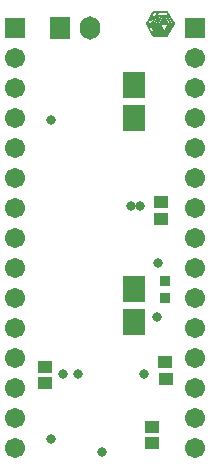
<source format=gbs>
G04*
G04 #@! TF.GenerationSoftware,Altium Limited,Altium Designer,19.0.10 (269)*
G04*
G04 Layer_Color=16711935*
%FSLAX44Y44*%
%MOMM*%
G71*
G01*
G75*
%ADD36R,1.1682X1.0032*%
%ADD37R,1.9032X2.2032*%
%ADD43C,1.7032*%
%ADD44R,1.7032X1.7032*%
%ADD45O,1.7272X1.9812*%
%ADD46R,1.7272X1.9812*%
%ADD47C,0.8032*%
%ADD54C,0.0025*%
%ADD55R,0.9652X0.9652*%
D36*
X141180Y233150D02*
D03*
X141434Y219180D02*
D03*
X144910Y97790D02*
D03*
X145164Y83820D02*
D03*
X133860Y29210D02*
D03*
X133606Y43180D02*
D03*
X42846Y93980D02*
D03*
X43100Y80010D02*
D03*
D37*
X118110Y159550D02*
D03*
Y132080D02*
D03*
X118364Y332270D02*
D03*
Y304800D02*
D03*
D43*
X170180Y25400D02*
D03*
Y50800D02*
D03*
Y76200D02*
D03*
Y101600D02*
D03*
Y127000D02*
D03*
Y152400D02*
D03*
Y177800D02*
D03*
Y203200D02*
D03*
Y228600D02*
D03*
Y254000D02*
D03*
Y279400D02*
D03*
Y304800D02*
D03*
Y330200D02*
D03*
Y355600D02*
D03*
X17780Y25400D02*
D03*
Y50800D02*
D03*
Y76200D02*
D03*
Y101600D02*
D03*
Y127000D02*
D03*
Y152400D02*
D03*
Y177800D02*
D03*
Y203200D02*
D03*
Y228600D02*
D03*
Y254000D02*
D03*
Y279400D02*
D03*
Y304800D02*
D03*
Y330200D02*
D03*
Y355600D02*
D03*
D44*
X170180Y381000D02*
D03*
X17780D02*
D03*
D45*
X81280D02*
D03*
D46*
X55880D02*
D03*
D47*
X137920Y135890D02*
D03*
X138430Y181610D02*
D03*
X48260Y302770D02*
D03*
X115570Y229870D02*
D03*
X123324D02*
D03*
X127134Y87630D02*
D03*
X71120Y87630D02*
D03*
X58420D02*
D03*
X48260Y33020D02*
D03*
X91440Y22180D02*
D03*
D54*
X147345Y376403D02*
Y376606D01*
X147371Y376428D02*
Y376657D01*
X147396Y376453D02*
Y376707D01*
X147422Y376504D02*
Y376758D01*
X147447Y376530D02*
Y376784D01*
X147472Y376606D02*
Y376834D01*
X147498Y376606D02*
Y376631D01*
Y376682D02*
Y376860D01*
X147523Y376707D02*
Y376936D01*
X147549Y376758D02*
Y376936D01*
X147574Y376809D02*
Y376987D01*
X147599Y376860D02*
Y377038D01*
X147625Y376885D02*
Y377088D01*
X147650Y376936D02*
Y377139D01*
X147676Y376987D02*
Y377165D01*
X147701Y377012D02*
Y377215D01*
X147726Y377063D02*
Y377266D01*
X147752Y377114D02*
Y377317D01*
X147777Y377114D02*
Y377342D01*
X147803Y377165D02*
Y377393D01*
X147828Y377241D02*
Y377444D01*
X147853Y377292D02*
Y377469D01*
X147879Y377292D02*
Y377520D01*
X147904Y377342D02*
Y377571D01*
X147930Y377368D02*
Y377596D01*
X147955Y377444D02*
Y377647D01*
X147980Y377469D02*
Y377698D01*
X148006Y377520D02*
Y377749D01*
X148031Y377571D02*
Y377774D01*
X148057Y377622D02*
Y377825D01*
X148082Y377647D02*
Y377876D01*
X148107Y377673D02*
Y377927D01*
X132385Y377723D02*
Y377927D01*
X132410Y377698D02*
Y377901D01*
X132436Y377647D02*
Y377850D01*
X132461Y377596D02*
Y377800D01*
X132486Y377571D02*
Y377749D01*
X132512Y377495D02*
Y377698D01*
X132537Y377444D02*
Y377622D01*
Y377647D02*
Y377673D01*
X132563Y377393D02*
Y377571D01*
Y377596D02*
Y377622D01*
X132588Y377368D02*
Y377520D01*
Y377546D02*
Y377571D01*
X132613Y377317D02*
Y377520D01*
X132639Y377266D02*
Y377444D01*
X132664Y377215D02*
Y377393D01*
Y377419D02*
Y377444D01*
X132690Y377190D02*
Y377342D01*
Y377368D02*
Y377393D01*
X132715Y377139D02*
Y377317D01*
X132740Y377063D02*
Y377266D01*
X132766Y377012D02*
Y377215D01*
X132791Y376987D02*
Y377165D01*
X132817Y376936D02*
Y377114D01*
X132842Y376885D02*
Y377088D01*
X132867Y376834D02*
Y377038D01*
X132893Y376784D02*
Y376987D01*
X132918Y376758D02*
Y376936D01*
X132944Y376707D02*
Y376885D01*
X132969Y376657D02*
Y376860D01*
X132994Y376606D02*
Y376809D01*
X133020Y376580D02*
Y376758D01*
X133045Y376530D02*
Y376707D01*
X133071Y376479D02*
Y376682D01*
X133096Y376428D02*
Y376631D01*
X133121Y376377D02*
Y376580D01*
X133147Y376352D02*
Y376530D01*
X133172Y376301D02*
Y376479D01*
X133198Y376250D02*
Y376453D01*
X133223Y376199D02*
Y376377D01*
X133248Y376149D02*
Y376352D01*
X133274Y376123D02*
Y376301D01*
X133299Y376072D02*
Y376225D01*
X133325Y376022D02*
Y376174D01*
X133350Y375945D02*
Y376174D01*
X133375Y375920D02*
Y376098D01*
X133401Y375869D02*
Y376047D01*
X133426Y375818D02*
Y376022D01*
X133452Y375768D02*
Y375945D01*
X133477Y375742D02*
Y375920D01*
X133502Y375691D02*
Y375869D01*
X133528Y375641D02*
Y375818D01*
X133553Y375590D02*
Y375768D01*
X133579Y375539D02*
Y375717D01*
X133604Y375488D02*
Y375666D01*
X133629Y375437D02*
Y375615D01*
X133655Y375387D02*
Y375564D01*
X133680Y375336D02*
Y375514D01*
X133706Y375310D02*
Y375463D01*
X133731Y375260D02*
Y375437D01*
X133756Y375209D02*
Y375361D01*
X133782Y375158D02*
Y375336D01*
X133807Y375133D02*
Y375285D01*
X133833Y375082D02*
Y375234D01*
X133858Y375031D02*
Y375183D01*
X133883Y374980D02*
Y375158D01*
X133909Y374929D02*
Y375082D01*
X133934Y374879D02*
Y375056D01*
X133960Y374853D02*
Y375006D01*
X133985Y374802D02*
Y374955D01*
X134010Y374752D02*
Y374904D01*
X134036Y374701D02*
Y374853D01*
X134061Y374675D02*
Y374802D01*
X134087Y374599D02*
Y374752D01*
X134112Y374574D02*
Y374701D01*
X134137Y374523D02*
Y374701D01*
X134163Y374498D02*
Y374650D01*
X134188Y374447D02*
Y374625D01*
X134214Y374421D02*
Y374548D01*
X134239Y374396D02*
Y374523D01*
X134264Y374396D02*
Y374523D01*
X134290Y374396D02*
Y374523D01*
X134315Y374396D02*
Y374523D01*
X134341Y374396D02*
Y374523D01*
X134366Y374396D02*
Y374523D01*
X134391Y374396D02*
Y374523D01*
X134417Y374396D02*
Y374523D01*
X134442Y374396D02*
Y374523D01*
X134468Y374396D02*
Y374523D01*
X134493Y374396D02*
Y374523D01*
X134518Y374396D02*
Y374523D01*
X134544Y374396D02*
Y374523D01*
X134569Y374396D02*
Y374498D01*
X134595Y374396D02*
Y374498D01*
X134620Y374396D02*
Y374498D01*
X134645Y374396D02*
Y374498D01*
X134671Y374396D02*
Y374498D01*
X134696Y374396D02*
Y374498D01*
X134722Y374396D02*
Y374498D01*
X134747Y374396D02*
Y374498D01*
X134772Y374396D02*
Y374498D01*
X134798Y374396D02*
Y374498D01*
X134823Y374396D02*
Y374498D01*
X134849Y374396D02*
Y374498D01*
X134874Y374396D02*
Y374498D01*
X134899Y374396D02*
Y374498D01*
X134925Y374396D02*
Y374498D01*
X134950Y374396D02*
Y374498D01*
X134976Y374396D02*
Y374498D01*
X135001Y374396D02*
Y374498D01*
X135026Y374396D02*
Y374498D01*
X135052Y374396D02*
Y374498D01*
X135077Y374396D02*
Y374498D01*
X135103Y374396D02*
Y374498D01*
X135128Y374396D02*
Y374498D01*
X135153Y374396D02*
Y374498D01*
X135179Y374396D02*
Y374498D01*
X135204Y374396D02*
Y374498D01*
X135230Y374396D02*
Y374498D01*
X135255Y374396D02*
Y374498D01*
X135280Y374396D02*
Y374498D01*
X135306Y374396D02*
Y374498D01*
X135331Y374396D02*
Y374498D01*
X135357Y374396D02*
Y374498D01*
X135382Y374396D02*
Y374498D01*
X135407Y374396D02*
Y374498D01*
X135433Y374396D02*
Y374498D01*
X135458Y374396D02*
Y374498D01*
X135484Y374396D02*
Y374498D01*
X135509Y374396D02*
Y374498D01*
X135534Y374396D02*
Y374498D01*
X135560Y374396D02*
Y374498D01*
X135585Y374396D02*
Y374498D01*
X135611Y374396D02*
Y374498D01*
X135636Y374396D02*
Y374498D01*
X135661Y374396D02*
Y374498D01*
X135687Y374396D02*
Y374498D01*
X135712Y374396D02*
Y374498D01*
X135738Y374396D02*
Y374498D01*
X135763Y374396D02*
Y374498D01*
X135788Y374396D02*
Y374498D01*
X135814Y374396D02*
Y374498D01*
X135839Y374396D02*
Y374498D01*
X135865Y374396D02*
Y374498D01*
X135890Y374396D02*
Y374498D01*
X135915Y374396D02*
Y374498D01*
X135941Y374396D02*
Y374498D01*
X135966Y374396D02*
Y374498D01*
X135992Y374396D02*
Y374498D01*
X136017Y374396D02*
Y374498D01*
X136042Y374396D02*
Y374498D01*
X136068Y374396D02*
Y374498D01*
X136093Y374396D02*
Y374498D01*
X136119Y374396D02*
Y374498D01*
X136144Y374396D02*
Y374498D01*
X136169Y374396D02*
Y374498D01*
X136195Y374396D02*
Y374498D01*
X136220Y374396D02*
Y374498D01*
X136246Y374396D02*
Y374498D01*
X136271Y374396D02*
Y374498D01*
X136296Y374396D02*
Y374498D01*
X136322Y374396D02*
Y374498D01*
X136347Y374396D02*
Y374498D01*
X136373Y374396D02*
Y374498D01*
X136398Y374396D02*
Y374498D01*
X136423Y374396D02*
Y374498D01*
X136449Y374396D02*
Y374498D01*
Y375107D02*
Y377901D01*
X136474Y374396D02*
Y374498D01*
Y375107D02*
Y377850D01*
X136500Y374396D02*
Y374498D01*
Y375107D02*
Y377774D01*
X136525Y374396D02*
Y374498D01*
Y375107D02*
Y377749D01*
X136550Y374396D02*
Y374498D01*
Y375107D02*
Y377673D01*
X136576Y374396D02*
Y374498D01*
Y375107D02*
Y377622D01*
X136601Y374396D02*
Y374498D01*
Y375107D02*
Y377571D01*
X136627Y374396D02*
Y374498D01*
Y375107D02*
Y377520D01*
X136652Y374396D02*
Y374498D01*
Y375082D02*
Y377495D01*
X136677Y374396D02*
Y374498D01*
Y375082D02*
Y377444D01*
X136703Y374396D02*
Y374498D01*
Y375082D02*
Y377393D01*
X136728Y374396D02*
Y374498D01*
Y375082D02*
Y377342D01*
X136754Y374396D02*
Y374498D01*
Y375082D02*
Y377292D01*
X136779Y374396D02*
Y374498D01*
Y375082D02*
Y377241D01*
X136804Y374396D02*
Y374498D01*
Y375082D02*
Y377215D01*
X136830Y374396D02*
Y374498D01*
Y375082D02*
Y377165D01*
X136855Y374396D02*
Y374498D01*
Y375082D02*
Y377114D01*
X136881Y374396D02*
Y374498D01*
Y375082D02*
Y377063D01*
X136906Y374396D02*
Y374498D01*
Y375082D02*
Y377012D01*
X136931Y374396D02*
Y374498D01*
Y375082D02*
Y376961D01*
X136957Y374396D02*
Y374498D01*
Y375082D02*
Y376911D01*
X136982Y374396D02*
Y374498D01*
Y375082D02*
Y376860D01*
X137008Y374396D02*
Y374498D01*
Y375082D02*
Y376834D01*
X137033Y374396D02*
Y374498D01*
Y375082D02*
Y376784D01*
X137058Y374396D02*
Y374498D01*
Y375082D02*
Y376733D01*
X137084Y374396D02*
Y374498D01*
Y375082D02*
Y376682D01*
X137109Y374396D02*
Y374498D01*
Y375107D02*
Y376631D01*
X137135Y374396D02*
Y374498D01*
Y375107D02*
Y376580D01*
X137160Y374396D02*
Y374498D01*
Y375107D02*
Y376555D01*
X137185Y374396D02*
Y374498D01*
Y375107D02*
Y376504D01*
X137211Y374396D02*
Y374498D01*
Y375107D02*
Y376453D01*
X137236Y374396D02*
Y374498D01*
Y375107D02*
Y376403D01*
X137262Y374396D02*
Y374472D01*
Y375107D02*
Y376352D01*
X137287Y374396D02*
Y374472D01*
Y375107D02*
Y376301D01*
X137312Y374396D02*
Y374472D01*
Y375107D02*
Y376250D01*
X137338Y374396D02*
Y374472D01*
Y375107D02*
Y376199D01*
X137363Y374396D02*
Y374472D01*
Y375107D02*
Y376149D01*
X137389Y374396D02*
Y374472D01*
Y375107D02*
Y376098D01*
X137414Y374396D02*
Y374472D01*
Y375107D02*
Y376047D01*
X137439Y374396D02*
Y374472D01*
Y375107D02*
Y375996D01*
X137465Y374396D02*
Y374472D01*
Y375107D02*
Y375971D01*
X137490Y374396D02*
Y374472D01*
Y375107D02*
Y375920D01*
X137516Y374396D02*
Y374472D01*
Y375107D02*
Y375869D01*
X137541Y374396D02*
Y374472D01*
Y375107D02*
Y375793D01*
X137566Y374396D02*
Y374472D01*
Y375107D02*
Y375742D01*
X137592Y374396D02*
Y374472D01*
Y375107D02*
Y375717D01*
X137617Y374396D02*
Y374472D01*
Y375107D02*
Y375666D01*
X137643Y374396D02*
Y374472D01*
Y375107D02*
Y375615D01*
X137668Y374396D02*
Y374472D01*
Y375107D02*
Y375564D01*
X137693Y374396D02*
Y374472D01*
Y375107D02*
Y375514D01*
X137719Y374396D02*
Y374472D01*
Y375107D02*
Y375463D01*
X137744Y374396D02*
Y374472D01*
Y375107D02*
Y375412D01*
X137770Y374396D02*
Y374472D01*
Y375107D02*
Y375387D01*
X137795Y374396D02*
Y374472D01*
Y375107D02*
Y375310D01*
X137820Y374396D02*
Y374472D01*
Y375107D02*
Y375285D01*
X137846Y374396D02*
Y374472D01*
Y375107D02*
Y375234D01*
X137871Y374396D02*
Y374472D01*
Y375082D02*
Y375183D01*
X137897Y374396D02*
Y374472D01*
Y375107D02*
Y375133D01*
X137922Y374396D02*
Y374472D01*
X137947Y374396D02*
Y374472D01*
X137973Y374371D02*
Y374472D01*
X137998Y374371D02*
Y374472D01*
X138024Y374371D02*
Y374472D01*
X138049Y374371D02*
Y374472D01*
X138074Y374371D02*
Y374472D01*
X138100Y374371D02*
Y374472D01*
X138125Y374371D02*
Y374472D01*
X138151Y374371D02*
Y374472D01*
X138176Y374371D02*
Y374472D01*
X138201Y374371D02*
Y374472D01*
X138227Y374371D02*
Y374472D01*
X138252Y374371D02*
Y374472D01*
X138278Y374371D02*
Y374472D01*
X138303Y374371D02*
Y374472D01*
X138328Y374371D02*
Y374472D01*
X138354Y374371D02*
Y374472D01*
X138379Y374371D02*
Y374472D01*
X138405Y374371D02*
Y374472D01*
X138430Y374371D02*
Y374472D01*
X138455Y374371D02*
Y374472D01*
X138481Y374371D02*
Y374472D01*
X138506Y374371D02*
Y374472D01*
X138532Y374371D02*
Y374472D01*
X138557Y374371D02*
Y374472D01*
X138582Y374371D02*
Y374472D01*
X138608Y374371D02*
Y374472D01*
X138633Y374371D02*
Y374472D01*
X138659Y374371D02*
Y374472D01*
X138684Y374371D02*
Y374472D01*
X138709Y374371D02*
Y374472D01*
X138735Y374371D02*
Y374472D01*
X138760Y374371D02*
Y374472D01*
X138786Y374371D02*
Y374472D01*
X138811Y374371D02*
Y374472D01*
X138836Y374371D02*
Y374472D01*
X138862Y374371D02*
Y374472D01*
X138887Y374371D02*
Y374472D01*
X138913Y374371D02*
Y374472D01*
X138938Y374371D02*
Y374472D01*
X138963Y374371D02*
Y374472D01*
X138989Y374371D02*
Y374472D01*
X139014Y374371D02*
Y374472D01*
X139040Y374371D02*
Y374472D01*
X139065Y374371D02*
Y374472D01*
Y375082D02*
Y377901D01*
X139090Y374371D02*
Y374472D01*
Y375082D02*
Y377901D01*
X139116Y374371D02*
Y374472D01*
Y375082D02*
Y377901D01*
X139141Y374371D02*
Y374472D01*
Y375082D02*
Y377901D01*
X139167Y374371D02*
Y374472D01*
Y375082D02*
Y377901D01*
X139192Y374371D02*
Y374472D01*
Y375082D02*
Y377901D01*
X139217Y374371D02*
Y374472D01*
Y375082D02*
Y377901D01*
X139243Y374371D02*
Y374472D01*
Y375082D02*
Y377901D01*
X139268Y374371D02*
Y374472D01*
Y375082D02*
Y377901D01*
X139294Y374371D02*
Y374472D01*
Y375082D02*
Y377901D01*
X139319Y374371D02*
Y374472D01*
Y375082D02*
Y377901D01*
X139344Y374371D02*
Y374472D01*
Y375082D02*
Y377901D01*
X139370Y374371D02*
Y374472D01*
Y375082D02*
Y377901D01*
X139395Y374371D02*
Y374472D01*
Y375082D02*
Y377901D01*
X139421Y374371D02*
Y374472D01*
Y375082D02*
Y377901D01*
X139446Y374371D02*
Y374472D01*
Y375082D02*
Y377901D01*
X139471Y374371D02*
Y374472D01*
Y375082D02*
Y377901D01*
X139497Y374371D02*
Y374472D01*
Y375082D02*
Y377901D01*
X139522Y374371D02*
Y374472D01*
Y375082D02*
Y377901D01*
X139548Y374371D02*
Y374472D01*
Y375082D02*
Y377901D01*
X139573Y374371D02*
Y374472D01*
Y375082D02*
Y377901D01*
X139598Y374371D02*
Y374472D01*
Y375082D02*
Y377901D01*
X139624Y374371D02*
Y374472D01*
Y375082D02*
Y377901D01*
X139649Y374371D02*
Y374472D01*
Y375082D02*
Y377876D01*
X139675Y374371D02*
Y374472D01*
Y375082D02*
Y377876D01*
X139700Y374371D02*
Y374472D01*
Y375082D02*
Y377876D01*
X139725Y374371D02*
Y374472D01*
Y375082D02*
Y377876D01*
X139751Y374371D02*
Y374472D01*
Y375082D02*
Y377876D01*
X139776Y374371D02*
Y374472D01*
Y375082D02*
Y377876D01*
X139802Y374371D02*
Y374472D01*
Y375082D02*
Y377876D01*
X139827Y374371D02*
Y374472D01*
Y375082D02*
Y377876D01*
X139852Y374371D02*
Y374472D01*
Y375082D02*
Y377876D01*
X139878Y374371D02*
Y374472D01*
Y375082D02*
Y377876D01*
X139903Y374371D02*
Y374472D01*
Y375082D02*
Y377876D01*
X139929Y374371D02*
Y374472D01*
Y375082D02*
Y377876D01*
X139954Y374371D02*
Y374472D01*
Y375082D02*
Y377876D01*
X139979Y374371D02*
Y374472D01*
Y375082D02*
Y377876D01*
X140005Y374371D02*
Y374472D01*
Y375082D02*
Y377876D01*
X140030Y374371D02*
Y374472D01*
Y375082D02*
Y377876D01*
X140056Y374371D02*
Y374472D01*
Y375082D02*
Y377876D01*
X140081Y374371D02*
Y374472D01*
Y375082D02*
Y377876D01*
X140106Y374371D02*
Y374472D01*
Y375082D02*
Y377876D01*
X140132Y374371D02*
Y374472D01*
Y375082D02*
Y377876D01*
X140157Y374371D02*
Y374472D01*
Y375082D02*
Y377876D01*
X140183Y374371D02*
Y374472D01*
Y375082D02*
Y377876D01*
X140208Y374371D02*
Y374472D01*
Y375082D02*
Y377876D01*
X140233Y374371D02*
Y374472D01*
Y375082D02*
Y377876D01*
X140259Y374371D02*
Y374472D01*
Y375082D02*
Y377876D01*
X140284Y374371D02*
Y374472D01*
Y375082D02*
Y377876D01*
X140310Y374371D02*
Y374472D01*
Y375082D02*
Y377876D01*
X140335Y374371D02*
Y374472D01*
Y375082D02*
Y377876D01*
X140360Y374371D02*
Y374472D01*
Y375082D02*
Y377876D01*
X140386Y374371D02*
Y374472D01*
Y375082D02*
Y377876D01*
X140411Y374371D02*
Y374472D01*
Y375082D02*
Y377876D01*
X140437Y374371D02*
Y374472D01*
Y375082D02*
Y377876D01*
X140462Y374371D02*
Y374472D01*
Y375082D02*
Y377876D01*
X140487Y374371D02*
Y374472D01*
Y375082D02*
Y377876D01*
X140513Y374371D02*
Y374472D01*
Y375082D02*
Y377876D01*
X140538Y374371D02*
Y374472D01*
Y375082D02*
Y377876D01*
X140564Y374371D02*
Y374472D01*
Y375082D02*
Y377876D01*
X140589Y374371D02*
Y374472D01*
Y375082D02*
Y377876D01*
X140614Y374371D02*
Y374472D01*
Y375082D02*
Y377876D01*
X140640Y374371D02*
Y374472D01*
Y375082D02*
Y377876D01*
X140665Y374371D02*
Y374472D01*
Y375082D02*
Y377876D01*
X140691Y374371D02*
Y374472D01*
Y375082D02*
Y377876D01*
X140716Y374371D02*
Y374472D01*
Y375082D02*
Y377876D01*
X140741Y374371D02*
Y374472D01*
Y375082D02*
Y377876D01*
X140767Y374371D02*
Y374472D01*
Y375082D02*
Y377876D01*
X140792Y374371D02*
Y374472D01*
Y375082D02*
Y377876D01*
X140818Y374371D02*
Y374472D01*
Y375082D02*
Y377876D01*
X140843Y374371D02*
Y374472D01*
Y375082D02*
Y377876D01*
X140868Y374371D02*
Y374472D01*
Y375082D02*
Y377876D01*
X140894Y374371D02*
Y374472D01*
Y375082D02*
Y377876D01*
X140919Y374371D02*
Y374472D01*
Y375082D02*
Y377876D01*
X140945Y374371D02*
Y374472D01*
Y375082D02*
Y377876D01*
X140970Y374371D02*
Y374472D01*
Y375082D02*
Y377876D01*
X140995Y374371D02*
Y374472D01*
Y375082D02*
Y377876D01*
X141021Y374371D02*
Y374472D01*
Y375082D02*
Y377876D01*
X141046Y374371D02*
Y374472D01*
Y375082D02*
Y377876D01*
X141072Y374371D02*
Y374472D01*
Y375082D02*
Y377876D01*
X141097Y374371D02*
Y374472D01*
Y375082D02*
Y377876D01*
X141122Y374371D02*
Y374472D01*
Y375082D02*
Y377876D01*
X141148Y374371D02*
Y374472D01*
Y375082D02*
Y377876D01*
X141173Y374371D02*
Y374472D01*
Y375082D02*
Y377876D01*
X141199Y374371D02*
Y374472D01*
Y375082D02*
Y377850D01*
X141224Y374371D02*
Y374472D01*
Y375082D02*
Y377850D01*
X141249Y374371D02*
Y374472D01*
Y375082D02*
Y377850D01*
X141275Y374371D02*
Y374472D01*
Y375082D02*
Y377850D01*
X141300Y374371D02*
Y374472D01*
Y375082D02*
Y377850D01*
X141326Y374371D02*
Y374472D01*
Y375082D02*
Y377850D01*
X141351Y374371D02*
Y374472D01*
Y375082D02*
Y377850D01*
X141376Y374371D02*
Y374472D01*
Y375082D02*
Y377850D01*
X141402Y374371D02*
Y374472D01*
Y375082D02*
Y377850D01*
X141427Y374371D02*
Y374472D01*
Y375082D02*
Y377850D01*
X141453Y374371D02*
Y374472D01*
Y375082D02*
Y377850D01*
X141478Y374371D02*
Y374472D01*
Y375082D02*
Y377850D01*
X141503Y374371D02*
Y374472D01*
Y375082D02*
Y377850D01*
X141529Y374371D02*
Y374472D01*
Y375082D02*
Y377850D01*
X141554Y374371D02*
Y374472D01*
Y375082D02*
Y377850D01*
X141580Y374371D02*
Y374472D01*
Y375082D02*
Y377850D01*
X141605Y374371D02*
Y374472D01*
Y375082D02*
Y377850D01*
X141630Y374371D02*
Y374472D01*
Y375082D02*
Y377850D01*
X141656Y374371D02*
Y374472D01*
Y375082D02*
Y377850D01*
X141681Y374371D02*
Y374472D01*
Y375082D02*
Y377850D01*
X141707Y374371D02*
Y374472D01*
Y375082D02*
Y377850D01*
X141732Y374371D02*
Y374472D01*
Y375082D02*
Y377850D01*
X141757Y374371D02*
Y374472D01*
Y375082D02*
Y377850D01*
X141783Y374371D02*
Y374472D01*
Y375082D02*
Y377850D01*
X141808Y374371D02*
Y374472D01*
Y375082D02*
Y377850D01*
X141834Y374371D02*
Y374472D01*
Y375082D02*
Y377850D01*
X141859Y374371D02*
Y374472D01*
Y375082D02*
Y377850D01*
X141884Y374371D02*
Y374472D01*
Y375082D02*
Y377850D01*
X141910Y374371D02*
Y374472D01*
Y375082D02*
Y377850D01*
X141935Y374371D02*
Y374472D01*
Y375082D02*
Y377850D01*
X141961Y374371D02*
Y374472D01*
Y375082D02*
Y377850D01*
X141986Y374371D02*
Y374472D01*
Y375082D02*
Y377850D01*
X142011Y374371D02*
Y374472D01*
Y375082D02*
Y377850D01*
X142037Y374371D02*
Y374472D01*
Y375082D02*
Y377850D01*
X142062Y374371D02*
Y374472D01*
Y375082D02*
Y377850D01*
X142088Y374371D02*
Y374472D01*
Y375082D02*
Y377850D01*
X142113Y374371D02*
Y374472D01*
Y375082D02*
Y377850D01*
X142138Y374371D02*
Y374472D01*
Y375082D02*
Y377850D01*
X142164Y374371D02*
Y374472D01*
Y375082D02*
Y377850D01*
X142189Y374371D02*
Y374472D01*
Y375082D02*
Y377850D01*
X142215Y374371D02*
Y374472D01*
Y375082D02*
Y377850D01*
X142240Y374371D02*
Y374472D01*
Y375082D02*
Y377850D01*
X142265Y374371D02*
Y374472D01*
Y375082D02*
Y377850D01*
X142291Y374371D02*
Y374472D01*
Y375082D02*
Y377850D01*
X142316Y374371D02*
Y374472D01*
Y375082D02*
Y377850D01*
X142342Y374371D02*
Y374472D01*
Y375082D02*
Y377850D01*
X142367Y374371D02*
Y374472D01*
Y375082D02*
Y377850D01*
X142392Y374371D02*
Y374472D01*
Y375082D02*
Y377850D01*
X142418Y374371D02*
Y374472D01*
Y375082D02*
Y377850D01*
X142443Y374371D02*
Y374472D01*
Y375082D02*
Y377850D01*
X142469Y374371D02*
Y374472D01*
Y375082D02*
Y377850D01*
X142494Y374371D02*
Y374472D01*
Y375082D02*
Y377850D01*
X142519Y374371D02*
Y374472D01*
Y375082D02*
Y377850D01*
X142545Y374371D02*
Y374472D01*
Y375082D02*
Y377825D01*
X142570Y374371D02*
Y374472D01*
Y375082D02*
Y377825D01*
X142596Y374371D02*
Y374472D01*
Y375082D02*
Y377825D01*
X142621Y374371D02*
Y374472D01*
Y375082D02*
Y377825D01*
X142646Y374371D02*
Y374472D01*
Y375082D02*
Y377825D01*
X142672Y374371D02*
Y374472D01*
Y375082D02*
Y377825D01*
X142697Y374371D02*
Y374472D01*
Y375056D02*
Y377825D01*
X142723Y374371D02*
Y374472D01*
Y375056D02*
Y377825D01*
X142748Y374371D02*
Y374472D01*
Y375056D02*
Y377825D01*
X142773Y374371D02*
Y374472D01*
Y375056D02*
Y377825D01*
X142799Y374371D02*
Y374472D01*
Y375056D02*
Y377825D01*
X142824Y374371D02*
Y374472D01*
Y375056D02*
Y377825D01*
X142850Y374371D02*
Y374472D01*
Y375056D02*
Y377825D01*
X142875Y374371D02*
Y374472D01*
Y375056D02*
Y377825D01*
X142900Y374371D02*
Y374472D01*
Y375056D02*
Y377825D01*
X142926Y374371D02*
Y374472D01*
Y375056D02*
Y377825D01*
X142951Y374371D02*
Y374447D01*
Y375056D02*
Y377825D01*
X142977Y374371D02*
Y374447D01*
Y375056D02*
Y377825D01*
X143002Y374371D02*
Y374447D01*
Y375056D02*
Y377825D01*
X143027Y374371D02*
Y374447D01*
Y375056D02*
Y377825D01*
X143053Y374371D02*
Y374447D01*
Y375056D02*
Y377825D01*
X143078Y374371D02*
Y374447D01*
Y375056D02*
Y377825D01*
X143104Y374371D02*
Y374447D01*
Y375056D02*
Y377825D01*
X143129Y374371D02*
Y374447D01*
Y375056D02*
Y377825D01*
X143154Y374371D02*
Y374447D01*
Y375056D02*
Y377825D01*
X143180Y374371D02*
Y374447D01*
Y375056D02*
Y377825D01*
X143205Y374371D02*
Y374447D01*
Y375056D02*
Y377825D01*
X143231Y374371D02*
Y374447D01*
Y375056D02*
Y377825D01*
X143256Y374371D02*
Y374447D01*
Y375056D02*
Y377825D01*
X143281Y374371D02*
Y374447D01*
Y375056D02*
Y377825D01*
X143307Y374371D02*
Y374447D01*
Y375056D02*
Y377825D01*
X143332Y374371D02*
Y374447D01*
Y375056D02*
Y377825D01*
X143358Y374345D02*
Y374447D01*
Y375056D02*
Y377825D01*
X143383Y374345D02*
Y374447D01*
Y375056D02*
Y377825D01*
X143408Y374345D02*
Y374447D01*
Y375056D02*
Y377825D01*
X143434Y374345D02*
Y374447D01*
Y375056D02*
Y377825D01*
X143459Y374345D02*
Y374447D01*
Y375056D02*
Y377825D01*
X143485Y374345D02*
Y374447D01*
Y375056D02*
Y377825D01*
X143510Y374345D02*
Y374447D01*
Y375056D02*
Y377825D01*
X143535Y374345D02*
Y374447D01*
Y375056D02*
Y377825D01*
X143561Y374345D02*
Y374447D01*
Y375056D02*
Y377800D01*
X143586Y374345D02*
Y374447D01*
Y375056D02*
Y377800D01*
X143612Y374345D02*
Y374447D01*
Y375056D02*
Y377800D01*
X143637Y374345D02*
Y374447D01*
Y375056D02*
Y377800D01*
X143662Y374345D02*
Y374447D01*
Y375056D02*
Y377800D01*
X143688Y374345D02*
Y374447D01*
Y375056D02*
Y377800D01*
X143713Y374345D02*
Y374447D01*
Y375056D02*
Y377800D01*
X143739Y374345D02*
Y374447D01*
Y375056D02*
Y377800D01*
X143764Y374345D02*
Y374447D01*
Y375056D02*
Y377800D01*
X143789Y374345D02*
Y374447D01*
Y375056D02*
Y377800D01*
X143815Y374345D02*
Y374447D01*
Y375056D02*
Y377800D01*
X143840Y374345D02*
Y374447D01*
Y375056D02*
Y377800D01*
X143866Y374345D02*
Y374447D01*
Y375056D02*
Y377800D01*
X143891Y374345D02*
Y374447D01*
Y375056D02*
Y377800D01*
X143916Y374345D02*
Y374447D01*
Y375056D02*
Y377800D01*
X143942Y374345D02*
Y374447D01*
Y375056D02*
Y377800D01*
X143967Y374345D02*
Y374447D01*
Y375056D02*
Y377800D01*
X143993Y374345D02*
Y374447D01*
Y375056D02*
Y377800D01*
X144018Y374345D02*
Y374447D01*
Y375056D02*
Y377800D01*
X144043Y374345D02*
Y374447D01*
Y375056D02*
Y377800D01*
X144069Y374345D02*
Y374447D01*
Y375056D02*
Y377800D01*
X144094Y374345D02*
Y374447D01*
Y375056D02*
Y377800D01*
X144120Y374345D02*
Y374447D01*
Y375056D02*
Y377800D01*
X144145Y374345D02*
Y374447D01*
Y375056D02*
Y377800D01*
X144170Y374345D02*
Y374447D01*
Y375056D02*
Y377800D01*
X144196Y374345D02*
Y374447D01*
Y375056D02*
Y377800D01*
X144221Y374345D02*
Y374447D01*
Y375056D02*
Y377800D01*
X144247Y374345D02*
Y374447D01*
Y375056D02*
Y377800D01*
X144272Y374345D02*
Y374447D01*
Y375056D02*
Y377800D01*
X144297Y374345D02*
Y374447D01*
Y375056D02*
Y377800D01*
X144323Y374345D02*
Y374447D01*
Y375056D02*
Y377800D01*
X144348Y374345D02*
Y374447D01*
Y375056D02*
Y377800D01*
X144374Y374345D02*
Y374447D01*
Y375056D02*
Y377800D01*
X144399Y374345D02*
Y374447D01*
Y375056D02*
Y377800D01*
X144424Y374345D02*
Y374447D01*
Y375056D02*
Y377800D01*
X144450Y374345D02*
Y374447D01*
Y375056D02*
Y377800D01*
X144475Y374345D02*
Y374447D01*
Y375056D02*
Y377800D01*
X144501Y374345D02*
Y374447D01*
Y375056D02*
Y377800D01*
X144526Y374345D02*
Y374447D01*
Y375056D02*
Y377800D01*
X144551Y374345D02*
Y374447D01*
Y375056D02*
Y377800D01*
X144577Y374345D02*
Y374447D01*
Y375056D02*
Y377800D01*
X144602Y374345D02*
Y374447D01*
Y375056D02*
Y377800D01*
X144628Y374345D02*
Y374447D01*
Y375056D02*
Y377800D01*
X144653Y374345D02*
Y374447D01*
Y375056D02*
Y377800D01*
X144678Y374345D02*
Y374447D01*
Y375056D02*
Y377800D01*
X144704Y374345D02*
Y374447D01*
Y375056D02*
Y377800D01*
X144729Y374345D02*
Y374447D01*
Y375056D02*
Y377800D01*
X144755Y374345D02*
Y374447D01*
Y375056D02*
Y377800D01*
X144780Y374345D02*
Y374447D01*
Y375056D02*
Y377800D01*
X144805Y374345D02*
Y374447D01*
Y375056D02*
Y377800D01*
X144831Y374345D02*
Y374447D01*
Y375056D02*
Y377800D01*
X144856Y374345D02*
Y374447D01*
Y375056D02*
Y377800D01*
X144882Y374345D02*
Y374447D01*
Y375056D02*
Y377800D01*
X144907Y374345D02*
Y374447D01*
Y375056D02*
Y377800D01*
X144932Y374345D02*
Y374447D01*
Y375031D02*
Y377800D01*
X144958Y374345D02*
Y374447D01*
Y375031D02*
Y377800D01*
X144983Y374345D02*
Y374447D01*
Y375031D02*
Y377800D01*
X145009Y374345D02*
Y374447D01*
Y375031D02*
Y377800D01*
X145034Y374345D02*
Y374447D01*
Y375031D02*
Y377800D01*
X145059Y374345D02*
Y374447D01*
Y375031D02*
Y377800D01*
X145085Y374345D02*
Y374447D01*
Y375031D02*
Y377800D01*
X145110Y374345D02*
Y374447D01*
Y375031D02*
Y377800D01*
X145136Y374345D02*
Y374447D01*
Y375031D02*
Y377774D01*
X145161Y374345D02*
Y374447D01*
Y375031D02*
Y377774D01*
X145186Y374345D02*
Y374447D01*
Y375031D02*
Y377774D01*
X145212Y374345D02*
Y374447D01*
Y375031D02*
Y377774D01*
X145237Y374345D02*
Y374447D01*
Y375031D02*
Y377774D01*
X145263Y374345D02*
Y374447D01*
Y375031D02*
Y377774D01*
X145288Y374345D02*
Y374447D01*
Y375031D02*
Y377774D01*
X145313Y374345D02*
Y374447D01*
Y375031D02*
Y377774D01*
X145339Y374345D02*
Y374447D01*
Y375031D02*
Y377774D01*
X145364Y374345D02*
Y374447D01*
Y375031D02*
Y377774D01*
X145390Y374345D02*
Y374447D01*
Y375031D02*
Y377774D01*
X145415Y374345D02*
Y374447D01*
Y375031D02*
Y377774D01*
X145440Y374345D02*
Y374447D01*
Y375031D02*
Y377774D01*
X145466Y374345D02*
Y374447D01*
Y375031D02*
Y377774D01*
X145491Y374345D02*
Y374447D01*
Y375031D02*
Y377774D01*
X145517Y374345D02*
Y374447D01*
Y375031D02*
Y377774D01*
X145542Y374345D02*
Y374447D01*
Y375031D02*
Y377774D01*
X145567Y374345D02*
Y374447D01*
Y375006D02*
Y377774D01*
X145593Y374345D02*
Y374447D01*
Y375031D02*
Y377774D01*
X145618Y374345D02*
Y374447D01*
Y375031D02*
Y377774D01*
X145644Y374345D02*
Y374447D01*
Y375031D02*
Y377774D01*
X145669Y374345D02*
Y374447D01*
Y375031D02*
Y377774D01*
X145694Y374345D02*
Y374447D01*
Y375031D02*
Y377774D01*
X145720Y374320D02*
Y374447D01*
Y375056D02*
Y377774D01*
X145745Y374320D02*
Y374447D01*
Y375107D02*
Y377774D01*
X145771Y374320D02*
Y374447D01*
Y375158D02*
Y377774D01*
X145796Y374320D02*
Y374447D01*
Y375209D02*
Y377774D01*
X145821Y374320D02*
Y374447D01*
Y375234D02*
Y377774D01*
X145847Y374320D02*
Y374447D01*
Y375285D02*
Y377774D01*
X145872Y374320D02*
Y374447D01*
Y375336D02*
Y377774D01*
X145898Y374320D02*
Y374447D01*
Y375361D02*
Y377774D01*
X145923Y374320D02*
Y374447D01*
Y375412D02*
Y377774D01*
X145948Y374320D02*
Y374447D01*
Y375437D02*
Y377774D01*
X145974Y374320D02*
Y374447D01*
Y375488D02*
Y377774D01*
X145999Y374320D02*
Y374421D01*
Y375539D02*
Y377774D01*
X146025Y374320D02*
Y374421D01*
Y375590D02*
Y377774D01*
X146050Y374320D02*
Y374472D01*
Y375641D02*
Y377774D01*
X146075Y374345D02*
Y374523D01*
Y375666D02*
Y377774D01*
X146101Y374371D02*
Y374548D01*
Y375717D02*
Y377774D01*
X146126Y374396D02*
Y374599D01*
Y375742D02*
Y377774D01*
X146152Y374421D02*
Y374599D01*
Y375793D02*
Y377774D01*
X146177Y374472D02*
Y374675D01*
Y375844D02*
Y377774D01*
X146202Y374523D02*
Y374701D01*
Y375895D02*
Y377774D01*
X146228Y374548D02*
Y374777D01*
Y375945D02*
Y377774D01*
X146253Y374599D02*
Y374777D01*
Y375971D02*
Y377774D01*
X146279Y374650D02*
Y374802D01*
Y376022D02*
Y377774D01*
X146304Y374675D02*
Y374853D01*
Y376072D02*
Y377774D01*
X146329Y374726D02*
Y374904D01*
Y376098D02*
Y377774D01*
X146355Y374777D02*
Y374955D01*
Y376149D02*
Y377774D01*
X146380Y374802D02*
Y374980D01*
Y376199D02*
Y377774D01*
X146406Y374853D02*
Y375031D01*
Y376225D02*
Y377774D01*
X146431Y374904D02*
Y375082D01*
Y376276D02*
Y377774D01*
X146456Y374955D02*
Y375133D01*
Y376326D02*
Y377774D01*
X146482Y375006D02*
Y375158D01*
Y376377D02*
Y377774D01*
X146507Y375031D02*
Y375209D01*
Y376403D02*
Y377774D01*
X146533Y375056D02*
Y375260D01*
Y376453D02*
Y377774D01*
X146558Y375107D02*
Y375310D01*
Y376479D02*
Y377774D01*
X146583Y375158D02*
Y375336D01*
Y376530D02*
Y377774D01*
X146609Y375183D02*
Y375387D01*
Y376555D02*
Y377774D01*
X146634Y375234D02*
Y375437D01*
Y376606D02*
Y377774D01*
X146660Y375285D02*
Y375463D01*
Y376657D02*
Y377774D01*
X146685Y375336D02*
Y375514D01*
Y376682D02*
Y377774D01*
X146710Y375361D02*
Y375564D01*
Y376758D02*
Y377774D01*
X146736Y375412D02*
Y375615D01*
Y376784D02*
Y377774D01*
X146761Y375463D02*
Y375641D01*
Y376834D02*
Y377774D01*
X146787Y375514D02*
Y375691D01*
Y376885D02*
Y377774D01*
X146812Y375539D02*
Y375742D01*
Y376885D02*
Y377774D01*
X146837Y375590D02*
Y375793D01*
Y376961D02*
Y377774D01*
X146863Y375641D02*
Y375793D01*
Y377012D02*
Y377774D01*
X146888Y375666D02*
Y375869D01*
Y377063D02*
Y377774D01*
X146914Y375717D02*
Y375895D01*
Y377063D02*
Y377774D01*
X146939Y375768D02*
Y375920D01*
Y377114D02*
Y377774D01*
X146964Y375793D02*
Y375971D01*
Y377165D02*
Y377774D01*
X146990Y375818D02*
Y376022D01*
Y377215D02*
Y377774D01*
X147015Y375869D02*
Y376072D01*
Y377241D02*
Y377774D01*
X147041Y375920D02*
Y376098D01*
Y377292D02*
Y377774D01*
X147066Y375971D02*
Y376149D01*
Y377342D02*
Y377774D01*
X147091Y375996D02*
Y376199D01*
Y377393D02*
Y377774D01*
X147117Y376047D02*
Y376250D01*
Y377419D02*
Y377774D01*
X147142Y376072D02*
Y376276D01*
Y377444D02*
Y377774D01*
X147168Y376123D02*
Y376326D01*
Y377495D02*
Y377774D01*
X147193Y376174D02*
Y376352D01*
Y377546D02*
Y377774D01*
X147218Y376199D02*
Y376403D01*
Y377571D02*
Y377774D01*
X147244Y376250D02*
Y376453D01*
Y377622D02*
Y377774D01*
X147269Y376276D02*
Y376479D01*
Y377698D02*
Y377774D01*
X147295Y376326D02*
Y376530D01*
X147345Y378282D02*
Y380441D01*
X147371Y378282D02*
Y380467D01*
X147396Y378282D02*
Y380517D01*
X147422Y378282D02*
Y380568D01*
X147447Y378282D02*
Y380594D01*
X147472Y378282D02*
Y380644D01*
X147498Y378282D02*
Y380695D01*
X147523Y378282D02*
Y380746D01*
X147549Y378282D02*
Y380797D01*
X147574Y378282D02*
Y380822D01*
X147599Y378282D02*
Y380873D01*
X147625Y378282D02*
Y380898D01*
X147650Y378308D02*
Y380949D01*
X147676Y378384D02*
Y381000D01*
X147701Y378409D02*
Y381051D01*
X147726Y378485D02*
Y381076D01*
X147752Y378511D02*
Y381127D01*
X147777Y378562D02*
Y381178D01*
X147803Y378612D02*
Y381229D01*
X147828Y378663D02*
Y381279D01*
X147853Y378689D02*
Y381305D01*
X147879Y378739D02*
Y381356D01*
X147904Y378790D02*
Y381406D01*
X147930Y378841D02*
Y381457D01*
X147955Y378866D02*
Y381483D01*
X147980Y378917D02*
Y381533D01*
X148006Y378968D02*
Y381584D01*
X148031Y379019D02*
Y381635D01*
X148057Y379044D02*
Y381686D01*
X148082Y379095D02*
Y381711D01*
X148107Y379146D02*
Y381762D01*
X148133Y379146D02*
Y379171D01*
Y379197D02*
Y381813D01*
X148158Y379222D02*
Y381864D01*
X148184Y379222D02*
Y379247D01*
Y379273D02*
Y381914D01*
X148209Y379273D02*
Y381914D01*
X148234Y379298D02*
Y379324D01*
Y379349D02*
Y381965D01*
X148260Y377977D02*
Y378130D01*
Y378155D02*
Y378181D01*
Y379374D02*
Y382016D01*
X148285Y378003D02*
Y378181D01*
Y378206D02*
Y378231D01*
Y379425D02*
Y382041D01*
X148311Y378028D02*
Y378231D01*
Y379451D02*
Y382092D01*
X148336Y378079D02*
Y378282D01*
Y379501D02*
Y382143D01*
X148361Y378130D02*
Y378308D01*
Y379552D02*
Y382194D01*
X148387Y378181D02*
Y378358D01*
Y379578D02*
Y382245D01*
Y383337D02*
Y383362D01*
X148412Y378231D02*
Y378409D01*
Y379628D02*
Y382270D01*
Y383388D02*
Y383413D01*
X148438Y378257D02*
Y378460D01*
Y379679D02*
Y382321D01*
X148463Y378308D02*
Y378485D01*
Y379705D02*
Y382372D01*
X148488Y378358D02*
Y378536D01*
Y379781D02*
Y382397D01*
X148514Y378409D02*
Y378587D01*
Y379806D02*
Y382448D01*
X148539Y378409D02*
Y378612D01*
Y379857D02*
Y382499D01*
X148565Y378485D02*
Y378663D01*
Y379908D02*
Y382549D01*
X148590Y378511D02*
Y378714D01*
Y379959D02*
Y382600D01*
X148615Y378511D02*
Y378765D01*
Y379984D02*
Y382651D01*
X148641Y378536D02*
Y378765D01*
Y380035D02*
Y382676D01*
X148666Y378587D02*
Y378841D01*
Y380086D02*
Y382727D01*
X148692Y378638D02*
Y378663D01*
Y378689D02*
Y378866D01*
Y380136D02*
Y382778D01*
X148717Y378689D02*
Y378917D01*
Y380162D02*
Y382829D01*
X148742Y378739D02*
Y378943D01*
Y380213D02*
Y382880D01*
X148768Y378790D02*
Y378993D01*
Y380263D02*
Y382930D01*
X148793Y378816D02*
Y379044D01*
Y380314D02*
Y382981D01*
X148819Y378866D02*
Y379095D01*
Y380340D02*
Y383032D01*
X148844Y378917D02*
Y379120D01*
Y380390D02*
Y383057D01*
X148869Y378943D02*
Y379171D01*
Y380390D02*
Y383108D01*
X148895Y379019D02*
Y379222D01*
Y380441D02*
Y383159D01*
X148920Y379044D02*
Y379247D01*
Y380492D02*
Y383184D01*
X148946Y379120D02*
Y379298D01*
Y380543D02*
Y383235D01*
X148971Y379146D02*
Y379349D01*
Y380568D02*
Y383261D01*
X148996Y379197D02*
Y379374D01*
Y380619D02*
Y383311D01*
X149022Y379247D02*
Y379425D01*
Y380670D02*
Y383362D01*
X149047Y379298D02*
Y379476D01*
Y380721D02*
Y383413D01*
X149073Y379324D02*
Y379501D01*
Y380771D02*
Y383438D01*
X149098Y379349D02*
Y379552D01*
Y380822D02*
Y383489D01*
X149123Y379400D02*
Y379578D01*
Y380848D02*
Y383540D01*
X149149Y379451D02*
Y379628D01*
Y380873D02*
Y383591D01*
X149174Y379501D02*
Y379679D01*
Y380924D02*
Y383642D01*
X149200Y379552D02*
Y379705D01*
Y380975D02*
Y383667D01*
X149225Y379603D02*
Y379755D01*
Y381000D02*
Y383718D01*
X149250Y379603D02*
Y379806D01*
X149276Y379654D02*
Y379857D01*
X149301Y379730D02*
Y379882D01*
X149327Y379730D02*
Y379933D01*
X149352Y379781D02*
Y379959D01*
X149377Y379857D02*
Y380009D01*
X149403Y379882D02*
Y380060D01*
X149428Y379933D02*
Y380086D01*
X149454Y379959D02*
Y380136D01*
X149479Y380009D02*
Y380187D01*
X149504Y380060D02*
Y380213D01*
X149530Y380111D02*
Y380263D01*
X149555Y380136D02*
Y380314D01*
X149581Y380187D02*
Y380365D01*
X149606Y380213D02*
Y380390D01*
X149631Y380263D02*
Y380441D01*
X149657Y380314D02*
Y380467D01*
X149682Y380365D02*
Y380517D01*
X149708Y380416D02*
Y380568D01*
X149733Y380441D02*
Y380594D01*
X149758Y380492D02*
Y380644D01*
X149784Y380543D02*
Y380670D01*
X149809Y380594D02*
Y380721D01*
X149835Y380594D02*
Y380771D01*
X149860Y380644D02*
Y380822D01*
X149885Y380695D02*
Y380848D01*
X149911Y380721D02*
Y380898D01*
X149936Y380771D02*
Y380924D01*
X149962Y380797D02*
Y380975D01*
X149987Y380848D02*
Y381025D01*
X150012Y380898D02*
Y381076D01*
X150038Y380924D02*
Y381102D01*
X150063Y380949D02*
Y381152D01*
X150089Y381000D02*
Y381203D01*
X150114Y381051D02*
Y381254D01*
X150139Y381076D02*
Y381279D01*
X150165Y381127D02*
Y381330D01*
X150190Y381178D02*
Y381381D01*
X150216Y381229D02*
Y381432D01*
X150241Y381279D02*
Y381457D01*
X150266Y381330D02*
Y381508D01*
X150292Y381356D02*
Y381533D01*
X150317Y381381D02*
Y381584D01*
X150343Y381432D02*
Y381635D01*
X150368Y381457D02*
Y381686D01*
X150393Y381508D02*
Y381711D01*
X150419Y381584D02*
Y381737D01*
X150444Y381635D02*
Y381813D01*
X150470Y381660D02*
Y381838D01*
X150495Y381686D02*
Y381864D01*
X150520Y381737D02*
Y381914D01*
X150546Y381762D02*
Y381965D01*
X150571Y381838D02*
Y382016D01*
X150597Y381889D02*
Y382041D01*
X150622Y381914D02*
Y382092D01*
X150647Y381965D02*
Y382118D01*
X150673Y382016D02*
Y382168D01*
X150698Y382067D02*
Y382219D01*
X150724Y382092D02*
Y382270D01*
X150749Y382143D02*
Y382295D01*
X150774Y382168D02*
Y382346D01*
X150800Y382219D02*
Y382397D01*
X150825Y382270D02*
Y382422D01*
X150851Y382295D02*
Y382473D01*
X150876Y382321D02*
Y382499D01*
X150901Y382346D02*
Y382575D01*
X150927Y382397D02*
Y382600D01*
X150952Y382448D02*
Y382651D01*
X150978Y382524D02*
Y382676D01*
X151003Y382549D02*
Y382727D01*
X151028Y382600D02*
Y382778D01*
X151054Y382651D02*
Y382803D01*
X151079Y382676D02*
Y382854D01*
X151105Y382702D02*
Y382905D01*
X151130Y382778D02*
Y382930D01*
X151155Y382803D02*
Y382981D01*
X151181Y382829D02*
Y383032D01*
X151206Y382905D02*
Y383057D01*
X151232Y382956D02*
Y383108D01*
X151257Y382981D02*
Y383159D01*
X151282Y383032D02*
Y383210D01*
X151308Y383083D02*
Y383235D01*
X151333Y383108D02*
Y383286D01*
X151359Y383159D02*
Y383337D01*
X151384Y383210D02*
Y383362D01*
X151409Y383235D02*
Y383413D01*
X151435Y383286D02*
Y383438D01*
X151460Y383311D02*
Y383489D01*
X151486Y383362D02*
Y383540D01*
X151511Y383388D02*
Y383565D01*
X151536Y383438D02*
Y383616D01*
X151562Y383489D02*
Y383642D01*
X151587Y383515D02*
Y383692D01*
X151613Y383565D02*
Y383743D01*
X151638Y383616D02*
Y383794D01*
X151663Y383642D02*
Y383819D01*
X151689Y383692D02*
Y383870D01*
X151714Y383743D02*
Y383921D01*
X151740Y383769D02*
Y383972D01*
X151765Y383819D02*
Y383997D01*
X151790Y383870D02*
Y384048D01*
X151816Y383870D02*
Y384073D01*
X151841Y383921D02*
Y384124D01*
X151867Y383946D02*
Y384175D01*
X151892Y384023D02*
Y384226D01*
X151917Y384073D02*
Y384251D01*
X151943Y384124D02*
Y384277D01*
X151968Y384150D02*
Y384353D01*
X151994Y384200D02*
Y384353D01*
X152019Y384251D02*
Y384404D01*
X152044Y384277D02*
Y384454D01*
X152070Y384327D02*
Y384505D01*
X152095Y384353D02*
Y384531D01*
X152121Y384378D02*
Y384581D01*
X152146Y384429D02*
Y384632D01*
X152171Y384480D02*
Y384658D01*
X152197Y384531D02*
Y384734D01*
X152248Y384581D02*
Y384607D01*
X152273Y384632D02*
Y384658D01*
X132105Y378257D02*
Y378435D01*
X132131Y378231D02*
Y378384D01*
X132156Y378181D02*
Y378358D01*
X132182Y378104D02*
Y378308D01*
X132207Y378054D02*
Y378257D01*
X132232Y378028D02*
Y378206D01*
X132258Y377977D02*
Y378155D01*
X132639Y378612D02*
Y378638D01*
X132664Y378562D02*
Y378638D01*
X132690Y378460D02*
Y378485D01*
Y378511D02*
Y378638D01*
X132715Y378409D02*
Y378435D01*
Y378460D02*
Y378638D01*
X132740Y378409D02*
Y378638D01*
X132766Y378333D02*
Y378358D01*
Y378384D02*
Y378638D01*
X132791Y378282D02*
Y378308D01*
Y378333D02*
Y378638D01*
X132817Y378231D02*
Y378257D01*
Y378282D02*
Y378638D01*
X132842Y378206D02*
Y378638D01*
X132867Y378155D02*
Y378181D01*
Y378206D02*
Y378638D01*
Y381610D02*
Y384759D01*
X132893Y378104D02*
Y378638D01*
Y381610D02*
Y384708D01*
X132918Y378054D02*
Y378663D01*
Y381610D02*
Y384683D01*
X132944Y378003D02*
Y378663D01*
Y381610D02*
Y384658D01*
X132969Y377977D02*
Y378663D01*
Y381610D02*
Y384607D01*
X132994Y381610D02*
Y384556D01*
X133020Y381635D02*
Y384505D01*
X133045Y381635D02*
Y384454D01*
X133071Y381635D02*
Y384429D01*
X133096Y381635D02*
Y384378D01*
X133121Y381635D02*
Y384327D01*
X133147Y381635D02*
Y384277D01*
X133172Y381635D02*
Y384226D01*
X133198Y381610D02*
Y384175D01*
X133223Y381610D02*
Y384124D01*
X133248Y381610D02*
Y384073D01*
X133274Y381559D02*
Y384048D01*
X133299Y381533D02*
Y383972D01*
X133325Y381483D02*
Y383921D01*
X133350Y381432D02*
Y383870D01*
X133375Y381381D02*
Y383819D01*
X133401Y381330D02*
Y383769D01*
X133426Y381279D02*
Y383718D01*
X133452Y381203D02*
Y383667D01*
X133477Y381178D02*
Y383616D01*
X133502Y381102D02*
Y383565D01*
X133528Y381051D02*
Y383515D01*
X133553Y381000D02*
Y383489D01*
X133579Y380975D02*
Y383438D01*
X133604Y380924D02*
Y383388D01*
X133629Y380873D02*
Y383337D01*
X133655Y380822D02*
Y383261D01*
X133680Y380771D02*
Y383235D01*
X133706Y380721D02*
Y383210D01*
X133731Y380670D02*
Y383134D01*
X133756Y380619D02*
Y383083D01*
X133782Y380568D02*
Y383032D01*
X133807Y380517D02*
Y382981D01*
X133833Y380441D02*
Y382930D01*
X133858Y380390D02*
Y382880D01*
X133883Y380365D02*
Y382854D01*
X133909Y380314D02*
Y382803D01*
X133934Y380238D02*
Y382753D01*
X133960Y380187D02*
Y382676D01*
X133985Y380136D02*
Y382626D01*
X134010Y380086D02*
Y382600D01*
X134036Y380060D02*
Y382524D01*
X134061Y379984D02*
Y382499D01*
X134087Y379933D02*
Y382448D01*
X134112Y379882D02*
Y382397D01*
X134137Y379832D02*
Y382346D01*
X134163Y379781D02*
Y382295D01*
X134188Y379705D02*
Y382245D01*
X134214Y379679D02*
Y382194D01*
X134239Y379628D02*
Y382143D01*
X134264Y379578D02*
Y382092D01*
X134290Y379501D02*
Y382041D01*
X134315Y379476D02*
Y381991D01*
X134341Y379400D02*
Y381965D01*
X134366Y379349D02*
Y381914D01*
X134391Y379324D02*
Y381864D01*
X134417Y379247D02*
Y381813D01*
X134442Y379197D02*
Y381762D01*
X134468Y379171D02*
Y381711D01*
X134493Y379120D02*
Y381660D01*
X134518Y379070D02*
Y381635D01*
X134544Y379019D02*
Y381584D01*
X134569Y378968D02*
Y381533D01*
X134595Y378917D02*
Y381483D01*
X134620Y378866D02*
Y381432D01*
X134645Y378816D02*
Y381356D01*
X134671Y378765D02*
Y381305D01*
X134696Y378689D02*
Y381279D01*
X134798Y382245D02*
Y382270D01*
X135153Y381610D02*
Y384759D01*
X135179Y381533D02*
Y384708D01*
X135204Y381508D02*
Y384708D01*
X135230Y381457D02*
Y384632D01*
X135255Y381406D02*
Y384581D01*
X135280Y381356D02*
Y384531D01*
X135306Y381305D02*
Y384480D01*
X135331Y381254D02*
Y384454D01*
X135357Y381203D02*
Y384429D01*
X135382Y381152D02*
Y384378D01*
X135407Y381102D02*
Y384327D01*
X135433Y381076D02*
Y384277D01*
X135458Y381025D02*
Y384226D01*
X135484Y380975D02*
Y384200D01*
X135509Y380924D02*
Y384150D01*
X135534Y380873D02*
Y384124D01*
X135560Y380848D02*
Y384073D01*
X135585Y380746D02*
Y383997D01*
X135611Y380721D02*
Y383972D01*
X135636Y380670D02*
Y383921D01*
X135661Y380619D02*
Y383870D01*
X135687Y380594D02*
Y383819D01*
X135712Y380543D02*
Y383769D01*
X135738Y380492D02*
Y383743D01*
X135763Y380441D02*
Y383692D01*
X135788Y380390D02*
Y383642D01*
X135814Y380340D02*
Y383591D01*
X135839Y380289D02*
Y383565D01*
X135865Y380238D02*
Y383515D01*
X135890Y380213D02*
Y383464D01*
X135915Y380162D02*
Y383413D01*
X135941Y380111D02*
Y383362D01*
X135966Y380060D02*
Y383337D01*
X135992Y380009D02*
Y383286D01*
X136017Y379959D02*
Y383235D01*
X136042Y379908D02*
Y383210D01*
X136068Y379857D02*
Y383134D01*
X136093Y379832D02*
Y383134D01*
X136119Y379755D02*
Y383108D01*
X136144Y379730D02*
Y383057D01*
X136169Y379679D02*
Y383007D01*
X136195Y379628D02*
Y382981D01*
X136220Y379552D02*
Y382880D01*
X136246Y379501D02*
Y382829D01*
X136271Y379476D02*
Y382803D01*
X136296Y379349D02*
Y382753D01*
X136322Y379324D02*
Y382702D01*
X136347Y379324D02*
Y382651D01*
X136373Y379273D02*
Y382626D01*
X136398Y379247D02*
Y382575D01*
X136423Y379197D02*
Y382524D01*
X136449Y379120D02*
Y382473D01*
X136474Y379095D02*
Y382422D01*
X136500Y379019D02*
Y382397D01*
X136525Y378993D02*
Y382372D01*
X136550Y378943D02*
Y382321D01*
X136576Y378892D02*
Y382270D01*
X136601Y378866D02*
Y382245D01*
X136627Y378816D02*
Y382219D01*
X136652Y378765D02*
Y382143D01*
X136677Y378714D02*
Y382092D01*
X136703Y378663D02*
Y382041D01*
X136728Y378612D02*
Y381991D01*
X136754Y378587D02*
Y381965D01*
X136779Y378536D02*
Y381914D01*
X136804Y378485D02*
Y381864D01*
X136830Y378435D02*
Y381838D01*
X136855Y378384D02*
Y381787D01*
X136881Y378308D02*
Y381711D01*
X136906Y378308D02*
Y381686D01*
X136931Y378257D02*
Y381660D01*
X136957Y378181D02*
Y381610D01*
X136982Y378130D02*
Y381559D01*
X137008Y378079D02*
Y381508D01*
X137033Y378028D02*
Y381457D01*
X137058Y378003D02*
Y381432D01*
X137897Y380924D02*
Y383794D01*
X137922Y380873D02*
Y383743D01*
X137947Y380822D02*
Y383718D01*
X137973Y380797D02*
Y383667D01*
X137998Y380746D02*
Y383616D01*
X138024Y380695D02*
Y383591D01*
X138049Y380644D02*
Y383540D01*
X138074Y380619D02*
Y383489D01*
X138100Y380568D02*
Y383438D01*
X138125Y380517D02*
Y383388D01*
X138151Y380492D02*
Y383311D01*
X138176Y380441D02*
Y383311D01*
X138201Y380390D02*
Y383235D01*
X138227Y380340D02*
Y383184D01*
X138252Y380314D02*
Y383134D01*
X138278Y380263D02*
Y383083D01*
X138303Y380213D02*
Y383057D01*
X138328Y380187D02*
Y383007D01*
X138354Y380136D02*
Y382981D01*
X138379Y380086D02*
Y382930D01*
X138405Y380035D02*
Y382880D01*
X138430Y379984D02*
Y382854D01*
X138455Y379959D02*
Y382803D01*
X138481Y379908D02*
Y382753D01*
X138506Y379857D02*
Y382727D01*
X138532Y379806D02*
Y382676D01*
X138557Y379755D02*
Y382626D01*
X138582Y379730D02*
Y382575D01*
X138608Y379679D02*
Y382499D01*
X138633Y379628D02*
Y382473D01*
X138659Y379603D02*
Y382422D01*
X138684Y379552D02*
Y382372D01*
X138709Y379501D02*
Y382346D01*
X138735Y379451D02*
Y382295D01*
X138760Y379425D02*
Y382245D01*
X138786Y379374D02*
Y382219D01*
X138811Y379324D02*
Y382168D01*
X138836Y379273D02*
Y382143D01*
Y383489D02*
Y383515D01*
X138862Y379222D02*
Y382092D01*
X138887Y379171D02*
Y382041D01*
X138913Y379146D02*
Y382016D01*
X138938Y379095D02*
Y381940D01*
Y383311D02*
Y383337D01*
X138963Y379044D02*
Y381914D01*
X138989Y378993D02*
Y381864D01*
X139014Y378968D02*
Y381813D01*
X139040Y378917D02*
Y381787D01*
X139065Y378866D02*
Y381737D01*
X139090Y378816D02*
Y381686D01*
X139116Y378790D02*
Y381635D01*
X139141Y378739D02*
Y381610D01*
X139167Y378689D02*
Y381559D01*
X139192Y378638D02*
Y381508D01*
X139217Y378612D02*
Y381483D01*
X139243Y378536D02*
Y381406D01*
X139268Y378511D02*
Y381356D01*
X139294Y378460D02*
Y381305D01*
X139319Y378435D02*
Y381279D01*
X139344Y378409D02*
Y381229D01*
X139370Y378409D02*
Y381178D01*
X139395Y378409D02*
Y381152D01*
X139421Y378409D02*
Y381102D01*
X139446Y378409D02*
Y381051D01*
X139471Y378409D02*
Y381000D01*
X139497Y378409D02*
Y380975D01*
X139522Y378409D02*
Y380924D01*
X139548Y378409D02*
Y380873D01*
X139573Y378409D02*
Y380822D01*
X139598Y378409D02*
Y380797D01*
X139624Y378409D02*
Y380746D01*
X139649Y378409D02*
Y380695D01*
X139675Y378409D02*
Y380670D01*
X139700Y378409D02*
Y380619D01*
X139725Y378409D02*
Y380568D01*
X139751Y378409D02*
Y380517D01*
X139776Y378409D02*
Y380467D01*
X139802Y378409D02*
Y380416D01*
X139827Y378409D02*
Y380365D01*
X139852Y378409D02*
Y380340D01*
X139878Y378409D02*
Y380289D01*
X139903Y378409D02*
Y380238D01*
X139929Y378409D02*
Y380213D01*
X139954Y378409D02*
Y380162D01*
X139979Y378409D02*
Y380111D01*
X140005Y378409D02*
Y380086D01*
X140030Y378409D02*
Y380035D01*
X140056Y378409D02*
Y379984D01*
X140081Y378409D02*
Y379959D01*
X140106Y378409D02*
Y379908D01*
X140132Y378409D02*
Y379857D01*
X140157Y378409D02*
Y379806D01*
X140183Y378409D02*
Y379781D01*
X140208Y378409D02*
Y379730D01*
X140233Y378409D02*
Y379679D01*
X140259Y378409D02*
Y379628D01*
X140284Y378409D02*
Y379552D01*
Y379578D02*
Y379603D01*
X140310Y378409D02*
Y379552D01*
X140335Y378409D02*
Y379501D01*
X140360Y378409D02*
Y379425D01*
Y379451D02*
Y379476D01*
X140386Y378409D02*
Y379425D01*
X140411Y378409D02*
Y379349D01*
X140437Y378409D02*
Y379298D01*
Y379324D02*
Y379349D01*
X140462Y378409D02*
Y379247D01*
Y379273D02*
Y379298D01*
X140487Y378409D02*
Y379222D01*
X140513Y378409D02*
Y379171D01*
X140538Y378409D02*
Y379120D01*
X140564Y378409D02*
Y379095D01*
X140589Y378409D02*
Y379044D01*
X140614Y378409D02*
Y378993D01*
X140640Y378409D02*
Y378943D01*
X140665Y378409D02*
Y378892D01*
Y380314D02*
Y383769D01*
X140691Y378409D02*
Y378841D01*
Y380289D02*
Y383743D01*
X140716Y378409D02*
Y378816D01*
Y380238D02*
Y383743D01*
X140741Y378409D02*
Y378765D01*
Y380187D02*
Y383642D01*
X140767Y378409D02*
Y378739D01*
Y380162D02*
Y383591D01*
X140792Y378409D02*
Y378689D01*
Y380111D02*
Y383591D01*
X140818Y378409D02*
Y378663D01*
Y380060D02*
Y383515D01*
X140843Y378409D02*
Y378612D01*
Y380009D02*
Y383464D01*
X140868Y378409D02*
Y378562D01*
Y379984D02*
Y383413D01*
X140894Y378409D02*
Y378511D01*
Y379933D02*
Y383362D01*
X140919Y378409D02*
Y378485D01*
Y379908D02*
Y383337D01*
X140945Y379832D02*
Y383286D01*
X140970Y379806D02*
Y383235D01*
X140995Y379755D02*
Y383210D01*
X141021Y379705D02*
Y383159D01*
X141046Y379654D02*
Y383083D01*
X141072Y379628D02*
Y383057D01*
X141097Y379578D02*
Y383032D01*
X141122Y379527D02*
Y382956D01*
X141148Y379476D02*
Y382905D01*
X141173Y379425D02*
Y382880D01*
X141199Y379400D02*
Y382829D01*
X141224Y379349D02*
Y382778D01*
X141249Y379298D02*
Y382727D01*
X141275Y379273D02*
Y382702D01*
X141300Y379222D02*
Y382651D01*
X141326Y379197D02*
Y382600D01*
X141351Y379146D02*
Y382575D01*
X141376Y379095D02*
Y382524D01*
X141402Y379070D02*
Y382473D01*
X141427Y379019D02*
Y382448D01*
X141453Y378943D02*
Y382397D01*
X141478Y378943D02*
Y382321D01*
X141503Y378866D02*
Y382295D01*
X141529Y378816D02*
Y382245D01*
X141554Y378790D02*
Y382194D01*
X141580Y378739D02*
Y382168D01*
X141605Y378689D02*
Y382118D01*
X141630Y378663D02*
Y382041D01*
X141656Y378612D02*
Y382016D01*
X141681Y378562D02*
Y381991D01*
X141707Y378536D02*
Y381914D01*
X141732Y378485D02*
Y381889D01*
X141757Y378435D02*
Y381838D01*
X141783Y378384D02*
Y381787D01*
X141808Y378384D02*
Y381762D01*
X141834Y378384D02*
Y381711D01*
X141859Y378384D02*
Y381660D01*
X141884Y378384D02*
Y381610D01*
X141910Y378384D02*
Y381584D01*
X141935Y378384D02*
Y381533D01*
X141961Y378384D02*
Y381483D01*
X141986Y378384D02*
Y381457D01*
X142011Y378384D02*
Y381406D01*
X142037Y378384D02*
Y381356D01*
X142062Y378384D02*
Y381305D01*
X142088Y378384D02*
Y381279D01*
X142113Y378384D02*
Y381229D01*
X142138Y378384D02*
Y381178D01*
X142164Y378384D02*
Y381152D01*
X142189Y378384D02*
Y381102D01*
X142215Y378384D02*
Y381051D01*
X142240Y378384D02*
Y381000D01*
X142265Y378384D02*
Y380924D01*
X142291Y378384D02*
Y380873D01*
X142316Y378384D02*
Y380848D01*
X142342Y378384D02*
Y380848D01*
X142367Y378384D02*
Y380771D01*
X142392Y378384D02*
Y380721D01*
X142418Y378384D02*
Y380670D01*
X142443Y378384D02*
Y380644D01*
X142469Y378384D02*
Y380594D01*
X142494Y378384D02*
Y380543D01*
X142519Y378384D02*
Y380492D01*
X142545Y378384D02*
Y380467D01*
X142570Y378384D02*
Y380416D01*
X142596Y378384D02*
Y380365D01*
X142621Y378384D02*
Y380340D01*
X142646Y378384D02*
Y380289D01*
X142672Y378384D02*
Y380238D01*
X142697Y378384D02*
Y380213D01*
X142723Y378384D02*
Y380162D01*
X142748Y378384D02*
Y380086D01*
X142773Y378384D02*
Y380035D01*
X142799Y378384D02*
Y379984D01*
X142824Y378384D02*
Y379933D01*
X142850Y378384D02*
Y379908D01*
X142875Y378384D02*
Y379882D01*
X142900Y378384D02*
Y379806D01*
X142926Y378384D02*
Y379781D01*
X142951Y378384D02*
Y379730D01*
X142977Y378384D02*
Y379705D01*
X143002Y378384D02*
Y379654D01*
X143027Y378384D02*
Y379603D01*
X143053Y378384D02*
Y379578D01*
X143078Y378384D02*
Y379527D01*
X143104Y378384D02*
Y379476D01*
X143129Y378384D02*
Y379451D01*
X143154Y378384D02*
Y379400D01*
X143180Y378384D02*
Y379349D01*
X143205Y378384D02*
Y379298D01*
X143231Y378384D02*
Y379247D01*
X143256Y378384D02*
Y379197D01*
X143281Y378384D02*
Y379171D01*
X143307Y378384D02*
Y379120D01*
X143332Y378384D02*
Y379070D01*
X143358Y378384D02*
Y379019D01*
X143383Y378384D02*
Y378993D01*
X143408Y378384D02*
Y378943D01*
X143434Y378358D02*
Y378892D01*
X143459Y378358D02*
Y378841D01*
X143485Y378358D02*
Y378816D01*
X143510Y378358D02*
Y378765D01*
X143535Y378358D02*
Y378714D01*
X143561Y378358D02*
Y378663D01*
X143586Y378358D02*
Y378638D01*
X143612Y378358D02*
Y378587D01*
X143637Y378358D02*
Y378536D01*
X143662Y378358D02*
Y378485D01*
X143688Y378358D02*
Y378460D01*
X143713Y378358D02*
Y378409D01*
X143739Y378358D02*
Y378384D01*
X143764Y378358D02*
Y378384D01*
X143789Y378358D02*
Y378384D01*
X143815Y378358D02*
Y378384D01*
X143840Y378358D02*
Y378384D01*
X143866Y378358D02*
Y378409D01*
X143891Y378358D02*
Y378435D01*
X143916Y378358D02*
Y378460D01*
X143942Y378358D02*
Y378511D01*
X143967Y378358D02*
Y378562D01*
X143993Y378358D02*
Y378612D01*
X144018Y378358D02*
Y378638D01*
X144043Y378358D02*
Y378689D01*
X144069Y378358D02*
Y378739D01*
X144094Y378358D02*
Y378765D01*
X144120Y378358D02*
Y378816D01*
X144145Y378358D02*
Y378866D01*
X144170Y378358D02*
Y378917D01*
X144196Y378358D02*
Y378968D01*
X144221Y378358D02*
Y379019D01*
X144247Y378358D02*
Y379070D01*
X144272Y378358D02*
Y379120D01*
X144297Y378358D02*
Y379171D01*
X144323Y378358D02*
Y379222D01*
X144348Y378358D02*
Y379273D01*
X144374Y378358D02*
Y379324D01*
X144399Y378358D02*
Y379374D01*
X144424Y378358D02*
Y379400D01*
X144450Y378358D02*
Y379451D01*
X144475Y378358D02*
Y379501D01*
X144501Y378358D02*
Y379527D01*
X144526Y378358D02*
Y379578D01*
X144551Y378358D02*
Y379628D01*
X144577Y378358D02*
Y379705D01*
X144602Y378358D02*
Y379730D01*
X144628Y378358D02*
Y379781D01*
X144653Y378358D02*
Y379832D01*
X144678Y378358D02*
Y379882D01*
X144704Y378358D02*
Y379933D01*
X144729Y378358D02*
Y379984D01*
X144755Y378358D02*
Y380009D01*
X144780Y378358D02*
Y380060D01*
X144805Y378358D02*
Y380111D01*
X144831Y378358D02*
Y380136D01*
X144856Y378358D02*
Y380187D01*
X144882Y378358D02*
Y380238D01*
X144907Y378358D02*
Y380289D01*
X144932Y378358D02*
Y380340D01*
X144958Y378358D02*
Y380390D01*
X144983Y378358D02*
Y380441D01*
X145009Y378358D02*
Y380492D01*
X145034Y378333D02*
Y380543D01*
X145059Y378333D02*
Y380568D01*
X145085Y378333D02*
Y380619D01*
X145110Y378333D02*
Y380670D01*
X145136Y378333D02*
Y380721D01*
X145161Y378333D02*
Y380771D01*
X145186Y378333D02*
Y380797D01*
X145212Y378333D02*
Y380848D01*
X145237Y378333D02*
Y380898D01*
X145263Y378333D02*
Y380975D01*
X145288Y378333D02*
Y381000D01*
X145313Y378333D02*
Y381051D01*
X145339Y378333D02*
Y381076D01*
X145364Y378333D02*
Y381152D01*
X145390Y378333D02*
Y381178D01*
X145415Y378333D02*
Y381203D01*
X145440Y378333D02*
Y381254D01*
X145466Y378333D02*
Y381305D01*
X145491Y378333D02*
Y381356D01*
X145517Y378333D02*
Y381381D01*
X145542Y378358D02*
Y381483D01*
X145567Y378409D02*
Y381483D01*
X145593Y378460D02*
Y381533D01*
X145618Y378485D02*
Y381610D01*
X145644Y378562D02*
Y381635D01*
X145669Y378612D02*
Y381711D01*
X145694Y378663D02*
Y381762D01*
X145720Y378689D02*
Y381787D01*
X145745Y378739D02*
Y381838D01*
X145771Y378790D02*
Y381889D01*
X145796Y378816D02*
Y381940D01*
X145821Y378866D02*
Y381991D01*
X145847Y378917D02*
Y382016D01*
X145872Y378968D02*
Y382016D01*
X145898Y379019D02*
Y382118D01*
X145923Y379044D02*
Y382168D01*
X145948Y379095D02*
Y382245D01*
X145974Y379146D02*
Y382270D01*
X145999Y379197D02*
Y382321D01*
X146025Y379247D02*
Y382372D01*
X146050Y379298D02*
Y382422D01*
X146075Y379349D02*
Y382473D01*
X146101Y379400D02*
Y382524D01*
X146126Y379425D02*
Y382524D01*
X146152Y378308D02*
Y378333D01*
Y379476D02*
Y382575D01*
X146177Y378308D02*
Y378384D01*
Y379527D02*
Y382626D01*
X146202Y378308D02*
Y378435D01*
Y379552D02*
Y382676D01*
X146228Y378308D02*
Y378485D01*
Y379628D02*
Y382727D01*
X146253Y378308D02*
Y378536D01*
Y379654D02*
Y382753D01*
X146279Y378308D02*
Y378562D01*
Y379679D02*
Y382778D01*
X146304Y378308D02*
Y378612D01*
Y379730D02*
Y382854D01*
X146329Y378308D02*
Y378663D01*
Y379755D02*
Y382905D01*
X146355Y378308D02*
Y378714D01*
Y379806D02*
Y382930D01*
X146380Y378308D02*
Y378765D01*
Y379857D02*
Y383007D01*
X146406Y378308D02*
Y378816D01*
Y379908D02*
Y383007D01*
X146431Y378308D02*
Y378841D01*
Y379933D02*
Y383057D01*
X146456Y378308D02*
Y378892D01*
Y379984D02*
Y383108D01*
X146482Y378308D02*
Y378943D01*
Y380035D02*
Y383159D01*
X146507Y378308D02*
Y378993D01*
Y380086D02*
Y383210D01*
X146533Y378308D02*
Y379044D01*
Y380136D02*
Y383311D01*
X146558Y378308D02*
Y379070D01*
Y380162D02*
Y383362D01*
X146583Y378308D02*
Y379120D01*
Y380238D02*
Y383388D01*
X146609Y378308D02*
Y379171D01*
Y380289D02*
Y383413D01*
X146634Y378308D02*
Y379222D01*
Y380340D02*
Y383464D01*
X146660Y378308D02*
Y379247D01*
Y380365D02*
Y383515D01*
X146685Y378308D02*
Y379298D01*
Y380416D02*
Y383616D01*
X146710Y378308D02*
Y379324D01*
Y380441D02*
Y383667D01*
X146736Y378308D02*
Y379400D01*
Y380492D02*
Y383718D01*
X146761Y378308D02*
Y379425D01*
Y380543D02*
Y383743D01*
X146787Y378308D02*
Y379476D01*
X146812Y378308D02*
Y379527D01*
X146837Y378308D02*
Y379552D01*
X146863Y378308D02*
Y379578D01*
X146888Y378308D02*
Y379628D01*
X146914Y378308D02*
Y379679D01*
X146939Y378282D02*
Y379730D01*
X146964Y378282D02*
Y379781D01*
X146990Y378282D02*
Y379806D01*
X147015Y378282D02*
Y379857D01*
X147041Y378282D02*
Y379908D01*
X147066Y378282D02*
Y379933D01*
X147091Y378282D02*
Y379984D01*
X147117Y378282D02*
Y380035D01*
X147142Y378282D02*
Y380060D01*
X147168Y378282D02*
Y380111D01*
X147193Y378282D02*
Y380187D01*
X147218Y378282D02*
Y380187D01*
X147244Y378282D02*
Y380238D01*
X147269Y378282D02*
Y380289D01*
X147295Y378282D02*
Y380340D01*
X147320Y376352D02*
Y376580D01*
Y378282D02*
Y380390D01*
X148133Y377723D02*
Y377952D01*
X148158Y377749D02*
Y378003D01*
X148184Y377825D02*
Y378054D01*
X148209Y377876D02*
Y378054D01*
X148234Y377927D02*
Y378104D01*
X132283Y377927D02*
Y378130D01*
X132309Y377876D02*
Y378079D01*
X132334Y377825D02*
Y378028D01*
X132359Y377774D02*
Y377977D01*
X132994Y377927D02*
Y378663D01*
X133020Y377876D02*
Y378663D01*
X133045Y377825D02*
Y378663D01*
X133071Y377800D02*
Y378663D01*
X133096Y377749D02*
Y378663D01*
X133121Y377698D02*
Y378663D01*
X133147Y377647D02*
Y378663D01*
X133172Y377596D02*
Y378663D01*
X133198Y377571D02*
Y378663D01*
X133223Y377520D02*
Y378663D01*
X133248Y377469D02*
Y378663D01*
X133274Y377419D02*
Y378663D01*
X133299Y377393D02*
Y378663D01*
X133325Y377342D02*
Y378663D01*
X133350Y377292D02*
Y378663D01*
X133375Y377241D02*
Y378663D01*
X133401Y377215D02*
Y378663D01*
X133426Y377165D02*
Y378663D01*
X133452Y377114D02*
Y378638D01*
X133477Y377063D02*
Y378638D01*
X133502Y376987D02*
Y378638D01*
X133528Y376961D02*
Y378638D01*
X133553Y376911D02*
Y378638D01*
X133579Y376860D02*
Y378638D01*
X133604Y376809D02*
Y378638D01*
X133629Y376784D02*
Y378638D01*
X133655Y376733D02*
Y378638D01*
X133680Y376682D02*
Y378638D01*
X133706Y376631D02*
Y378638D01*
X133731Y376606D02*
Y378638D01*
X133756Y376555D02*
Y378638D01*
X133782Y376504D02*
Y378638D01*
X133807Y376453D02*
Y378638D01*
X133833Y376403D02*
Y378663D01*
X133858Y376377D02*
Y378663D01*
X133883Y376326D02*
Y378663D01*
X133909Y376250D02*
Y378663D01*
X133934Y376225D02*
Y378638D01*
X133960Y376174D02*
Y378638D01*
X133985Y376123D02*
Y378638D01*
X134010Y376072D02*
Y378638D01*
X134036Y376022D02*
Y378638D01*
X134061Y375996D02*
Y378638D01*
X134087Y375920D02*
Y378638D01*
X134112Y375869D02*
Y378638D01*
X134137Y375818D02*
Y378638D01*
X134163Y375793D02*
Y378638D01*
X134188Y375742D02*
Y378638D01*
X134214Y375691D02*
Y378663D01*
X134239Y375641D02*
Y378663D01*
X134264Y375615D02*
Y378663D01*
X134290Y375564D02*
Y378663D01*
X134315Y375514D02*
Y378663D01*
X134341Y375463D02*
Y378663D01*
X134366Y375437D02*
Y378663D01*
X134391Y375387D02*
Y378663D01*
X134417Y375336D02*
Y378663D01*
X134442Y375285D02*
Y378663D01*
X134468Y375234D02*
Y378663D01*
X134493Y375183D02*
Y378663D01*
X134518Y375133D02*
Y378663D01*
X134544Y375107D02*
Y378663D01*
X134569Y375082D02*
Y378663D01*
X134595Y375082D02*
Y378663D01*
X134620Y375082D02*
Y378663D01*
X134645Y375082D02*
Y378663D01*
X134671Y375082D02*
Y378663D01*
X134696Y375082D02*
Y378663D01*
X134722Y375082D02*
Y381229D01*
X134747Y375082D02*
Y381178D01*
X134772Y375082D02*
Y381127D01*
X134798Y375082D02*
Y381076D01*
X134823Y375082D02*
Y381025D01*
X134849Y375082D02*
Y380975D01*
X134874Y375082D02*
Y380924D01*
X134899Y375082D02*
Y380873D01*
X134925Y375082D02*
Y380822D01*
X134950Y375082D02*
Y380771D01*
X134976Y375082D02*
Y380746D01*
X135001Y375082D02*
Y380695D01*
X135026Y375082D02*
Y380644D01*
X135052Y375082D02*
Y380594D01*
X135077Y375082D02*
Y380543D01*
X135103Y375082D02*
Y380492D01*
X135128Y375082D02*
Y380441D01*
X135153Y375082D02*
Y380390D01*
X135179Y375082D02*
Y380340D01*
X135204Y375082D02*
Y380314D01*
X135230Y375082D02*
Y380263D01*
X135255Y375082D02*
Y380213D01*
X135280Y375082D02*
Y380136D01*
X135306Y375082D02*
Y380086D01*
X135331Y375082D02*
Y380035D01*
X135357Y375107D02*
Y380009D01*
X135382Y375107D02*
Y379959D01*
X135407Y375107D02*
Y379882D01*
X135433Y375107D02*
Y379857D01*
X135458Y375082D02*
Y379781D01*
X135484Y375082D02*
Y379730D01*
X135509Y375082D02*
Y379705D01*
X135534Y375082D02*
Y379654D01*
X135560Y375082D02*
Y379603D01*
X135585Y375082D02*
Y379552D01*
X135611Y375107D02*
Y379501D01*
X135636Y375107D02*
Y379451D01*
X135661Y375107D02*
Y379425D01*
X135687Y375107D02*
Y379374D01*
X135712Y375107D02*
Y379324D01*
X135738Y375107D02*
Y379247D01*
X135763Y375107D02*
Y379222D01*
X135788Y375107D02*
Y379146D01*
X135814Y375107D02*
Y379120D01*
X135839Y375107D02*
Y379044D01*
X135865Y375107D02*
Y379019D01*
X135890Y375107D02*
Y378968D01*
X135915Y375107D02*
Y378917D01*
X135941Y375107D02*
Y378866D01*
X135966Y375107D02*
Y378816D01*
X135992Y375107D02*
Y378765D01*
X136017Y375107D02*
Y378739D01*
X136042Y375107D02*
Y378689D01*
X136068Y375107D02*
Y378638D01*
X136093Y375107D02*
Y378587D01*
X136119Y375107D02*
Y378562D01*
X136144Y375107D02*
Y378511D01*
X136169Y375107D02*
Y378460D01*
X136195Y375107D02*
Y378409D01*
X136220Y375107D02*
Y378333D01*
X136246Y375107D02*
Y378282D01*
X136271Y375107D02*
Y378231D01*
X136296Y375107D02*
Y378181D01*
X136322Y375107D02*
Y378155D01*
X136347Y375107D02*
Y378104D01*
X136373Y375107D02*
Y378054D01*
X136398Y375107D02*
Y378003D01*
X136423Y375107D02*
Y377952D01*
X137084Y377927D02*
Y381381D01*
X137109Y377901D02*
Y381330D01*
X137135Y377850D02*
Y381279D01*
X137160Y377800D02*
Y381229D01*
X137185Y377749D02*
Y381203D01*
X137211Y377673D02*
Y381152D01*
X137236Y377647D02*
Y381102D01*
X137262Y377571D02*
Y381051D01*
X137287Y377546D02*
Y381025D01*
X137312Y377495D02*
Y380975D01*
X137338Y377419D02*
Y380924D01*
X137363Y377419D02*
Y380873D01*
X137389Y377342D02*
Y380848D01*
X137414Y377342D02*
Y380797D01*
X137439Y377266D02*
Y380771D01*
X137465Y377215D02*
Y380721D01*
X137490Y377165D02*
Y380644D01*
X137516Y377114D02*
Y380619D01*
X137541Y377063D02*
Y380568D01*
X137566Y377038D02*
Y380517D01*
X137592Y376961D02*
Y380492D01*
X137617Y376936D02*
Y380441D01*
X137643Y376885D02*
Y380390D01*
X137668Y376834D02*
Y380365D01*
X137693Y376809D02*
Y380314D01*
X137719Y376733D02*
Y380263D01*
X137744Y376682D02*
Y380238D01*
X137770Y376657D02*
Y380187D01*
X137795Y376580D02*
Y380111D01*
X137820Y376530D02*
Y380060D01*
X137846Y376428D02*
Y380035D01*
X137871Y376428D02*
Y379984D01*
X137897Y376403D02*
Y379933D01*
X137922Y376352D02*
Y379908D01*
X137947Y376301D02*
Y379857D01*
X137973Y376276D02*
Y379806D01*
X137998Y376225D02*
Y379781D01*
X138024Y376174D02*
Y379730D01*
X138049Y376123D02*
Y379679D01*
X138074Y376072D02*
Y379654D01*
X138100Y376022D02*
Y379603D01*
X138125Y375971D02*
Y379552D01*
X138151Y375895D02*
Y379527D01*
X138176Y375895D02*
Y379451D01*
X138201Y375844D02*
Y379425D01*
X138227Y375768D02*
Y379374D01*
X138252Y375717D02*
Y379298D01*
X138278Y375666D02*
Y379247D01*
X138303Y375641D02*
Y379247D01*
X138328Y375564D02*
Y379171D01*
X138354Y375539D02*
Y379146D01*
X138379Y375488D02*
Y379095D01*
X138405Y375437D02*
Y379044D01*
X138430Y375387D02*
Y378993D01*
X138455Y375336D02*
Y378968D01*
X138481Y375310D02*
Y378917D01*
X138506Y375260D02*
Y378866D01*
X138532Y375209D02*
Y378841D01*
X138557Y375183D02*
Y378790D01*
X138582Y375158D02*
Y378739D01*
X138608Y375107D02*
Y378714D01*
X138633Y375082D02*
Y378663D01*
X138659Y375082D02*
Y378612D01*
X138684Y375082D02*
Y378587D01*
X138709Y375082D02*
Y378536D01*
X138735Y375082D02*
Y378485D01*
X138760Y375082D02*
Y378435D01*
X138786Y375082D02*
Y378409D01*
X138811Y375082D02*
Y378358D01*
X138836Y375082D02*
Y378308D01*
X138862Y375082D02*
Y378282D01*
X138887Y375082D02*
Y378231D01*
X138913Y375082D02*
Y378181D01*
X138938Y375082D02*
Y378155D01*
X138963Y375082D02*
Y378104D01*
X138989Y375082D02*
Y378028D01*
X139014Y375082D02*
Y378028D01*
X139040Y375082D02*
Y377952D01*
X128575Y384759D02*
Y384785D01*
X128702Y384531D02*
Y384734D01*
X128727Y384505D02*
Y384683D01*
X128753Y384454D02*
Y384658D01*
X128778Y384404D02*
Y384607D01*
X128803Y384378D02*
Y384556D01*
X128829Y384327D02*
Y384505D01*
X128854Y384277D02*
Y384480D01*
X128880Y384226D02*
Y384429D01*
X128905Y384175D02*
Y384378D01*
X128930Y384150D02*
Y384327D01*
X128956Y384099D02*
Y384302D01*
X128981Y384048D02*
Y384251D01*
X129007Y383997D02*
Y384200D01*
X129032Y383972D02*
Y384150D01*
X129057Y383921D02*
Y384099D01*
X129083Y383870D02*
Y384048D01*
X129108Y383819D02*
Y384023D01*
X129134Y383769D02*
Y383972D01*
X129159Y383743D02*
Y383921D01*
X129184Y383667D02*
Y383870D01*
X129210Y383616D02*
Y383845D01*
X129235Y383591D02*
Y383794D01*
X129261Y383540D02*
Y383743D01*
X129286Y383489D02*
Y383692D01*
X129311Y383438D02*
Y383667D01*
X129337Y383388D02*
Y383616D01*
X129362Y383337D02*
Y383540D01*
X129388Y383286D02*
Y383489D01*
X129413Y383235D02*
Y383464D01*
X129438Y383184D02*
Y383413D01*
X129464Y383159D02*
Y383362D01*
X129489Y383108D02*
Y383286D01*
X129515Y383057D02*
Y383235D01*
X129540Y383007D02*
Y383210D01*
X129565Y382956D02*
Y383159D01*
X129591Y382930D02*
Y383108D01*
X129616Y382880D02*
Y383057D01*
X129642Y382829D02*
Y383032D01*
X129667Y382778D02*
Y382981D01*
X129692Y382753D02*
Y382930D01*
X129718Y382702D02*
Y382880D01*
X129743Y382651D02*
Y382829D01*
X129769Y382600D02*
Y382803D01*
X129794Y382524D02*
Y382753D01*
X129819Y382524D02*
Y382702D01*
X129845Y382448D02*
Y382651D01*
X129870Y382397D02*
Y382626D01*
X129896Y382346D02*
Y382549D01*
X129921Y382321D02*
Y382499D01*
X129946Y382270D02*
Y382448D01*
X129972Y382219D02*
Y382422D01*
X129997Y382168D02*
Y382372D01*
X130023Y382118D02*
Y382321D01*
X130048Y382092D02*
Y382270D01*
X130073Y382041D02*
Y382219D01*
X130099Y381991D02*
Y382168D01*
X130124Y381940D02*
Y382143D01*
X130150Y381864D02*
Y382067D01*
X130175Y381813D02*
Y382016D01*
X130200Y381787D02*
Y381991D01*
X130226Y381737D02*
Y381940D01*
X130251Y381686D02*
Y381889D01*
X130277Y381660D02*
Y381838D01*
X130302Y381610D02*
Y381813D01*
X130327Y381559D02*
Y381762D01*
X130353Y381508D02*
Y381711D01*
X130378Y381483D02*
Y381660D01*
X130404Y381406D02*
Y381610D01*
X130429Y381356D02*
Y381584D01*
X130454Y381330D02*
Y381533D01*
X130480Y381279D02*
Y381457D01*
X130505Y381229D02*
Y381406D01*
X130531Y381178D02*
Y381356D01*
X130556Y381127D02*
Y381330D01*
X130581Y381102D02*
Y381279D01*
X130607Y381051D02*
Y381229D01*
X130632Y381000D02*
Y381178D01*
X130658Y380949D02*
Y381127D01*
X130683Y380873D02*
Y381102D01*
X130708Y380848D02*
Y381051D01*
X130734Y380797D02*
Y381000D01*
X130759Y380746D02*
Y380949D01*
X130785Y380695D02*
Y380898D01*
X130810Y380670D02*
Y380848D01*
X130835Y380619D02*
Y380797D01*
X130861Y380568D02*
Y380771D01*
X130886Y380517D02*
Y380721D01*
X130912Y380467D02*
Y380670D01*
X130937Y380441D02*
Y380619D01*
X130962Y380390D02*
Y380568D01*
X130988Y380340D02*
Y380517D01*
X131013Y380289D02*
Y380492D01*
X131039Y380263D02*
Y380416D01*
X131064Y380213D02*
Y380365D01*
X131089Y380162D02*
Y380314D01*
X131115Y380111D02*
Y380289D01*
X131140Y380060D02*
Y380238D01*
X131166Y380035D02*
Y380187D01*
X131191Y379984D02*
Y380136D01*
X131216Y379933D02*
Y380086D01*
X131242Y379882D02*
Y380060D01*
X131267Y379832D02*
Y380009D01*
X131293Y379781D02*
Y379959D01*
X131318Y379730D02*
Y379908D01*
X131343Y379679D02*
Y379882D01*
X131369Y379654D02*
Y379832D01*
X131394Y379578D02*
Y379781D01*
X131420Y379527D02*
Y379705D01*
X131445Y379501D02*
Y379654D01*
X131470Y379451D02*
Y379628D01*
X131496Y379400D02*
Y379578D01*
X131521Y379349D02*
Y379527D01*
X131547Y379298D02*
Y379476D01*
X131572Y379247D02*
Y379425D01*
X131597Y379197D02*
Y379400D01*
X131623Y379146D02*
Y379349D01*
X131648Y379120D02*
Y379273D01*
X131674Y379070D02*
Y379247D01*
X131699Y379019D02*
Y379197D01*
X131724Y378968D02*
Y379146D01*
X131750Y378917D02*
Y379095D01*
X131775Y378866D02*
Y379044D01*
X131801Y378841D02*
Y379019D01*
X131826Y378790D02*
Y378968D01*
X131851Y378739D02*
Y378917D01*
X131877Y378689D02*
Y378866D01*
X131902Y378663D02*
Y378841D01*
X131928Y378587D02*
Y378790D01*
X131953Y378562D02*
Y378714D01*
X131978Y378485D02*
Y378663D01*
X132004Y378435D02*
Y378612D01*
X132029Y378409D02*
Y378587D01*
X132055Y378358D02*
Y378536D01*
X147345Y387934D02*
Y389128D01*
Y391160D02*
Y392963D01*
X147371Y387883D02*
Y389077D01*
Y391160D02*
Y392913D01*
X147396Y387858D02*
Y389026D01*
Y391160D02*
Y392862D01*
X147422Y387807D02*
Y388976D01*
Y391160D02*
Y392836D01*
X147447Y387756D02*
Y388950D01*
Y391160D02*
Y392786D01*
X147472Y387706D02*
Y388899D01*
Y391160D02*
Y392760D01*
X147498Y387655D02*
Y388849D01*
Y391160D02*
Y392709D01*
X147523Y387629D02*
Y388823D01*
Y391160D02*
Y392684D01*
X147549Y387579D02*
Y388772D01*
Y391160D02*
Y392633D01*
X147574Y387528D02*
Y388747D01*
Y391160D02*
Y392582D01*
X147599Y387502D02*
Y388696D01*
Y391160D02*
Y392557D01*
X147625Y387452D02*
Y388645D01*
Y391160D02*
Y392506D01*
X147650Y387401D02*
Y388620D01*
Y391160D02*
Y392481D01*
X147676Y387375D02*
Y388569D01*
Y391109D02*
Y392430D01*
X147701Y387325D02*
Y388518D01*
Y391084D02*
Y392405D01*
X147726Y387274D02*
Y388493D01*
Y391033D02*
Y392354D01*
X147752Y387223D02*
Y388442D01*
Y390982D02*
Y392303D01*
X147777Y387172D02*
Y388417D01*
Y390957D02*
Y392278D01*
X147803Y387147D02*
Y388366D01*
Y390906D02*
Y392227D01*
X147828Y387096D02*
Y388315D01*
Y390855D02*
Y392201D01*
X147853Y387045D02*
Y388290D01*
Y390804D02*
Y392151D01*
X147879Y386994D02*
Y388239D01*
Y390779D02*
Y392125D01*
X147904Y386969D02*
Y388188D01*
Y390728D02*
Y392074D01*
X147930Y386893D02*
Y388163D01*
Y390703D02*
Y392049D01*
X147955Y386842D02*
Y386867D01*
Y386893D02*
Y388112D01*
Y390652D02*
Y391973D01*
X147980Y386817D02*
Y388061D01*
Y390601D02*
Y391922D01*
X148006Y386766D02*
Y388010D01*
Y390576D02*
Y391897D01*
X148031Y386715D02*
Y387960D01*
Y390525D02*
Y391846D01*
X148057Y386690D02*
Y387909D01*
Y390500D02*
Y391820D01*
X148082Y386639D02*
Y387883D01*
Y390449D02*
Y391770D01*
X148107Y386588D02*
Y387833D01*
Y390398D02*
Y391744D01*
X148133Y386563D02*
Y387807D01*
Y390373D02*
Y391693D01*
X148158Y386512D02*
Y387756D01*
Y390322D02*
Y391668D01*
X148184Y386461D02*
Y387706D01*
Y390246D02*
Y391617D01*
X148209Y386436D02*
Y387680D01*
Y390246D02*
Y391566D01*
X148234Y386385D02*
Y387629D01*
Y390169D02*
Y391541D01*
X148260Y386309D02*
Y387579D01*
Y390144D02*
Y391490D01*
X148285Y386283D02*
Y387553D01*
Y390093D02*
Y391439D01*
X148311Y386232D02*
Y387502D01*
Y390042D02*
Y391389D01*
X148336Y386182D02*
Y386207D01*
Y386232D02*
Y387452D01*
Y390017D02*
Y391363D01*
X148361Y386156D02*
Y387426D01*
Y389966D02*
Y391312D01*
X148387Y386105D02*
Y387375D01*
Y389941D02*
Y391287D01*
X148412Y386055D02*
Y387325D01*
Y389890D02*
Y391236D01*
X148438Y386029D02*
Y387299D01*
Y389839D02*
Y391211D01*
X148463Y385978D02*
Y387248D01*
Y389814D02*
Y391160D01*
X148488Y385928D02*
Y387223D01*
Y389763D02*
Y391109D01*
X148514Y385902D02*
Y387172D01*
Y389738D02*
Y391084D01*
X148539Y385851D02*
Y387121D01*
Y389687D02*
Y391033D01*
X148565Y385826D02*
Y387096D01*
Y389636D02*
Y390982D01*
X148590Y385826D02*
Y387045D01*
Y389611D02*
Y390957D01*
X148615Y385826D02*
Y386994D01*
Y389560D02*
Y390931D01*
X148641Y385801D02*
Y386969D01*
Y389509D02*
Y390855D01*
X148666Y385801D02*
Y386893D01*
Y389484D02*
Y390830D01*
X148692Y385801D02*
Y386893D01*
Y389433D02*
Y390779D01*
X148717Y385801D02*
Y386817D01*
Y389407D02*
Y390728D01*
X148742Y385801D02*
Y386766D01*
Y389331D02*
Y390703D01*
X148768Y385801D02*
Y386740D01*
Y389306D02*
Y390652D01*
X148793Y385801D02*
Y386690D01*
Y389255D02*
Y390601D01*
X148819Y385801D02*
Y386639D01*
Y389230D02*
Y390576D01*
X148844Y385801D02*
Y386613D01*
Y389179D02*
Y390525D01*
X148869Y385801D02*
Y386563D01*
Y389128D02*
Y390474D01*
X148895Y385801D02*
Y386537D01*
Y389103D02*
Y390423D01*
X148920Y385801D02*
Y386486D01*
Y389052D02*
Y390398D01*
X148946Y385801D02*
Y386436D01*
Y389026D02*
Y390347D01*
X148971Y385801D02*
Y386410D01*
Y388950D02*
Y390322D01*
X148996Y385826D02*
Y386359D01*
Y388899D02*
Y390271D01*
X149022Y385826D02*
Y386309D01*
Y388874D02*
Y390220D01*
X149047Y385826D02*
Y386283D01*
Y388823D02*
Y390195D01*
X149073Y385826D02*
Y386232D01*
Y388798D02*
Y390144D01*
X149098Y385826D02*
Y386182D01*
Y388747D02*
Y390093D01*
X149123Y385826D02*
Y386156D01*
Y388696D02*
Y390068D01*
X149149Y385826D02*
Y386105D01*
Y388671D02*
Y390042D01*
X149174Y385801D02*
Y386080D01*
Y388620D02*
Y389992D01*
X149200Y385801D02*
Y386029D01*
Y388569D02*
Y389941D01*
X149225Y385826D02*
Y385978D01*
Y388544D02*
Y389915D01*
X149250Y385826D02*
Y385928D01*
Y388493D02*
Y389865D01*
X149276Y385826D02*
Y385902D01*
Y388468D02*
Y389839D01*
X149301Y385851D02*
Y385877D01*
Y388417D02*
Y389788D01*
X149327Y388366D02*
Y389738D01*
X149352Y388341D02*
Y389712D01*
X149377Y388290D02*
Y389661D01*
X149403Y388264D02*
Y389611D01*
X149428Y388214D02*
Y389560D01*
X149454Y388137D02*
Y389534D01*
X149479Y388137D02*
Y389484D01*
X149504Y388061D02*
Y389433D01*
X149530Y388010D02*
Y389407D01*
X149555Y387985D02*
Y389357D01*
X149581Y387934D02*
Y389306D01*
X149606Y387909D02*
Y389280D01*
X149631Y387858D02*
Y389230D01*
X149657Y387807D02*
Y389179D01*
X149682Y387782D02*
Y389153D01*
X149708Y387731D02*
Y389103D01*
X149733Y387706D02*
Y389052D01*
X149758Y387629D02*
Y389026D01*
X149784Y387604D02*
Y388976D01*
X149809Y387553D02*
Y388950D01*
X149835Y387502D02*
Y388899D01*
X149860Y387477D02*
Y388874D01*
X149885Y387426D02*
Y388823D01*
X149911Y387401D02*
Y388798D01*
X149936Y387350D02*
Y388747D01*
X149962Y387299D02*
Y388722D01*
X149987Y387248D02*
Y388671D01*
X150012Y387223D02*
Y388620D01*
X150038Y387172D02*
Y388595D01*
X150063Y387121D02*
Y388544D01*
X150089Y387071D02*
Y388518D01*
X150114Y387045D02*
Y388468D01*
X150139Y386994D02*
Y388417D01*
X150165Y386969D02*
Y388391D01*
X150190Y386918D02*
Y388341D01*
X150216Y386867D02*
Y388315D01*
X150241Y386817D02*
Y388239D01*
X150266Y386791D02*
Y388214D01*
X150292Y386740D02*
Y388163D01*
X150317Y386690D02*
Y388112D01*
X150343Y386664D02*
Y388087D01*
X150368Y386588D02*
Y386613D01*
Y386639D02*
Y388036D01*
X150393Y386588D02*
Y388010D01*
X150419Y386512D02*
Y387960D01*
X150444Y386461D02*
Y387909D01*
X150470Y386436D02*
Y387883D01*
X150495Y386385D02*
Y387833D01*
X150520Y386334D02*
Y387807D01*
X150546Y386309D02*
Y387756D01*
X150571Y386258D02*
Y387731D01*
X150597Y386232D02*
Y387655D01*
X150622Y386182D02*
Y387629D01*
X150647Y386131D02*
Y387579D01*
X150673Y386105D02*
Y387553D01*
X150698Y386055D02*
Y387502D01*
X150724Y386029D02*
Y387477D01*
X150749Y385978D02*
Y387426D01*
X150774Y385928D02*
Y387401D01*
X150800Y385902D02*
Y387325D01*
X150825Y385851D02*
Y387299D01*
X150851Y385801D02*
Y387248D01*
X150876Y385775D02*
Y387198D01*
X150901Y385724D02*
Y387172D01*
X150927Y385699D02*
Y387121D01*
X150952Y385648D02*
Y387096D01*
X150978Y385597D02*
Y387045D01*
X151003Y385572D02*
Y386994D01*
X151028Y385521D02*
Y386969D01*
X151054Y385496D02*
Y386918D01*
X151079Y385445D02*
Y386893D01*
X151105Y385394D02*
Y386817D01*
X151130Y385343D02*
Y386817D01*
X151155Y385318D02*
Y386766D01*
X151181Y385267D02*
Y386690D01*
X151206Y385216D02*
Y386690D01*
X151232Y385166D02*
Y386613D01*
X151257Y385115D02*
Y386588D01*
X151282Y385089D02*
Y386537D01*
X151308Y385039D02*
Y386512D01*
X151333Y384988D02*
Y386461D01*
X151359Y384962D02*
Y386410D01*
X151384Y384912D02*
Y386385D01*
X132105Y387985D02*
Y391033D01*
X132131Y387985D02*
Y391058D01*
X132156Y387985D02*
Y391109D01*
X132182Y387985D02*
Y391160D01*
X132207Y387985D02*
Y391211D01*
X132232Y387985D02*
Y391236D01*
X132258Y387985D02*
Y391287D01*
X132283Y387985D02*
Y391338D01*
X132309Y387985D02*
Y391363D01*
X132334Y387985D02*
Y391414D01*
X132359Y387985D02*
Y391465D01*
X132385Y387985D02*
Y391516D01*
X132410Y387985D02*
Y391566D01*
X132436Y387985D02*
Y391617D01*
X132461Y387985D02*
Y391643D01*
X132486Y387985D02*
Y391693D01*
X132512Y387985D02*
Y391744D01*
X132537Y387985D02*
Y391795D01*
X132563Y387985D02*
Y391846D01*
X132588Y387985D02*
Y391897D01*
X132613Y387985D02*
Y391922D01*
X132639Y387985D02*
Y391973D01*
X132664Y387985D02*
Y392024D01*
X132690Y387985D02*
Y392074D01*
X132715Y387985D02*
Y392125D01*
X132740Y387985D02*
Y392176D01*
X132766Y387985D02*
Y392227D01*
X132791Y387985D02*
Y392252D01*
X132817Y387985D02*
Y392303D01*
X132842Y387985D02*
Y392354D01*
X132867Y387985D02*
Y392405D01*
X132893Y387985D02*
Y392455D01*
X132918Y387985D02*
Y392455D01*
Y392481D02*
Y392506D01*
X132944Y387985D02*
Y392506D01*
X132969Y387985D02*
Y392557D01*
X132994Y387985D02*
Y391338D01*
Y391363D02*
Y392608D01*
X133020Y387985D02*
Y391312D01*
Y391414D02*
Y392659D01*
X133045Y387985D02*
Y391287D01*
Y391490D02*
Y392709D01*
X133071Y387985D02*
Y391287D01*
Y391516D02*
Y392735D01*
X133096Y387985D02*
Y391287D01*
Y391566D02*
Y392786D01*
X133121Y387985D02*
Y391287D01*
Y391617D02*
Y392836D01*
X133147Y387985D02*
Y391287D01*
Y391668D02*
Y392887D01*
X133172Y387985D02*
Y391287D01*
Y391693D02*
Y392938D01*
X133198Y387985D02*
Y391287D01*
Y391744D02*
Y392989D01*
X133223Y387985D02*
Y391287D01*
Y391795D02*
Y393014D01*
X133248Y387985D02*
Y391287D01*
Y391846D02*
Y393065D01*
X133274Y387985D02*
Y391287D01*
Y391922D02*
Y393090D01*
X133299Y388010D02*
Y391287D01*
Y391973D02*
Y393141D01*
X133325Y388036D02*
Y391287D01*
Y392024D02*
Y393167D01*
X133350Y388061D02*
Y391287D01*
Y392024D02*
Y393243D01*
X133375Y388137D02*
Y391287D01*
Y392100D02*
Y393294D01*
X133401Y388188D02*
Y391287D01*
Y392100D02*
Y393344D01*
X133426Y388239D02*
Y391287D01*
Y392151D02*
Y393370D01*
X133452Y388290D02*
Y391287D01*
Y392201D02*
Y393421D01*
X133477Y388315D02*
Y391287D01*
Y392278D02*
Y393471D01*
X133502Y388366D02*
Y391287D01*
Y392303D02*
Y393497D01*
X133528Y384937D02*
Y386055D01*
Y388417D02*
Y391287D01*
Y392354D02*
Y393548D01*
X133553Y384988D02*
Y386080D01*
Y388468D02*
Y391287D01*
Y392405D02*
Y393598D01*
X133579Y385039D02*
Y386131D01*
Y388518D02*
Y391312D01*
Y392430D02*
Y393649D01*
X133604Y385089D02*
Y386182D01*
Y388569D02*
Y391312D01*
Y392481D02*
Y393675D01*
X133629Y385140D02*
Y386207D01*
Y388620D02*
Y391287D01*
Y392532D02*
Y393725D01*
X133655Y385191D02*
Y386258D01*
Y388671D02*
Y391287D01*
Y392557D02*
Y392582D01*
Y392608D02*
Y393776D01*
X133680Y385242D02*
Y386309D01*
Y388722D02*
Y391287D01*
Y392608D02*
Y393827D01*
X133706Y385293D02*
Y386359D01*
Y388772D02*
Y391287D01*
Y392659D02*
Y392684D01*
Y392709D02*
Y393852D01*
X133731Y385343D02*
Y386410D01*
Y388798D02*
Y391287D01*
Y392709D02*
Y393903D01*
X133756Y385369D02*
Y386461D01*
Y388823D02*
Y391287D01*
Y392760D02*
Y393929D01*
X133782Y385420D02*
Y386512D01*
Y388874D02*
Y391287D01*
Y392811D02*
Y393979D01*
X133807Y385470D02*
Y386537D01*
Y388925D02*
Y391287D01*
Y392862D02*
Y394030D01*
X133833Y385521D02*
Y386588D01*
Y388976D02*
Y391287D01*
Y392913D02*
Y394081D01*
X133858Y385547D02*
Y386639D01*
Y389026D02*
Y391287D01*
Y392938D02*
Y394132D01*
X133883Y385572D02*
Y386690D01*
Y389077D02*
Y391287D01*
Y392989D02*
Y394183D01*
X133909Y385623D02*
Y386740D01*
Y389128D02*
Y391287D01*
Y393040D02*
Y394208D01*
X133934Y385674D02*
Y386766D01*
Y389179D02*
Y391287D01*
Y393040D02*
Y394259D01*
X133960Y385724D02*
Y386791D01*
Y389230D02*
Y391287D01*
Y393116D02*
Y394310D01*
X133985Y385775D02*
Y386842D01*
Y389255D02*
Y391287D01*
Y393141D02*
Y394335D01*
X134010Y385801D02*
Y386893D01*
Y389306D02*
Y391287D01*
Y393192D02*
Y394386D01*
X134036Y385851D02*
Y386944D01*
Y389357D02*
Y391287D01*
Y393243D02*
Y394437D01*
X134061Y385902D02*
Y386994D01*
Y389407D02*
Y391287D01*
Y393319D02*
Y394487D01*
X134087Y385953D02*
Y387045D01*
Y389458D02*
Y391287D01*
Y393344D02*
Y394538D01*
X134112Y386004D02*
Y387071D01*
Y389484D02*
Y391287D01*
Y393395D02*
Y394564D01*
X134137Y386029D02*
Y387121D01*
Y389534D02*
Y391287D01*
Y393446D02*
Y394614D01*
X134163Y386080D02*
Y387172D01*
Y389585D02*
Y391287D01*
Y393497D02*
Y394665D01*
X134188Y386131D02*
Y387223D01*
Y389636D02*
Y391287D01*
Y393522D02*
Y394716D01*
X134214Y386182D02*
Y387248D01*
Y389661D02*
Y391287D01*
Y393598D02*
Y394767D01*
X134239Y386232D02*
Y387299D01*
Y389712D02*
Y391287D01*
Y393624D02*
Y394792D01*
X134264Y386258D02*
Y387350D01*
Y389763D02*
Y391287D01*
Y393675D02*
Y394843D01*
X134290Y386309D02*
Y387401D01*
Y389814D02*
Y391287D01*
Y393725D02*
Y394868D01*
X134315Y386359D02*
Y387426D01*
Y389865D02*
Y391287D01*
Y393776D02*
Y394919D01*
X134341Y386410D02*
Y387477D01*
Y389915D02*
Y391287D01*
Y393827D02*
Y394970D01*
X134366Y386461D02*
Y387528D01*
Y389941D02*
Y391287D01*
Y393852D02*
Y395021D01*
X134391Y386486D02*
Y387579D01*
Y389992D02*
Y391287D01*
Y393903D02*
Y395046D01*
X134417Y386537D02*
Y387604D01*
Y390042D02*
Y391287D01*
Y393954D02*
Y395097D01*
X134442Y386563D02*
Y387655D01*
Y390093D02*
Y391287D01*
Y394005D02*
Y395122D01*
X134468Y386613D02*
Y387706D01*
Y390144D02*
Y391287D01*
Y394030D02*
Y395122D01*
X134493Y386639D02*
Y387756D01*
Y390195D02*
Y391287D01*
Y394081D02*
Y395122D01*
X134518Y386690D02*
Y387782D01*
Y390246D02*
Y391287D01*
Y394106D02*
Y395122D01*
X134544Y386740D02*
Y387833D01*
Y390296D02*
Y391287D01*
Y394157D02*
Y395122D01*
X134569Y386766D02*
Y387883D01*
Y390347D02*
Y391287D01*
Y394208D02*
Y395122D01*
X134595Y386817D02*
Y387934D01*
Y390373D02*
Y391287D01*
Y394233D02*
Y395122D01*
X134620Y386867D02*
Y387985D01*
Y390423D02*
Y391287D01*
Y394259D02*
Y395122D01*
X134645Y386918D02*
Y388036D01*
Y390474D02*
Y391287D01*
Y394335D02*
Y395122D01*
X134671Y386969D02*
Y388087D01*
Y390525D02*
Y391287D01*
Y394386D02*
Y395122D01*
X134696Y386994D02*
Y388112D01*
Y390576D02*
Y391287D01*
Y394411D02*
Y395122D01*
X134722Y387045D02*
Y388163D01*
Y390627D02*
Y391287D01*
Y394462D02*
Y395122D01*
X134747Y387096D02*
Y388214D01*
Y390677D02*
Y391287D01*
Y394462D02*
Y395122D01*
X134772Y387147D02*
Y388264D01*
Y390728D02*
Y391287D01*
Y394462D02*
Y395122D01*
X134798Y387198D02*
Y388315D01*
Y390728D02*
Y390754D01*
Y390779D02*
Y391287D01*
Y394462D02*
Y395122D01*
X134823Y387223D02*
Y388341D01*
Y390779D02*
Y390804D01*
Y390830D02*
Y391287D01*
Y394462D02*
Y395122D01*
X134849Y387274D02*
Y388391D01*
Y390830D02*
Y391287D01*
Y394462D02*
Y395122D01*
X134874Y387325D02*
Y388442D01*
Y390881D02*
Y391287D01*
Y394462D02*
Y395122D01*
X134899Y387375D02*
Y388493D01*
Y390931D02*
Y391287D01*
Y394462D02*
Y395122D01*
X134925Y387426D02*
Y388544D01*
Y390982D02*
Y391287D01*
Y394462D02*
Y395122D01*
X134950Y387452D02*
Y388569D01*
Y391033D02*
Y391287D01*
Y394462D02*
Y395122D01*
X134976Y387477D02*
Y388620D01*
Y391084D02*
Y391287D01*
Y394462D02*
Y395122D01*
X135001Y387553D02*
Y388645D01*
Y391135D02*
Y391287D01*
Y394462D02*
Y395122D01*
X135026Y387579D02*
Y388696D01*
Y391160D02*
Y391287D01*
Y394462D02*
Y395122D01*
X135052Y387629D02*
Y388747D01*
Y391262D02*
Y391287D01*
Y394462D02*
Y395122D01*
X135077Y387680D02*
Y388798D01*
Y394462D02*
Y395122D01*
X135103Y387706D02*
Y388849D01*
Y394462D02*
Y395122D01*
X135128Y387756D02*
Y388874D01*
Y394462D02*
Y395122D01*
X135153Y384835D02*
Y385064D01*
Y387807D02*
Y388950D01*
Y394462D02*
Y395122D01*
X135179Y384835D02*
Y385115D01*
Y387858D02*
Y388976D01*
Y394462D02*
Y395122D01*
X135204Y384835D02*
Y385166D01*
Y387883D02*
Y389026D01*
Y394462D02*
Y395122D01*
X135230Y387934D02*
Y389052D01*
Y394462D02*
Y395097D01*
X135255Y387985D02*
Y389103D01*
Y394487D02*
Y395097D01*
X135280Y388036D02*
Y389153D01*
Y394487D02*
Y395097D01*
X135306Y388087D02*
Y389204D01*
Y394487D02*
Y395097D01*
X135331Y388112D02*
Y389255D01*
Y394487D02*
Y395097D01*
X135357Y388163D02*
Y389306D01*
Y394487D02*
Y395097D01*
X135382Y388188D02*
Y389357D01*
Y394487D02*
Y395097D01*
X135407Y388239D02*
Y389382D01*
Y394487D02*
Y395097D01*
X135433Y388290D02*
Y389433D01*
Y394487D02*
Y395097D01*
X135458Y388341D02*
Y389484D01*
Y394487D02*
Y395097D01*
X135484Y388366D02*
Y389534D01*
Y394487D02*
Y395097D01*
X135509Y388391D02*
Y389560D01*
Y394487D02*
Y395097D01*
X135534Y388468D02*
Y389611D01*
Y394487D02*
Y395097D01*
X135560Y388493D02*
Y389661D01*
Y394487D02*
Y395097D01*
X135585Y388544D02*
Y389687D01*
Y394487D02*
Y395097D01*
X135611Y388595D02*
Y389738D01*
Y394487D02*
Y395097D01*
X135636Y388620D02*
Y389788D01*
Y394462D02*
Y395097D01*
X135661Y384835D02*
Y385953D01*
Y388671D02*
Y389839D01*
Y394462D02*
Y395097D01*
X135687Y388722D02*
Y389890D01*
Y394462D02*
Y395097D01*
X135712Y388772D02*
Y389915D01*
Y394462D02*
Y395097D01*
X135738Y388823D02*
Y389966D01*
Y394462D02*
Y395097D01*
X135763Y384937D02*
Y386105D01*
Y388849D02*
Y390017D01*
Y394462D02*
Y395097D01*
X135788Y384988D02*
Y386156D01*
Y388899D02*
Y390068D01*
Y394462D02*
Y395097D01*
X135814Y385013D02*
Y386207D01*
Y388950D02*
Y390119D01*
Y394462D02*
Y395097D01*
X135839Y385064D02*
Y386258D01*
Y389001D02*
Y390169D01*
Y394462D02*
Y395097D01*
X135865Y385115D02*
Y386309D01*
Y389052D02*
Y390220D01*
Y394462D02*
Y395097D01*
X135890Y385166D02*
Y386334D01*
Y389103D02*
Y390246D01*
Y394462D02*
Y395097D01*
X135915Y385216D02*
Y386385D01*
Y389128D02*
Y390296D01*
Y394462D02*
Y395097D01*
X135941Y385242D02*
Y386436D01*
Y389179D02*
Y390347D01*
Y394462D02*
Y395097D01*
X135966Y385293D02*
Y386486D01*
Y389204D02*
Y390373D01*
Y394462D02*
Y395097D01*
X135992Y385343D02*
Y386537D01*
Y389255D02*
Y390423D01*
Y394462D02*
Y395097D01*
X136017Y385394D02*
Y386563D01*
Y389306D02*
Y390474D01*
Y394462D02*
Y395097D01*
X136042Y385394D02*
Y386613D01*
Y389357D02*
Y390525D01*
Y394462D02*
Y395097D01*
X136068Y385445D02*
Y386664D01*
Y389382D02*
Y390550D01*
Y394462D02*
Y395097D01*
X136093Y385496D02*
Y386715D01*
Y389433D02*
Y390627D01*
Y394462D02*
Y395097D01*
X136119Y385547D02*
Y386740D01*
Y389484D02*
Y390652D01*
Y394462D02*
Y395097D01*
X136144Y385597D02*
Y386791D01*
Y389534D02*
Y390703D01*
Y394462D02*
Y395097D01*
X136169Y385623D02*
Y386842D01*
Y389560D02*
Y390754D01*
Y394462D02*
Y395097D01*
X136195Y385674D02*
Y386867D01*
Y389611D02*
Y390804D01*
Y394462D02*
Y395097D01*
X136220Y385724D02*
Y386918D01*
Y389636D02*
Y390855D01*
Y394462D02*
Y395097D01*
X136246Y385775D02*
Y386969D01*
Y389687D02*
Y390931D01*
Y394462D02*
Y395097D01*
X136271Y385826D02*
Y386994D01*
Y389738D02*
Y390982D01*
Y394462D02*
Y395097D01*
X136296Y385851D02*
Y387045D01*
Y389788D02*
Y391008D01*
Y394462D02*
Y395097D01*
X136322Y385902D02*
Y387096D01*
Y389814D02*
Y391033D01*
Y394462D02*
Y395097D01*
X136347Y385928D02*
Y387147D01*
Y389865D02*
Y391084D01*
Y394462D02*
Y395097D01*
X136373Y385978D02*
Y387198D01*
Y389915D02*
Y391109D01*
Y394462D02*
Y395097D01*
X136398Y386029D02*
Y387223D01*
Y389966D02*
Y391160D01*
Y394462D02*
Y395097D01*
X136423Y386080D02*
Y387274D01*
Y389992D02*
Y391211D01*
Y394462D02*
Y395097D01*
X136449Y386131D02*
Y387325D01*
Y390042D02*
Y391262D01*
Y394462D02*
Y395097D01*
X136474Y386156D02*
Y387375D01*
Y390093D02*
Y391287D01*
Y394462D02*
Y395097D01*
X136500Y386207D02*
Y387401D01*
Y390144D02*
Y391338D01*
Y394462D02*
Y395097D01*
X136525Y386258D02*
Y387452D01*
Y390195D02*
Y391363D01*
Y394462D02*
Y395097D01*
X136550Y386283D02*
Y387477D01*
Y390246D02*
Y391414D01*
Y394462D02*
Y395097D01*
X136576Y386309D02*
Y387528D01*
Y390296D02*
Y391465D01*
Y394462D02*
Y395097D01*
X136601Y386385D02*
Y387579D01*
Y390322D02*
Y391516D01*
Y394462D02*
Y395097D01*
X136627Y386436D02*
Y387629D01*
Y390373D02*
Y391566D01*
Y394462D02*
Y395097D01*
X136652Y386461D02*
Y387680D01*
Y390423D02*
Y391592D01*
Y394462D02*
Y395097D01*
X136677Y386486D02*
Y387731D01*
Y390474D02*
Y391643D01*
Y394462D02*
Y395097D01*
X136703Y386537D02*
Y387756D01*
Y390500D02*
Y391693D01*
Y394462D02*
Y395097D01*
X136728Y386588D02*
Y387807D01*
Y390525D02*
Y391744D01*
Y394462D02*
Y395097D01*
X136754Y386639D02*
Y387858D01*
Y390601D02*
Y391795D01*
Y394462D02*
Y395097D01*
X136779Y386664D02*
Y387909D01*
Y390627D02*
Y391820D01*
Y394462D02*
Y395097D01*
X136804Y386715D02*
Y387934D01*
Y390677D02*
Y391871D01*
Y394462D02*
Y395097D01*
X136830Y386766D02*
Y387960D01*
Y390703D02*
Y391947D01*
Y394462D02*
Y395097D01*
X136855Y386817D02*
Y388036D01*
Y390754D02*
Y391998D01*
Y394462D02*
Y395097D01*
X136881Y386867D02*
Y388087D01*
Y390804D02*
Y392024D01*
Y394462D02*
Y395097D01*
X136906Y386893D02*
Y388112D01*
Y390830D02*
Y392074D01*
Y394462D02*
Y395097D01*
X136931Y386918D02*
Y388163D01*
Y390881D02*
Y392125D01*
Y394462D02*
Y395097D01*
X136957Y386994D02*
Y388214D01*
Y390931D02*
Y392151D01*
Y394462D02*
Y395097D01*
X136982Y387045D02*
Y388239D01*
Y390982D02*
Y392201D01*
Y394462D02*
Y395097D01*
X137008Y387071D02*
Y388290D01*
Y391033D02*
Y392252D01*
Y394462D02*
Y395097D01*
X137033Y387096D02*
Y388341D01*
Y391058D02*
Y392278D01*
Y394462D02*
Y395097D01*
X137058Y387172D02*
Y388391D01*
Y391109D02*
Y392328D01*
Y394462D02*
Y395097D01*
X137084Y387198D02*
Y388417D01*
Y391160D02*
Y392379D01*
Y394462D02*
Y395097D01*
X137109Y387248D02*
Y388468D01*
Y391211D02*
Y392405D01*
Y394462D02*
Y395097D01*
X137135Y387299D02*
Y388518D01*
Y391262D02*
Y392455D01*
Y394462D02*
Y395097D01*
X137160Y387325D02*
Y388569D01*
Y391287D02*
Y392506D01*
Y394462D02*
Y395097D01*
X137185Y387375D02*
Y388620D01*
Y391338D02*
Y392557D01*
Y394462D02*
Y395097D01*
X137211Y387426D02*
Y388645D01*
Y391363D02*
Y392582D01*
Y394462D02*
Y395097D01*
X137236Y387477D02*
Y388696D01*
Y391439D02*
Y392633D01*
Y394462D02*
Y395097D01*
X137262Y387502D02*
Y388747D01*
Y391490D02*
Y392684D01*
Y394462D02*
Y395097D01*
X137287Y387553D02*
Y388772D01*
Y391516D02*
Y392735D01*
Y394462D02*
Y395097D01*
X137312Y387604D02*
Y388823D01*
Y391566D02*
Y392786D01*
Y394462D02*
Y395097D01*
X137338Y387655D02*
Y388874D01*
Y391592D02*
Y392862D01*
Y394462D02*
Y395097D01*
X137363Y387680D02*
Y388899D01*
Y391643D02*
Y392913D01*
Y394462D02*
Y395097D01*
X137389Y387731D02*
Y388950D01*
Y391693D02*
Y392963D01*
Y394462D02*
Y395097D01*
X137414Y387782D02*
Y389026D01*
Y391719D02*
Y392989D01*
Y394462D02*
Y395097D01*
X137439Y387807D02*
Y389052D01*
Y391770D02*
Y393014D01*
Y394462D02*
Y395097D01*
X137465Y387858D02*
Y389103D01*
Y391820D02*
Y393090D01*
Y394462D02*
Y395097D01*
X137490Y387909D02*
Y389153D01*
Y391871D02*
Y393116D01*
Y394462D02*
Y395097D01*
X137516Y387934D02*
Y389179D01*
Y391922D02*
Y393192D01*
Y394462D02*
Y395097D01*
X137541Y387985D02*
Y389230D01*
Y391947D02*
Y393192D01*
Y394462D02*
Y395097D01*
X137566Y388010D02*
Y389280D01*
Y391998D02*
Y393243D01*
Y394462D02*
Y395097D01*
X137592Y388061D02*
Y389306D01*
Y392049D02*
Y393294D01*
Y394462D02*
Y395072D01*
X137617Y388112D02*
Y389357D01*
Y392074D02*
Y393319D01*
Y394462D02*
Y395072D01*
X137643Y388137D02*
Y389407D01*
Y392125D02*
Y393370D01*
Y394462D02*
Y395072D01*
X137668Y388188D02*
Y389433D01*
Y392176D02*
Y393421D01*
Y394462D02*
Y395072D01*
X137693Y388239D02*
Y389484D01*
Y392227D02*
Y393446D01*
Y394462D02*
Y395072D01*
X137719Y388290D02*
Y389560D01*
Y392252D02*
Y393522D01*
Y394462D02*
Y395072D01*
X137744Y388341D02*
Y389585D01*
Y392303D02*
Y393573D01*
Y394462D02*
Y395072D01*
X137770Y388366D02*
Y389611D01*
Y392354D02*
Y393624D01*
Y394462D02*
Y395072D01*
X137795Y388417D02*
Y389661D01*
Y392405D02*
Y393649D01*
Y394462D02*
Y395072D01*
X137820Y388468D02*
Y389687D01*
Y392430D02*
Y393700D01*
Y394462D02*
Y395072D01*
X137846Y388518D02*
Y389763D01*
Y392481D02*
Y393751D01*
Y394462D02*
Y395072D01*
X137871Y388544D02*
Y389814D01*
Y392532D02*
Y393802D01*
Y394462D02*
Y395072D01*
X137897Y388595D02*
Y389814D01*
Y392557D02*
Y393852D01*
Y394462D02*
Y395072D01*
X137922Y385877D02*
Y385902D01*
Y388645D02*
Y389865D01*
Y392608D02*
Y393878D01*
Y394462D02*
Y395072D01*
X137947Y385851D02*
Y385953D01*
Y388696D02*
Y389915D01*
Y392659D02*
Y393954D01*
Y394462D02*
Y395072D01*
X137973Y385851D02*
Y386029D01*
Y388722D02*
Y389966D01*
Y392709D02*
Y393979D01*
Y394462D02*
Y395072D01*
X137998Y385826D02*
Y386055D01*
Y388772D02*
Y390017D01*
Y392735D02*
Y394030D01*
Y394437D02*
Y395072D01*
X138024Y385826D02*
Y386105D01*
Y388823D02*
Y390068D01*
Y392786D02*
Y394056D01*
Y394437D02*
Y395072D01*
X138049Y385826D02*
Y386156D01*
Y388874D02*
Y390093D01*
Y392811D02*
Y394132D01*
Y394437D02*
Y395072D01*
X138074Y385826D02*
Y386207D01*
Y388925D02*
Y390144D01*
Y392836D02*
Y394183D01*
Y394437D02*
Y395072D01*
X138100Y385826D02*
Y386258D01*
Y388950D02*
Y390169D01*
Y392913D02*
Y394208D01*
Y394437D02*
Y395072D01*
X138125Y385826D02*
Y386309D01*
Y388976D02*
Y390220D01*
Y392963D02*
Y394208D01*
Y394437D02*
Y395072D01*
X138151Y385826D02*
Y386359D01*
Y389026D02*
Y390271D01*
Y393014D02*
Y394284D01*
Y394437D02*
Y395072D01*
X138176Y385826D02*
Y386385D01*
Y389077D02*
Y390322D01*
Y393065D02*
Y394335D01*
Y394437D02*
Y395072D01*
X138201Y385826D02*
Y386410D01*
Y389103D02*
Y390347D01*
Y393090D02*
Y394360D01*
Y394437D02*
Y395072D01*
X138227Y385826D02*
Y386461D01*
Y389153D02*
Y390398D01*
Y393141D02*
Y394386D01*
Y394437D02*
Y395072D01*
X138252Y385826D02*
Y386537D01*
Y389204D02*
Y390449D01*
Y393167D02*
Y395072D01*
X138278Y385826D02*
Y386563D01*
Y389255D02*
Y390500D01*
Y393217D02*
Y395072D01*
X138303Y385826D02*
Y386588D01*
Y389306D02*
Y390550D01*
Y393268D02*
Y395072D01*
X138328Y385826D02*
Y386664D01*
Y389331D02*
Y390601D01*
Y393294D02*
Y395072D01*
X138354Y385826D02*
Y386715D01*
Y389382D02*
Y390627D01*
Y393344D02*
Y395072D01*
X138379Y385826D02*
Y386715D01*
Y389433D02*
Y390677D01*
Y393395D02*
Y395072D01*
X138405Y385826D02*
Y386766D01*
Y389484D02*
Y390728D01*
Y393446D02*
Y395072D01*
X138430Y385826D02*
Y386817D01*
Y389534D02*
Y390754D01*
Y393497D02*
Y395072D01*
X138455Y385826D02*
Y386867D01*
Y389560D02*
Y390804D01*
Y393548D02*
Y395072D01*
X138481Y385826D02*
Y386918D01*
Y389611D02*
Y390855D01*
Y393598D02*
Y395072D01*
X138506Y385826D02*
Y386969D01*
Y389636D02*
Y390906D01*
Y393624D02*
Y395072D01*
X138532Y385826D02*
Y386994D01*
Y389687D02*
Y390957D01*
Y393675D02*
Y395072D01*
X138557Y385826D02*
Y387045D01*
Y389712D02*
Y391008D01*
Y393725D02*
Y395072D01*
X138582Y385826D02*
Y387096D01*
Y389763D02*
Y391058D01*
Y393776D02*
Y395072D01*
X138608Y385851D02*
Y387147D01*
Y389814D02*
Y391084D01*
Y393802D02*
Y395072D01*
X138633Y385902D02*
Y387198D01*
Y389865D02*
Y391135D01*
Y393852D02*
Y395072D01*
X138659Y385953D02*
Y387223D01*
Y389890D02*
Y391160D01*
Y393903D02*
Y395072D01*
X138684Y386004D02*
Y387274D01*
Y389941D02*
Y391211D01*
Y393954D02*
Y395072D01*
X138709Y386029D02*
Y387325D01*
Y389966D02*
Y391262D01*
Y394005D02*
Y395072D01*
X138735Y386080D02*
Y387375D01*
Y390042D02*
Y391312D01*
Y394056D02*
Y395072D01*
X138760Y386131D02*
Y387401D01*
Y390068D02*
Y391363D01*
Y394081D02*
Y395072D01*
X138786Y386182D02*
Y387452D01*
Y390119D02*
Y391389D01*
Y394132D02*
Y395072D01*
X138811Y386232D02*
Y387502D01*
Y390144D02*
Y391439D01*
Y394183D02*
Y395072D01*
X138836Y386283D02*
Y387553D01*
Y390195D02*
Y391490D01*
Y394208D02*
Y395072D01*
X138862Y386334D02*
Y387604D01*
Y390246D02*
Y391516D01*
Y394259D02*
Y395072D01*
X138887Y386334D02*
Y387655D01*
Y390271D02*
Y391566D01*
Y394259D02*
Y395072D01*
X138913Y386385D02*
Y387680D01*
Y390296D02*
Y391617D01*
Y394335D02*
Y395072D01*
X138938Y386436D02*
Y387731D01*
Y390347D02*
Y391668D01*
Y394360D02*
Y395072D01*
X138963Y386486D02*
Y387756D01*
Y390398D02*
Y391693D01*
Y394437D02*
Y395072D01*
X138989Y386512D02*
Y387807D01*
Y390449D02*
Y391744D01*
Y394437D02*
Y395072D01*
X139014Y386563D02*
Y387858D01*
Y390500D02*
Y391795D01*
Y394437D02*
Y395072D01*
X139040Y386613D02*
Y387883D01*
Y390550D02*
Y391846D01*
Y394437D02*
Y395072D01*
X139065Y386664D02*
Y387934D01*
Y390601D02*
Y391897D01*
Y394437D02*
Y395072D01*
X139090Y386715D02*
Y387960D01*
Y390627D02*
Y391922D01*
Y394437D02*
Y395072D01*
X139116Y386766D02*
Y388010D01*
Y390677D02*
Y391947D01*
Y394437D02*
Y395072D01*
X139141Y386817D02*
Y388087D01*
Y390728D02*
Y391947D01*
Y394437D02*
Y395072D01*
X139167Y386867D02*
Y388112D01*
Y390754D02*
Y391947D01*
Y394437D02*
Y395072D01*
X139192Y386918D02*
Y388137D01*
Y390804D02*
Y391947D01*
Y394437D02*
Y395072D01*
X139217Y386944D02*
Y388239D01*
Y390855D02*
Y391947D01*
Y394437D02*
Y395072D01*
X139243Y386994D02*
Y388239D01*
Y390906D02*
Y391947D01*
Y394437D02*
Y395072D01*
X139268Y387045D02*
Y388290D01*
Y390957D02*
Y391947D01*
Y394437D02*
Y395072D01*
X139294Y387096D02*
Y388341D01*
Y390982D02*
Y391947D01*
Y394437D02*
Y395072D01*
X139319Y387121D02*
Y388366D01*
Y391033D02*
Y391947D01*
Y394437D02*
Y395072D01*
X139344Y387172D02*
Y388417D01*
Y391084D02*
Y391947D01*
Y394437D02*
Y395072D01*
X139370Y387248D02*
Y388468D01*
Y391109D02*
Y391947D01*
Y394437D02*
Y395072D01*
X139395Y387274D02*
Y388493D01*
Y391160D02*
Y391947D01*
Y394437D02*
Y395072D01*
X139421Y387350D02*
Y388569D01*
Y391185D02*
Y391947D01*
Y394437D02*
Y395072D01*
X139446Y387375D02*
Y388595D01*
Y391211D02*
Y391947D01*
Y394437D02*
Y395072D01*
X139471Y387426D02*
Y388645D01*
Y391236D02*
Y391947D01*
Y394437D02*
Y395072D01*
X139497Y387452D02*
Y388671D01*
Y391287D02*
Y391947D01*
Y394437D02*
Y395072D01*
X139522Y387502D02*
Y388772D01*
Y391287D02*
Y391947D01*
Y394437D02*
Y395072D01*
X139548Y387553D02*
Y388798D01*
Y391287D02*
Y391947D01*
Y394437D02*
Y395072D01*
X139573Y387604D02*
Y388823D01*
Y391287D02*
Y391947D01*
Y394437D02*
Y395072D01*
X139598Y387629D02*
Y388874D01*
Y391287D02*
Y391947D01*
Y394437D02*
Y395072D01*
X139624Y387680D02*
Y388925D01*
Y391287D02*
Y391947D01*
Y394437D02*
Y395072D01*
X139649Y387731D02*
Y389001D01*
Y391287D02*
Y391947D01*
Y394437D02*
Y395072D01*
X139675Y387782D02*
Y389026D01*
Y391287D02*
Y391947D01*
Y394437D02*
Y395072D01*
X139700Y387807D02*
Y389052D01*
Y391287D02*
Y391947D01*
Y394437D02*
Y395072D01*
X139725Y387858D02*
Y389103D01*
Y391287D02*
Y391947D01*
Y394437D02*
Y395072D01*
X139751Y387909D02*
Y389153D01*
Y391287D02*
Y391947D01*
Y394437D02*
Y395072D01*
X139776Y387934D02*
Y389204D01*
Y391287D02*
Y391947D01*
Y394437D02*
Y395072D01*
X139802Y387985D02*
Y389230D01*
Y391287D02*
Y391947D01*
Y394437D02*
Y395072D01*
X139827Y388036D02*
Y389280D01*
Y391287D02*
Y391947D01*
Y394437D02*
Y395072D01*
X139852Y388112D02*
Y389331D01*
Y391287D02*
Y391947D01*
Y394437D02*
Y395072D01*
X139878Y388137D02*
Y389357D01*
Y391287D02*
Y391947D01*
Y394437D02*
Y395072D01*
X139903Y388188D02*
Y389382D01*
Y391262D02*
Y391947D01*
Y394437D02*
Y395072D01*
X139929Y388214D02*
Y389433D01*
Y391262D02*
Y391947D01*
Y394437D02*
Y395072D01*
X139954Y388264D02*
Y389458D01*
Y391262D02*
Y391947D01*
Y394437D02*
Y395072D01*
X139979Y388315D02*
Y389509D01*
Y391262D02*
Y391947D01*
Y394437D02*
Y395072D01*
X140005Y388366D02*
Y389560D01*
Y391262D02*
Y391947D01*
Y394437D02*
Y395072D01*
X140030Y388417D02*
Y389611D01*
Y391262D02*
Y391947D01*
Y394437D02*
Y395072D01*
X140056Y388468D02*
Y389661D01*
Y391262D02*
Y391947D01*
Y394437D02*
Y395072D01*
X140081Y388493D02*
Y389687D01*
Y391262D02*
Y391947D01*
Y394437D02*
Y395072D01*
X140106Y388544D02*
Y389738D01*
Y391262D02*
Y391947D01*
Y394437D02*
Y395072D01*
X140132Y388595D02*
Y389814D01*
Y391262D02*
Y391947D01*
Y394437D02*
Y395072D01*
X140157Y388645D02*
Y389839D01*
Y391262D02*
Y391947D01*
Y394437D02*
Y395072D01*
X140183Y388696D02*
Y389890D01*
Y391262D02*
Y391947D01*
Y394437D02*
Y395072D01*
X140208Y388696D02*
Y389941D01*
Y391262D02*
Y391947D01*
Y394437D02*
Y395072D01*
X140233Y388747D02*
Y390017D01*
Y391262D02*
Y391947D01*
Y394437D02*
Y395072D01*
X140259Y388798D02*
Y390068D01*
Y391262D02*
Y391947D01*
Y394437D02*
Y395072D01*
X140284Y388849D02*
Y390093D01*
Y391262D02*
Y391947D01*
Y394437D02*
Y395072D01*
X140310Y388899D02*
Y390119D01*
Y391262D02*
Y391922D01*
Y394437D02*
Y395072D01*
X140335Y388950D02*
Y390169D01*
Y391262D02*
Y391922D01*
Y394437D02*
Y395072D01*
X140360Y389001D02*
Y390220D01*
Y391262D02*
Y391922D01*
Y394437D02*
Y395072D01*
X140386Y389052D02*
Y390271D01*
Y391262D02*
Y391922D01*
Y394437D02*
Y395072D01*
X140411Y389077D02*
Y390347D01*
Y391262D02*
Y391922D01*
Y394437D02*
Y395072D01*
X140437Y389128D02*
Y390373D01*
Y391262D02*
Y391922D01*
Y394437D02*
Y395072D01*
X140462Y385826D02*
Y385877D01*
Y389179D02*
Y390449D01*
Y391262D02*
Y391922D01*
Y394437D02*
Y395072D01*
X140487Y385826D02*
Y385928D01*
Y389230D02*
Y390474D01*
Y391262D02*
Y391922D01*
Y394437D02*
Y395072D01*
X140513Y385801D02*
Y386004D01*
Y389306D02*
Y390550D01*
Y391262D02*
Y391922D01*
Y394437D02*
Y395072D01*
X140538Y385801D02*
Y386029D01*
Y389331D02*
Y390601D01*
Y391262D02*
Y391922D01*
Y394437D02*
Y395072D01*
X140564Y385801D02*
Y386105D01*
Y389357D02*
Y390652D01*
Y391262D02*
Y391922D01*
Y394437D02*
Y395072D01*
X140589Y385801D02*
Y386156D01*
Y389407D02*
Y390703D01*
Y391262D02*
Y391922D01*
Y394437D02*
Y395072D01*
X140614Y385801D02*
Y386207D01*
Y389433D02*
Y390754D01*
Y391262D02*
Y391922D01*
Y394437D02*
Y395072D01*
X140640Y385801D02*
Y386207D01*
Y386232D02*
Y386258D01*
Y389484D02*
Y390779D01*
Y391287D02*
Y391922D01*
Y394437D02*
Y395072D01*
X140665Y385801D02*
Y386258D01*
Y386283D02*
Y386309D01*
Y389534D02*
Y390830D01*
Y391287D02*
Y391922D01*
Y394437D02*
Y395072D01*
X140691Y385801D02*
Y386309D01*
Y386334D02*
Y386359D01*
Y389585D02*
Y390881D01*
Y391262D02*
Y391922D01*
Y394437D02*
Y395072D01*
X140716Y385801D02*
Y386359D01*
Y389636D02*
Y390906D01*
Y391262D02*
Y391922D01*
Y394437D02*
Y395072D01*
X140741Y385801D02*
Y386410D01*
Y389661D02*
Y390957D01*
Y391262D02*
Y391922D01*
Y394437D02*
Y395072D01*
X140767Y385801D02*
Y386436D01*
Y389712D02*
Y391008D01*
Y391262D02*
Y391922D01*
Y394437D02*
Y395072D01*
X140792Y385801D02*
Y386486D01*
Y389788D02*
Y391058D01*
Y391262D02*
Y391922D01*
Y394437D02*
Y395072D01*
X140818Y385801D02*
Y386537D01*
Y389788D02*
Y391109D01*
Y391262D02*
Y391922D01*
Y394437D02*
Y395072D01*
X140843Y385801D02*
Y386588D01*
Y389839D02*
Y391135D01*
Y391287D02*
Y391922D01*
Y394437D02*
Y395072D01*
X140868Y385801D02*
Y386639D01*
Y389890D02*
Y391185D01*
Y391287D02*
Y391922D01*
Y394437D02*
Y395072D01*
X140894Y385801D02*
Y386664D01*
Y389941D02*
Y391211D01*
Y391262D02*
Y391922D01*
Y394437D02*
Y395072D01*
X140919Y385801D02*
Y386715D01*
Y389966D02*
Y391922D01*
Y394437D02*
Y395072D01*
X140945Y385801D02*
Y386740D01*
Y390017D02*
Y391922D01*
Y394437D02*
Y395072D01*
X140970Y385826D02*
Y386791D01*
Y390068D02*
Y391922D01*
Y394437D02*
Y395072D01*
X140995Y385826D02*
Y386842D01*
Y390119D02*
Y391922D01*
Y394437D02*
Y395072D01*
X141021Y385826D02*
Y386893D01*
Y390169D02*
Y391922D01*
Y394437D02*
Y395072D01*
X141046Y385826D02*
Y386944D01*
Y390169D02*
Y391922D01*
Y394437D02*
Y395072D01*
X141072Y385826D02*
Y386969D01*
Y390246D02*
Y391922D01*
Y394437D02*
Y395072D01*
X141097Y385826D02*
Y387020D01*
Y390296D02*
Y391922D01*
Y394437D02*
Y395072D01*
X141122Y385826D02*
Y387071D01*
Y390322D02*
Y391922D01*
Y394437D02*
Y395072D01*
X141148Y385826D02*
Y387121D01*
Y390373D02*
Y391922D01*
Y394437D02*
Y395072D01*
X141173Y385826D02*
Y387172D01*
Y390398D02*
Y391922D01*
Y394437D02*
Y395072D01*
X141199Y385826D02*
Y387223D01*
Y390449D02*
Y391922D01*
Y394437D02*
Y395072D01*
X141224Y385826D02*
Y387248D01*
Y390500D02*
Y391922D01*
Y394437D02*
Y395072D01*
X141249Y385826D02*
Y387299D01*
Y390550D02*
Y391922D01*
Y394437D02*
Y395072D01*
X141275Y385826D02*
Y387325D01*
Y390576D02*
Y391922D01*
Y394437D02*
Y395072D01*
X141300Y385826D02*
Y387375D01*
Y390627D02*
Y391922D01*
Y394437D02*
Y395072D01*
X141326Y385826D02*
Y387426D01*
Y390703D02*
Y391922D01*
Y394437D02*
Y395072D01*
X141351Y385826D02*
Y387477D01*
Y390728D02*
Y391922D01*
Y394437D02*
Y395072D01*
X141376Y385826D02*
Y387528D01*
Y390779D02*
Y391922D01*
Y394437D02*
Y395072D01*
X141402Y385826D02*
Y387553D01*
Y390830D02*
Y391922D01*
Y394437D02*
Y395072D01*
X141427Y385826D02*
Y387604D01*
Y390881D02*
Y391897D01*
Y394437D02*
Y395072D01*
X141453Y385826D02*
Y387655D01*
Y390906D02*
Y391897D01*
Y394437D02*
Y395072D01*
X141478Y385826D02*
Y387680D01*
Y390957D02*
Y391897D01*
Y394437D02*
Y395072D01*
X141503Y385826D02*
Y387731D01*
Y391008D02*
Y391897D01*
Y394437D02*
Y395072D01*
X141529Y385826D02*
Y387782D01*
Y391058D02*
Y391897D01*
Y394437D02*
Y395072D01*
X141554Y385826D02*
Y387833D01*
Y391109D02*
Y391897D01*
Y394437D02*
Y395072D01*
X141580Y385826D02*
Y387883D01*
Y391160D02*
Y391897D01*
Y394437D02*
Y395072D01*
X141605Y385826D02*
Y387909D01*
Y391185D02*
Y391897D01*
Y394437D02*
Y395072D01*
X141630Y385826D02*
Y387960D01*
Y391236D02*
Y391897D01*
Y394437D02*
Y395072D01*
X141656Y385826D02*
Y388010D01*
Y391236D02*
Y391897D01*
Y394437D02*
Y395072D01*
X141681Y385826D02*
Y388061D01*
Y391236D02*
Y391897D01*
Y394437D02*
Y395072D01*
X141707Y385826D02*
Y388112D01*
Y391262D02*
Y391897D01*
Y394437D02*
Y395072D01*
X141732Y385826D02*
Y388163D01*
Y391262D02*
Y391897D01*
Y394437D02*
Y395072D01*
X141757Y385826D02*
Y388214D01*
Y391262D02*
Y391897D01*
Y394437D02*
Y395072D01*
X141783Y385826D02*
Y388239D01*
Y391262D02*
Y391897D01*
Y394437D02*
Y395072D01*
X141808Y385826D02*
Y388290D01*
Y391262D02*
Y391897D01*
Y394437D02*
Y395072D01*
X141834Y385826D02*
Y388341D01*
Y391262D02*
Y391897D01*
Y394437D02*
Y395072D01*
X141859Y385826D02*
Y388391D01*
Y391262D02*
Y391897D01*
Y394437D02*
Y395072D01*
X141884Y385826D02*
Y388442D01*
Y391262D02*
Y391897D01*
Y394437D02*
Y395072D01*
X141910Y385826D02*
Y388493D01*
Y391262D02*
Y391897D01*
Y394437D02*
Y395072D01*
X141935Y385826D02*
Y388544D01*
Y391262D02*
Y391897D01*
Y394437D02*
Y395072D01*
X141961Y385826D02*
Y388569D01*
Y391262D02*
Y391897D01*
Y394437D02*
Y395072D01*
X141986Y385826D02*
Y388620D01*
Y391262D02*
Y391897D01*
Y394437D02*
Y395072D01*
X142011Y385826D02*
Y388671D01*
Y391262D02*
Y391897D01*
Y394437D02*
Y395072D01*
X142037Y385826D02*
Y388696D01*
Y391262D02*
Y391897D01*
Y394437D02*
Y395072D01*
X142062Y385826D02*
Y388747D01*
Y391262D02*
Y391897D01*
Y394437D02*
Y395072D01*
X142088Y385826D02*
Y388798D01*
Y391262D02*
Y391897D01*
Y394437D02*
Y395072D01*
X142113Y385826D02*
Y388823D01*
Y391262D02*
Y391897D01*
Y394437D02*
Y395072D01*
X142138Y385826D02*
Y388874D01*
Y391262D02*
Y391897D01*
Y394437D02*
Y395072D01*
X142164Y385826D02*
Y388925D01*
Y391262D02*
Y391897D01*
Y394437D02*
Y395072D01*
X142189Y385826D02*
Y388976D01*
Y391262D02*
Y391897D01*
Y394437D02*
Y395072D01*
X142215Y385826D02*
Y389001D01*
Y391262D02*
Y391897D01*
Y394437D02*
Y395072D01*
X142240Y385826D02*
Y389052D01*
Y391262D02*
Y391897D01*
Y394437D02*
Y395072D01*
X142265Y385826D02*
Y389103D01*
Y391262D02*
Y391897D01*
Y394437D02*
Y395072D01*
X142291Y385826D02*
Y389153D01*
Y391262D02*
Y391897D01*
Y394437D02*
Y395072D01*
X142316Y385826D02*
Y389204D01*
Y391262D02*
Y391897D01*
Y394437D02*
Y395072D01*
X142342Y385826D02*
Y389230D01*
Y391262D02*
Y391897D01*
Y394437D02*
Y395072D01*
X142367Y385826D02*
Y389280D01*
Y391262D02*
Y391897D01*
Y394437D02*
Y395072D01*
X142392Y385801D02*
Y389331D01*
Y391236D02*
Y391897D01*
Y394437D02*
Y395072D01*
X142418Y385801D02*
Y389382D01*
Y391236D02*
Y391897D01*
Y394437D02*
Y395072D01*
X142443Y385801D02*
Y389433D01*
Y391236D02*
Y391897D01*
Y394437D02*
Y395072D01*
X142469Y385801D02*
Y389484D01*
Y391236D02*
Y391897D01*
Y394437D02*
Y395072D01*
X142494Y385801D02*
Y389509D01*
Y391236D02*
Y391897D01*
Y394437D02*
Y395072D01*
X142519Y385801D02*
Y389560D01*
Y391236D02*
Y391897D01*
Y394437D02*
Y395072D01*
X142545Y385801D02*
Y389611D01*
Y391236D02*
Y391897D01*
Y394437D02*
Y395072D01*
X142570Y385826D02*
Y389661D01*
Y391236D02*
Y391897D01*
Y394437D02*
Y395072D01*
X142596Y385826D02*
Y389712D01*
Y391236D02*
Y391897D01*
Y394437D02*
Y395072D01*
X142621Y385826D02*
Y389763D01*
Y391236D02*
Y391897D01*
Y394437D02*
Y395072D01*
X142646Y385826D02*
Y389788D01*
Y391236D02*
Y391897D01*
Y394437D02*
Y395072D01*
X142672Y385826D02*
Y389839D01*
Y391236D02*
Y391897D01*
Y394437D02*
Y395072D01*
X142697Y385826D02*
Y389890D01*
Y391236D02*
Y391897D01*
Y394437D02*
Y395072D01*
X142723Y385826D02*
Y389915D01*
Y391236D02*
Y391897D01*
Y394437D02*
Y395072D01*
X142748Y385826D02*
Y389966D01*
Y391236D02*
Y391897D01*
Y394437D02*
Y395072D01*
X142773Y385826D02*
Y390017D01*
Y391236D02*
Y391897D01*
Y394437D02*
Y395072D01*
X142799Y385826D02*
Y390068D01*
Y391236D02*
Y391897D01*
Y394437D02*
Y395072D01*
X142824Y385826D02*
Y390093D01*
Y391236D02*
Y391897D01*
Y394437D02*
Y395072D01*
X142850Y385826D02*
Y390144D01*
Y391236D02*
Y391897D01*
Y394411D02*
Y395072D01*
X142875Y385826D02*
Y390195D01*
Y391236D02*
Y391897D01*
Y394411D02*
Y395072D01*
X142900Y385826D02*
Y390246D01*
Y391236D02*
Y391897D01*
Y394411D02*
Y395072D01*
X142926Y385826D02*
Y390271D01*
Y391236D02*
Y391897D01*
Y394411D02*
Y395072D01*
X142951Y385826D02*
Y390322D01*
Y391236D02*
Y391871D01*
Y394411D02*
Y395072D01*
X142977Y385826D02*
Y390373D01*
Y391236D02*
Y391871D01*
Y394411D02*
Y395072D01*
X143002Y385826D02*
Y390423D01*
Y391236D02*
Y391871D01*
Y394411D02*
Y395046D01*
X143027Y385826D02*
Y390474D01*
Y391236D02*
Y391871D01*
Y394411D02*
Y395046D01*
X143053Y385826D02*
Y390525D01*
Y391236D02*
Y391871D01*
Y394411D02*
Y395046D01*
X143078Y385826D02*
Y390576D01*
Y391236D02*
Y391871D01*
Y394411D02*
Y395046D01*
X143104Y385826D02*
Y390601D01*
Y391236D02*
Y391871D01*
Y394411D02*
Y395046D01*
X143129Y385826D02*
Y390652D01*
Y391236D02*
Y391871D01*
Y394411D02*
Y395046D01*
X143154Y385826D02*
Y390677D01*
Y391236D02*
Y391871D01*
Y394411D02*
Y395046D01*
X143180Y385826D02*
Y390728D01*
Y391236D02*
Y391871D01*
Y394411D02*
Y395046D01*
X143205Y385826D02*
Y390779D01*
Y391236D02*
Y391871D01*
Y394411D02*
Y395046D01*
X143231Y385826D02*
Y390855D01*
Y391236D02*
Y391871D01*
Y394411D02*
Y395046D01*
X143256Y385826D02*
Y390881D01*
Y391236D02*
Y391871D01*
Y394411D02*
Y395046D01*
X143281Y385826D02*
Y390906D01*
Y391236D02*
Y391871D01*
Y394411D02*
Y395046D01*
X143307Y385826D02*
Y390957D01*
Y391236D02*
Y391871D01*
Y394411D02*
Y395046D01*
X143332Y385826D02*
Y391008D01*
Y391236D02*
Y391871D01*
Y394411D02*
Y395046D01*
X143358Y385826D02*
Y391058D01*
Y391236D02*
Y391871D01*
Y394411D02*
Y395046D01*
X143383Y385826D02*
Y391084D01*
Y391236D02*
Y391871D01*
Y394411D02*
Y395046D01*
X143408Y385826D02*
Y391135D01*
Y391236D02*
Y391871D01*
Y394411D02*
Y395046D01*
X143434Y385826D02*
Y391160D01*
Y391236D02*
Y391871D01*
Y394411D02*
Y395046D01*
X143459Y385826D02*
Y391871D01*
Y394411D02*
Y395046D01*
X143485Y385826D02*
Y391871D01*
Y394411D02*
Y395046D01*
X143510Y385826D02*
Y391871D01*
Y394411D02*
Y395046D01*
X143535Y385826D02*
Y391871D01*
Y394411D02*
Y395046D01*
X143561Y385826D02*
Y391871D01*
Y394411D02*
Y395046D01*
X143586Y385826D02*
Y391871D01*
Y394411D02*
Y395046D01*
X143612Y385826D02*
Y391871D01*
Y394411D02*
Y395046D01*
X143637Y385826D02*
Y391871D01*
Y394411D02*
Y395046D01*
X143662Y385826D02*
Y391871D01*
Y394411D02*
Y395046D01*
X143688Y385826D02*
Y391160D01*
Y391211D02*
Y391871D01*
Y394411D02*
Y395046D01*
X143713Y385826D02*
Y391135D01*
Y391236D02*
Y391871D01*
Y394411D02*
Y395046D01*
X143739Y385826D02*
Y391084D01*
Y391236D02*
Y391871D01*
Y394411D02*
Y395046D01*
X143764Y385826D02*
Y391033D01*
Y391236D02*
Y391871D01*
Y394411D02*
Y395046D01*
X143789Y385826D02*
Y391008D01*
Y391236D02*
Y391871D01*
Y394411D02*
Y395046D01*
X143815Y385826D02*
Y390957D01*
Y391236D02*
Y391871D01*
Y394411D02*
Y395046D01*
X143840Y385826D02*
Y390906D01*
Y391236D02*
Y391871D01*
Y394411D02*
Y395046D01*
X143866Y385826D02*
Y390881D01*
Y391236D02*
Y391871D01*
Y394411D02*
Y395046D01*
X143891Y385826D02*
Y390830D01*
Y391236D02*
Y391871D01*
Y394411D02*
Y395046D01*
X143916Y385826D02*
Y390779D01*
Y391236D02*
Y391871D01*
Y394411D02*
Y395046D01*
X143942Y385826D02*
Y390754D01*
Y391236D02*
Y391871D01*
Y394411D02*
Y395046D01*
X143967Y385826D02*
Y390703D01*
Y391236D02*
Y391871D01*
Y394411D02*
Y395046D01*
X143993Y385826D02*
Y390652D01*
Y391236D02*
Y391871D01*
Y394411D02*
Y395046D01*
X144018Y385826D02*
Y390627D01*
Y391211D02*
Y391871D01*
Y394411D02*
Y395046D01*
X144043Y385826D02*
Y390576D01*
Y391211D02*
Y391871D01*
Y394411D02*
Y395046D01*
X144069Y385801D02*
Y390525D01*
Y391211D02*
Y391871D01*
Y394411D02*
Y395046D01*
X144094Y385801D02*
Y390474D01*
Y391211D02*
Y391871D01*
Y394411D02*
Y395046D01*
X144120Y385801D02*
Y390423D01*
Y391211D02*
Y391871D01*
Y394411D02*
Y395046D01*
X144145Y385826D02*
Y390398D01*
Y391211D02*
Y391871D01*
Y394411D02*
Y395046D01*
X144170Y385826D02*
Y390347D01*
Y391211D02*
Y391846D01*
Y394411D02*
Y395046D01*
X144196Y385826D02*
Y390271D01*
Y391211D02*
Y391846D01*
Y394411D02*
Y395046D01*
X144221Y385826D02*
Y390246D01*
Y391211D02*
Y391846D01*
Y394411D02*
Y395046D01*
X144247Y385826D02*
Y390195D01*
Y391211D02*
Y391846D01*
Y394411D02*
Y395046D01*
X144272Y385826D02*
Y390144D01*
Y391211D02*
Y391846D01*
Y394411D02*
Y395046D01*
X144297Y385826D02*
Y390119D01*
Y391211D02*
Y391846D01*
Y394411D02*
Y395046D01*
X144323Y385826D02*
Y390068D01*
Y391211D02*
Y391846D01*
Y394411D02*
Y395046D01*
X144348Y385826D02*
Y390017D01*
Y391211D02*
Y391846D01*
Y394411D02*
Y395046D01*
X144374Y385826D02*
Y389966D01*
Y391211D02*
Y391846D01*
Y394411D02*
Y395046D01*
X144399Y385826D02*
Y389941D01*
Y391211D02*
Y391846D01*
Y394411D02*
Y395046D01*
X144424Y385826D02*
Y389890D01*
Y391211D02*
Y391846D01*
Y394411D02*
Y395046D01*
X144450Y385826D02*
Y389839D01*
Y391211D02*
Y391846D01*
Y394411D02*
Y395046D01*
X144475Y385826D02*
Y389788D01*
Y391211D02*
Y391846D01*
Y394411D02*
Y395046D01*
X144501Y385826D02*
Y389763D01*
Y391211D02*
Y391846D01*
Y394411D02*
Y395046D01*
X144526Y385826D02*
Y389712D01*
Y391211D02*
Y391846D01*
Y394411D02*
Y395046D01*
X144551Y385826D02*
Y389661D01*
Y391211D02*
Y391846D01*
Y394411D02*
Y395046D01*
X144577Y385826D02*
Y389611D01*
Y391211D02*
Y391846D01*
Y394411D02*
Y395046D01*
X144602Y385826D02*
Y389585D01*
Y391211D02*
Y391846D01*
Y394411D02*
Y395046D01*
X144628Y385826D02*
Y389534D01*
Y391211D02*
Y391846D01*
Y394411D02*
Y395046D01*
X144653Y385826D02*
Y389484D01*
Y391211D02*
Y391846D01*
Y394411D02*
Y395046D01*
X144678Y385826D02*
Y389458D01*
Y391211D02*
Y391846D01*
Y394411D02*
Y395046D01*
X144704Y385826D02*
Y389407D01*
Y391211D02*
Y391846D01*
Y394411D02*
Y395046D01*
X144729Y385826D02*
Y389357D01*
Y391211D02*
Y391846D01*
Y394411D02*
Y395046D01*
X144755Y385826D02*
Y389331D01*
Y391211D02*
Y391846D01*
Y394411D02*
Y395046D01*
X144780Y385826D02*
Y389280D01*
Y391211D02*
Y391846D01*
Y394411D02*
Y395046D01*
X144805Y385826D02*
Y389230D01*
Y391211D02*
Y391846D01*
Y394411D02*
Y395046D01*
X144831Y385826D02*
Y389179D01*
Y391211D02*
Y391846D01*
Y394411D02*
Y395046D01*
X144856Y385826D02*
Y389128D01*
Y391211D02*
Y391846D01*
Y394411D02*
Y395046D01*
X144882Y385826D02*
Y389077D01*
Y391211D02*
Y391846D01*
Y394411D02*
Y395046D01*
X144907Y385826D02*
Y389026D01*
Y391211D02*
Y391846D01*
Y394411D02*
Y395046D01*
X144932Y385826D02*
Y389001D01*
Y391211D02*
Y391846D01*
Y394411D02*
Y395046D01*
X144958Y385826D02*
Y388950D01*
Y391211D02*
Y391846D01*
Y394411D02*
Y395046D01*
X144983Y385826D02*
Y388899D01*
Y391211D02*
Y391846D01*
Y394411D02*
Y395046D01*
X145009Y385826D02*
Y388874D01*
Y391211D02*
Y391846D01*
Y394411D02*
Y395046D01*
X145034Y385826D02*
Y388823D01*
Y391211D02*
Y391846D01*
Y394411D02*
Y395046D01*
X145059Y385826D02*
Y388772D01*
Y391211D02*
Y391846D01*
Y394411D02*
Y395046D01*
X145085Y385826D02*
Y388747D01*
Y391211D02*
Y391846D01*
Y394411D02*
Y395046D01*
X145110Y385826D02*
Y388696D01*
Y391211D02*
Y391846D01*
Y394411D02*
Y395046D01*
X145136Y385826D02*
Y388645D01*
Y391211D02*
Y391846D01*
Y394411D02*
Y395046D01*
X145161Y385826D02*
Y388595D01*
Y391211D02*
Y391846D01*
Y394411D02*
Y395046D01*
X145186Y385826D02*
Y388544D01*
Y391211D02*
Y391846D01*
Y394411D02*
Y395046D01*
X145212Y385826D02*
Y388493D01*
Y391211D02*
Y391846D01*
Y394386D02*
Y395046D01*
X145237Y385826D02*
Y388468D01*
Y391211D02*
Y391846D01*
Y394386D02*
Y395046D01*
X145263Y385826D02*
Y388417D01*
Y391211D02*
Y391846D01*
Y394386D02*
Y395046D01*
X145288Y385826D02*
Y388366D01*
Y391211D02*
Y391846D01*
Y394386D02*
Y395046D01*
X145313Y385801D02*
Y388341D01*
Y391211D02*
Y391846D01*
Y394386D02*
Y395046D01*
X145339Y385801D02*
Y388290D01*
Y391185D02*
Y391846D01*
Y394386D02*
Y395046D01*
X145364Y385801D02*
Y388239D01*
Y391211D02*
Y391846D01*
Y394386D02*
Y395046D01*
X145390Y385801D02*
Y388214D01*
Y391185D02*
Y391846D01*
Y394386D02*
Y395046D01*
X145415Y385801D02*
Y388163D01*
Y391185D02*
Y391846D01*
Y394386D02*
Y395046D01*
X145440Y385801D02*
Y388112D01*
Y391185D02*
Y391846D01*
Y394386D02*
Y395046D01*
X145466Y385801D02*
Y388061D01*
Y391135D02*
Y391846D01*
Y394386D02*
Y395046D01*
X145491Y385801D02*
Y388036D01*
Y391109D02*
Y391846D01*
Y394386D02*
Y395046D01*
X145517Y385801D02*
Y387985D01*
Y391058D02*
Y391846D01*
Y394386D02*
Y395046D01*
X145542Y385801D02*
Y387934D01*
Y391033D02*
Y391846D01*
Y394386D02*
Y395046D01*
X145567Y385801D02*
Y387909D01*
Y390957D02*
Y391846D01*
Y394386D02*
Y395046D01*
X145593Y385801D02*
Y387858D01*
Y390931D02*
Y391820D01*
Y394386D02*
Y395046D01*
X145618Y385801D02*
Y387807D01*
Y390906D02*
Y391820D01*
Y394386D02*
Y395046D01*
X145644Y385801D02*
Y387756D01*
Y390830D02*
Y391820D01*
Y394386D02*
Y395046D01*
X145669Y385801D02*
Y387706D01*
Y390779D02*
Y391820D01*
Y394386D02*
Y395046D01*
X145694Y385801D02*
Y387680D01*
Y390754D02*
Y391820D01*
Y394386D02*
Y395046D01*
X145720Y385801D02*
Y387604D01*
Y390703D02*
Y391820D01*
Y394360D02*
Y395046D01*
X145745Y385801D02*
Y387579D01*
Y390652D02*
Y391820D01*
Y394310D02*
Y395046D01*
X145771Y385801D02*
Y387528D01*
Y390627D02*
Y391820D01*
Y394284D02*
Y395046D01*
X145796Y385826D02*
Y387477D01*
Y390576D02*
Y391820D01*
Y394233D02*
Y395046D01*
X145821Y385826D02*
Y387426D01*
Y390525D02*
Y391820D01*
Y394208D02*
Y395046D01*
X145847Y385801D02*
Y387401D01*
Y390500D02*
Y391820D01*
Y394132D02*
Y395046D01*
X145872Y385801D02*
Y387350D01*
Y390449D02*
Y391846D01*
Y394081D02*
Y395046D01*
X145898Y385801D02*
Y387299D01*
Y390398D02*
Y391846D01*
Y394056D02*
Y395046D01*
X145923Y385801D02*
Y387274D01*
Y390373D02*
Y391846D01*
Y394005D02*
Y395046D01*
X145948Y385801D02*
Y387223D01*
Y390322D02*
Y391846D01*
Y393979D02*
Y395046D01*
X145974Y385801D02*
Y387172D01*
Y390271D02*
Y391846D01*
Y393929D02*
Y395046D01*
X145999Y385801D02*
Y387147D01*
Y390220D02*
Y391846D01*
Y393878D02*
Y395046D01*
X146025Y385801D02*
Y387096D01*
Y390195D02*
Y391846D01*
Y393852D02*
Y395046D01*
X146050Y385801D02*
Y387045D01*
Y390144D02*
Y391846D01*
Y393802D02*
Y395046D01*
X146075Y385801D02*
Y387020D01*
Y390093D02*
Y391846D01*
Y393751D02*
Y394995D01*
X146101Y385801D02*
Y386969D01*
Y390068D02*
Y391846D01*
Y393725D02*
Y394970D01*
X146126Y385801D02*
Y386918D01*
Y390017D02*
Y391846D01*
Y393675D02*
Y394919D01*
X146152Y385801D02*
Y386893D01*
Y389992D02*
Y391109D01*
Y391185D02*
Y391846D01*
Y393649D02*
Y394894D01*
X146177Y385801D02*
Y386842D01*
Y389915D02*
Y391084D01*
Y391185D02*
Y391846D01*
Y393598D02*
Y394843D01*
X146202Y385801D02*
Y386791D01*
Y389865D02*
Y391058D01*
Y391185D02*
Y391846D01*
Y393548D02*
Y394818D01*
X146228Y385801D02*
Y386766D01*
Y389839D02*
Y391033D01*
Y391185D02*
Y391846D01*
Y393497D02*
Y394767D01*
X146253Y385826D02*
Y386715D01*
Y389788D02*
Y390982D01*
Y391185D02*
Y391846D01*
Y393471D02*
Y394741D01*
X146279Y385826D02*
Y386664D01*
Y389738D02*
Y390931D01*
Y391185D02*
Y391846D01*
Y393421D02*
Y394691D01*
X146304Y385826D02*
Y386639D01*
Y389712D02*
Y390906D01*
Y391185D02*
Y391846D01*
Y393344D02*
Y394665D01*
X146329Y385826D02*
Y386588D01*
Y389661D02*
Y390855D01*
Y391185D02*
Y391846D01*
Y393319D02*
Y394614D01*
X146355Y385801D02*
Y386537D01*
Y389611D02*
Y390779D01*
Y390804D02*
Y390830D01*
Y391185D02*
Y391846D01*
Y393268D02*
Y394564D01*
X146380Y385801D02*
Y386486D01*
Y389585D02*
Y390779D01*
Y391185D02*
Y391846D01*
Y393217D02*
Y394538D01*
X146406Y385801D02*
Y386410D01*
Y386436D02*
Y386461D01*
Y389534D02*
Y390728D01*
Y391160D02*
Y391846D01*
Y393192D02*
Y394487D01*
X146431Y385801D02*
Y386385D01*
Y389484D02*
Y390652D01*
Y390677D02*
Y390703D01*
Y391160D02*
Y391820D01*
Y393141D02*
Y394462D01*
X146456Y385801D02*
Y386334D01*
Y389458D02*
Y390652D01*
Y391160D02*
Y391820D01*
Y393116D02*
Y394411D01*
X146482Y385801D02*
Y386309D01*
Y389407D02*
Y390576D01*
Y391160D02*
Y391820D01*
Y393065D02*
Y394386D01*
X146507Y385801D02*
Y386258D01*
Y389357D02*
Y390576D01*
Y391160D02*
Y391820D01*
Y393014D02*
Y394335D01*
X146533Y385801D02*
Y386207D01*
Y389331D02*
Y390500D01*
Y391160D02*
Y391820D01*
Y392989D02*
Y394310D01*
X146558Y385801D02*
Y386182D01*
Y389280D02*
Y390449D01*
Y391160D02*
Y391820D01*
Y392938D02*
Y394233D01*
X146583Y385801D02*
Y386131D01*
Y389230D02*
Y390423D01*
Y391160D02*
Y391820D01*
Y392913D02*
Y394233D01*
X146609Y385801D02*
Y386080D01*
Y389179D02*
Y390373D01*
Y391160D02*
Y391820D01*
Y392862D02*
Y394157D01*
X146634Y385801D02*
Y386029D01*
Y389153D02*
Y390322D01*
Y391160D02*
Y391820D01*
Y392811D02*
Y394132D01*
X146660Y385801D02*
Y385978D01*
Y389103D02*
Y390296D01*
Y391160D02*
Y391820D01*
Y392786D02*
Y394081D01*
X146685Y385801D02*
Y385928D01*
Y389052D02*
Y390246D01*
Y391185D02*
Y391820D01*
Y392735D02*
Y394030D01*
X146710Y385826D02*
Y385877D01*
Y389026D02*
Y390220D01*
Y391185D02*
Y391820D01*
Y392709D02*
Y394005D01*
X146736Y388976D02*
Y390169D01*
Y391185D02*
Y391820D01*
Y392659D02*
Y393954D01*
X146761Y388925D02*
Y390119D01*
Y391185D02*
Y391820D01*
Y392608D02*
Y393903D01*
X146787Y388899D02*
Y390068D01*
Y391185D02*
Y391820D01*
Y392582D02*
Y393878D01*
X146812Y388849D02*
Y390042D01*
Y391185D02*
Y391820D01*
Y392532D02*
Y393827D01*
X146837Y388772D02*
Y389966D01*
Y391185D02*
Y391820D01*
Y392481D02*
Y393802D01*
X146863Y388772D02*
Y389941D01*
Y391185D02*
Y391820D01*
Y392455D02*
Y393751D01*
X146888Y388696D02*
Y389915D01*
Y391185D02*
Y391820D01*
Y392379D02*
Y393700D01*
X146914Y388671D02*
Y389865D01*
Y391160D02*
Y391820D01*
Y392379D02*
Y393675D01*
X146939Y388620D02*
Y389839D01*
Y391160D02*
Y391820D01*
Y392303D02*
Y393624D01*
X146964Y388569D02*
Y389763D01*
Y391160D02*
Y391820D01*
Y392252D02*
Y393598D01*
X146990Y388518D02*
Y389738D01*
Y391160D02*
Y391820D01*
Y392227D02*
Y393522D01*
X147015Y388493D02*
Y389687D01*
Y391160D02*
Y391820D01*
Y392176D02*
Y393497D01*
X147041Y388442D02*
Y389636D01*
Y391160D02*
Y391820D01*
Y392151D02*
Y393446D01*
X147066Y388391D02*
Y389611D01*
Y391160D02*
Y391820D01*
Y392100D02*
Y393421D01*
X147091Y388366D02*
Y389560D01*
Y391160D02*
Y391820D01*
Y392049D02*
Y393370D01*
X147117Y388315D02*
Y389509D01*
Y391160D02*
Y391820D01*
Y392024D02*
Y393344D01*
X147142Y388264D02*
Y389458D01*
Y391160D02*
Y391820D01*
Y391973D02*
Y393294D01*
X147168Y388239D02*
Y389433D01*
Y391160D02*
Y391820D01*
Y391922D02*
Y393243D01*
X147193Y388188D02*
Y389382D01*
Y391160D02*
Y391795D01*
Y391897D02*
Y393217D01*
X147218Y388137D02*
Y389331D01*
Y391160D02*
Y391820D01*
Y391871D02*
Y393167D01*
X147244Y388112D02*
Y389306D01*
Y391160D02*
Y393116D01*
X147269Y388061D02*
Y389255D01*
Y391160D02*
Y393065D01*
X147295Y388010D02*
Y389204D01*
Y391160D02*
Y393040D01*
X147320Y387985D02*
Y389153D01*
Y391160D02*
Y392989D01*
X129286Y384937D02*
Y386055D01*
X129311Y384962D02*
Y386105D01*
X129337Y385013D02*
Y386131D01*
X129362Y385039D02*
Y386156D01*
X129388Y385089D02*
Y386207D01*
X129413Y385140D02*
Y386258D01*
X129438Y385191D02*
Y386309D01*
X129464Y385216D02*
Y386359D01*
X129489Y385267D02*
Y386385D01*
X129515Y385293D02*
Y386436D01*
X129540Y385343D02*
Y386486D01*
X129565Y385369D02*
Y386537D01*
X129591Y385445D02*
Y386588D01*
X129616Y385470D02*
Y386613D01*
X129642Y385521D02*
Y386664D01*
X129667Y385547D02*
Y386715D01*
X129692Y385597D02*
Y386740D01*
X129718Y385648D02*
Y386791D01*
X129743Y385699D02*
Y386867D01*
X129769Y385724D02*
Y386893D01*
X129794Y385775D02*
Y386944D01*
X129819Y385826D02*
Y386994D01*
X129845Y385851D02*
Y387020D01*
X129870Y385902D02*
Y387071D01*
X129896Y385953D02*
Y387121D01*
X129921Y386004D02*
Y387172D01*
X129946Y386055D02*
Y387198D01*
X129972Y386080D02*
Y387248D01*
X129997Y386131D02*
Y387299D01*
X130023Y386156D02*
Y387325D01*
X130048Y386182D02*
Y387375D01*
X130073Y386232D02*
Y387426D01*
X130099Y386283D02*
Y387477D01*
X130124Y386334D02*
Y387502D01*
X130150Y386385D02*
Y387553D01*
X130175Y386410D02*
Y387604D01*
X130200Y386461D02*
Y387655D01*
X130226Y386512D02*
Y387680D01*
X130251Y386537D02*
Y387731D01*
X130277Y386588D02*
Y387782D01*
X130302Y386639D02*
Y387833D01*
X130327Y386664D02*
Y387883D01*
X130353Y386715D02*
Y387909D01*
X130378Y386766D02*
Y387960D01*
X130404Y386817D02*
Y387985D01*
X130429Y386842D02*
Y388061D01*
X130454Y386893D02*
Y388087D01*
X130480Y386944D02*
Y388137D01*
X130505Y386994D02*
Y388188D01*
X130531Y387020D02*
Y388239D01*
X130556Y387045D02*
Y388290D01*
X130581Y387147D02*
Y388341D01*
X130607Y387147D02*
Y388366D01*
X130632Y387223D02*
Y388417D01*
X130658Y387248D02*
Y388442D01*
X130683Y387274D02*
Y388493D01*
X130708Y387325D02*
Y388544D01*
X130734Y387350D02*
Y388595D01*
X130759Y387401D02*
Y388645D01*
X130785Y387452D02*
Y388696D01*
X130810Y387502D02*
Y388722D01*
X130835Y387528D02*
Y388772D01*
X130861Y387579D02*
Y388823D01*
X130886Y387629D02*
Y388874D01*
X130912Y387680D02*
Y388925D01*
X130937Y387706D02*
Y388950D01*
X130962Y387756D02*
Y389001D01*
X130988Y387807D02*
Y389026D01*
X131013Y387833D02*
Y389077D01*
X131039Y387883D02*
Y389128D01*
X131064Y387934D02*
Y389179D01*
X131089Y387985D02*
Y389230D01*
X131115Y387985D02*
Y389255D01*
X131140Y387985D02*
Y389306D01*
X131166Y387985D02*
Y389357D01*
X131191Y387985D02*
Y389382D01*
X131216Y387985D02*
Y389433D01*
X131242Y387985D02*
Y389484D01*
X131267Y387985D02*
Y389534D01*
X131293Y387985D02*
Y389585D01*
X131318Y387985D02*
Y389611D01*
X131343Y387985D02*
Y389661D01*
X131369Y387985D02*
Y389712D01*
X131394Y387985D02*
Y389763D01*
X131420Y387985D02*
Y389814D01*
X131445Y387985D02*
Y389865D01*
X131470Y387985D02*
Y389865D01*
X131496Y387985D02*
Y389915D01*
X131521Y387985D02*
Y389966D01*
X131547Y387985D02*
Y390017D01*
X131572Y387985D02*
Y390068D01*
X131597Y387985D02*
Y390119D01*
X131623Y387985D02*
Y390169D01*
X131648Y387985D02*
Y390195D01*
X131674Y387985D02*
Y390246D01*
X131699Y387985D02*
Y390296D01*
X131724Y387985D02*
Y390347D01*
X131750Y387985D02*
Y390398D01*
X131775Y387985D02*
Y390449D01*
X131801Y387985D02*
Y390474D01*
X131826Y387985D02*
Y390525D01*
X131851Y387985D02*
Y390576D01*
X131877Y387985D02*
Y390627D01*
X131902Y387985D02*
Y390677D01*
X131928Y387985D02*
Y390703D01*
X131953Y387985D02*
Y390754D01*
X131978Y387985D02*
Y390804D01*
X132004Y387985D02*
Y390855D01*
X132029Y387985D02*
Y390906D01*
X132055Y387985D02*
Y390957D01*
X132080Y378308D02*
Y378485D01*
Y387985D02*
Y390957D01*
X147345Y381559D02*
Y384835D01*
X147371Y381610D02*
Y384835D01*
X147396Y381660D02*
Y384835D01*
X147422Y381711D02*
Y384835D01*
X147447Y381787D02*
Y384861D01*
X147472Y381813D02*
Y384861D01*
X147498Y381838D02*
Y384861D01*
X147523Y381889D02*
Y384861D01*
X147549Y381914D02*
Y384861D01*
X147574Y381965D02*
Y384861D01*
X147599Y381991D02*
Y384861D01*
X147625Y382041D02*
Y384861D01*
X147650Y382092D02*
Y384861D01*
X147676Y382143D02*
Y384861D01*
X147701Y382168D02*
Y384861D01*
X147726Y382219D02*
Y384861D01*
X147752Y382270D02*
Y384861D01*
X147777Y382295D02*
Y384861D01*
X147803Y382346D02*
Y384861D01*
X147828Y382422D02*
Y384861D01*
X147853Y382448D02*
Y384861D01*
X147879Y382473D02*
Y384861D01*
X147904Y382524D02*
Y384861D01*
X147930Y382600D02*
Y384861D01*
X147955Y382600D02*
Y384861D01*
X147980Y382676D02*
Y384861D01*
X148006Y382727D02*
Y384861D01*
X148031Y382727D02*
Y384861D01*
X148057Y382778D02*
Y384861D01*
X148082Y382829D02*
Y384861D01*
X148107Y382880D02*
Y384861D01*
X148133Y382930D02*
Y384861D01*
X148158Y382956D02*
Y384861D01*
X148184Y383007D02*
Y384861D01*
X148209Y383057D02*
Y384861D01*
X148234Y383108D02*
Y384835D01*
X148260Y383159D02*
Y384835D01*
X148285Y383184D02*
Y384835D01*
X148311Y383235D02*
Y384835D01*
X148336Y383286D02*
Y384835D01*
X148361Y383337D02*
Y384835D01*
X148387Y383388D02*
Y384835D01*
X148412Y383438D02*
Y384835D01*
X148438Y383438D02*
Y384835D01*
X148463Y383489D02*
Y384835D01*
X148488Y383565D02*
Y384835D01*
X148514Y383591D02*
Y384835D01*
X148539Y383616D02*
Y384835D01*
X148565Y383667D02*
Y384861D01*
X148590Y383718D02*
Y384861D01*
X148615Y383769D02*
Y384861D01*
X148641Y383794D02*
Y384861D01*
X148666Y383794D02*
Y384861D01*
X148692Y383794D02*
Y384861D01*
X148717Y383794D02*
Y384861D01*
X148742Y383794D02*
Y384861D01*
X148768Y383794D02*
Y384861D01*
X148793Y383794D02*
Y384861D01*
X148819Y383794D02*
Y384861D01*
X148844Y383794D02*
Y384861D01*
X148869Y383794D02*
Y384861D01*
X148895Y383794D02*
Y384835D01*
X148920Y383794D02*
Y384835D01*
X148946Y383794D02*
Y384835D01*
X148971Y383819D02*
Y384835D01*
X148996Y383794D02*
Y384835D01*
X149022Y383794D02*
Y384835D01*
X149047Y383794D02*
Y384835D01*
X149073Y383794D02*
Y384835D01*
X149098Y383794D02*
Y384835D01*
X149123Y383794D02*
Y384835D01*
X149149Y383794D02*
Y384861D01*
X149174Y383794D02*
Y384861D01*
X149200Y383794D02*
Y384861D01*
X149225Y383794D02*
Y384861D01*
X149250Y381051D02*
Y384861D01*
X149276Y381102D02*
Y384861D01*
X149301Y381152D02*
Y384861D01*
X149327Y381178D02*
Y384861D01*
X149352Y381229D02*
Y384861D01*
X149377Y381279D02*
Y384861D01*
X149403Y381330D02*
Y384861D01*
X149428Y381356D02*
Y384861D01*
X149454Y381406D02*
Y384861D01*
X149479Y381457D02*
Y384861D01*
X149504Y381483D02*
Y384861D01*
X149530Y381533D02*
Y384861D01*
X149555Y381559D02*
Y384861D01*
X149581Y381610D02*
Y384835D01*
X149606Y381660D02*
Y384835D01*
X149631Y381686D02*
Y384835D01*
X149657Y381737D02*
Y384835D01*
X149682Y381787D02*
Y384835D01*
X149708Y381813D02*
Y384861D01*
X149733Y381864D02*
Y384861D01*
X149758Y381889D02*
Y384861D01*
X149784Y381940D02*
Y384861D01*
X149809Y381991D02*
Y384835D01*
X149835Y382041D02*
Y384835D01*
X149860Y382092D02*
Y384835D01*
X149885Y382118D02*
Y384835D01*
X149911Y382143D02*
Y384835D01*
X149936Y382194D02*
Y384835D01*
X149962Y382245D02*
Y384835D01*
X149987Y382295D02*
Y384835D01*
X150012Y382321D02*
Y384835D01*
X150038Y382372D02*
Y384835D01*
X150063Y382397D02*
Y384835D01*
X150089Y382448D02*
Y384835D01*
X150114Y382499D02*
Y384835D01*
X150139Y382575D02*
Y384835D01*
X150165Y382626D02*
Y384835D01*
X150190Y382651D02*
Y384835D01*
X150216Y382702D02*
Y384835D01*
X150241Y382727D02*
Y384835D01*
X150266Y382753D02*
Y384835D01*
X150292Y382803D02*
Y384835D01*
X150317Y382854D02*
Y384835D01*
X150343Y382880D02*
Y384835D01*
X150368Y382930D02*
Y384835D01*
X150393Y382981D02*
Y384835D01*
X150419Y383032D02*
Y384835D01*
X150444Y383057D02*
Y384835D01*
X150470Y383108D02*
Y384835D01*
X150495Y383159D02*
Y384835D01*
X150520Y383210D02*
Y384835D01*
X150546Y383210D02*
Y384835D01*
X150571Y383261D02*
Y384835D01*
X150597Y383286D02*
Y384835D01*
X150622Y383337D02*
Y384835D01*
X150647Y383388D02*
Y384835D01*
X150673Y383413D02*
Y384835D01*
X150698Y383464D02*
Y384835D01*
X150724Y383515D02*
Y384835D01*
X150749Y383565D02*
Y384835D01*
X150774Y383591D02*
Y384835D01*
X150800Y383642D02*
Y384835D01*
X150825Y383692D02*
Y384835D01*
X150851Y383743D02*
Y384835D01*
X150876Y383794D02*
Y384835D01*
X150901Y383819D02*
Y384835D01*
X150927Y383870D02*
Y384835D01*
X150952Y383921D02*
Y384835D01*
X150978Y383946D02*
Y384835D01*
X151003Y383997D02*
Y384835D01*
X151028Y384048D02*
Y384835D01*
X151054Y384073D02*
Y384835D01*
X151079Y384150D02*
Y384835D01*
X151105Y384150D02*
Y384835D01*
X151130Y384226D02*
Y384835D01*
X151155Y384251D02*
Y384835D01*
X151181Y384302D02*
Y384835D01*
X151206Y384327D02*
Y384835D01*
X151232Y384378D02*
Y384835D01*
X151257Y384429D02*
Y384835D01*
X151282Y384480D02*
Y384835D01*
X151308Y384505D02*
Y384835D01*
X151333Y384556D02*
Y384835D01*
X151359Y384607D02*
Y384835D01*
X151384Y384658D02*
Y384835D01*
X151409Y384683D02*
Y386334D01*
X151435Y384708D02*
Y386309D01*
X151460Y384708D02*
Y386258D01*
X151486Y384785D02*
Y386232D01*
X151511Y384785D02*
Y386182D01*
X151536Y384785D02*
Y386131D01*
X151562Y384785D02*
Y386105D01*
X151587Y384785D02*
Y386055D01*
X151613Y384785D02*
Y386029D01*
X151638Y384785D02*
Y385978D01*
X151663Y384785D02*
Y385902D01*
X151689Y384785D02*
Y385877D01*
X151714Y384785D02*
Y385826D01*
X151740Y384785D02*
Y385801D01*
X151765Y384785D02*
Y385750D01*
X151790Y384785D02*
Y385724D01*
X151816Y384785D02*
Y385674D01*
X151841Y384785D02*
Y385623D01*
X151867Y384785D02*
Y385597D01*
X151892Y384785D02*
Y385547D01*
X151917Y384785D02*
Y385496D01*
X151943Y384785D02*
Y385470D01*
X151968Y384785D02*
Y385420D01*
X151994Y384785D02*
Y385394D01*
X152019Y384785D02*
Y385343D01*
X152044Y384785D02*
Y385318D01*
X152070Y384785D02*
Y385267D01*
X152095Y384785D02*
Y385216D01*
X152121Y384785D02*
Y385191D01*
X152146Y384785D02*
Y385140D01*
X152171Y384785D02*
Y385115D01*
X152197Y384785D02*
Y385064D01*
X152222Y384581D02*
Y385039D01*
X152248Y384632D02*
Y384988D01*
X152273Y384683D02*
Y384937D01*
X152298Y384708D02*
Y384912D01*
X152324Y384708D02*
Y384861D01*
X152349Y384759D02*
Y384835D01*
X132105Y381584D02*
Y384861D01*
X132131Y381584D02*
Y384861D01*
X132156Y381584D02*
Y384861D01*
X132182Y381584D02*
Y384861D01*
X132207Y381584D02*
Y384861D01*
X132232Y381584D02*
Y384861D01*
X132258Y381584D02*
Y384861D01*
X132283Y381584D02*
Y384861D01*
X132309Y381610D02*
Y384861D01*
X132334Y381610D02*
Y384861D01*
X132359Y381610D02*
Y384861D01*
X132385Y381610D02*
Y384861D01*
X132410Y381610D02*
Y384861D01*
X132436Y381610D02*
Y384861D01*
X132461Y381610D02*
Y384861D01*
X132486Y381610D02*
Y384861D01*
X132512Y381610D02*
Y384861D01*
X132537Y381610D02*
Y384861D01*
X132563Y381610D02*
Y384861D01*
X132588Y381610D02*
Y384861D01*
X132613Y381610D02*
Y384861D01*
X132639Y381610D02*
Y384861D01*
X132664Y381610D02*
Y384861D01*
X132690Y381610D02*
Y384861D01*
X132715Y381610D02*
Y384861D01*
X132740Y381610D02*
Y384861D01*
X132766Y381610D02*
Y384861D01*
X132791Y381610D02*
Y384861D01*
X132817Y381610D02*
Y384861D01*
X132842Y381610D02*
Y384861D01*
X132867Y384785D02*
Y384912D01*
X132893Y384810D02*
Y384962D01*
X132918Y384810D02*
Y384988D01*
X132944Y384810D02*
Y385013D01*
X132969Y384810D02*
Y385039D01*
X132994Y384810D02*
Y385089D01*
X133020Y384810D02*
Y385140D01*
X133045Y384810D02*
Y385191D01*
X133071Y384810D02*
Y385216D01*
X133096Y384810D02*
Y385267D01*
X133121Y384810D02*
Y385318D01*
X133147Y384810D02*
Y385369D01*
X133172Y384810D02*
Y385420D01*
X133198Y384810D02*
Y385470D01*
X133223Y384810D02*
Y385521D01*
X133248Y384810D02*
Y385572D01*
X133274Y384810D02*
Y385597D01*
X133299Y384810D02*
Y385648D01*
X133325Y384810D02*
Y385699D01*
X133350Y384810D02*
Y385750D01*
X133375Y384785D02*
Y385750D01*
X133401Y384810D02*
Y385801D01*
X133426Y384810D02*
Y385851D01*
X133452Y384785D02*
Y385902D01*
X133477Y384759D02*
Y385953D01*
X133502Y384683D02*
Y386004D01*
X133528Y384632D02*
Y384886D01*
X133553Y384607D02*
Y384886D01*
X133579Y384556D02*
Y384886D01*
X133604Y384505D02*
Y384886D01*
X133629Y384454D02*
Y384886D01*
X133655Y384404D02*
Y384886D01*
X133680Y384378D02*
Y384886D01*
X133706Y384327D02*
Y384886D01*
X133731Y384277D02*
Y384886D01*
X133756Y384226D02*
Y384886D01*
X133782Y384175D02*
Y384886D01*
X133807Y384124D02*
Y384886D01*
X133833Y384099D02*
Y384886D01*
X133858Y384048D02*
Y384886D01*
X133883Y383997D02*
Y384886D01*
X133909Y383946D02*
Y384886D01*
X133934Y383896D02*
Y384886D01*
X133960Y383870D02*
Y384886D01*
X133985Y383794D02*
Y384886D01*
X134010Y383769D02*
Y384886D01*
X134036Y383718D02*
Y384886D01*
X134061Y383667D02*
Y384886D01*
X134087Y383591D02*
Y384886D01*
X134112Y383565D02*
Y384886D01*
X134137Y383489D02*
Y384886D01*
X134163Y383464D02*
Y384886D01*
X134188Y383413D02*
Y384886D01*
X134214Y383362D02*
Y384886D01*
X134239Y383311D02*
Y384886D01*
X134264Y383261D02*
Y384886D01*
X134290Y383210D02*
Y384886D01*
X134315Y383159D02*
Y384886D01*
X134341Y383134D02*
Y384886D01*
X134366Y383083D02*
Y384886D01*
X134391Y383032D02*
Y384886D01*
X134417Y382981D02*
Y384886D01*
X134442Y382930D02*
Y384886D01*
X134468Y382880D02*
Y384886D01*
X134493Y382854D02*
Y384886D01*
X134518Y382803D02*
Y384886D01*
X134544Y382753D02*
Y384886D01*
X134569Y382702D02*
Y384886D01*
X134595Y382651D02*
Y384886D01*
X134620Y382626D02*
Y384886D01*
X134645Y382575D02*
Y384886D01*
X134671Y382524D02*
Y384886D01*
X134696Y382473D02*
Y384886D01*
X134722Y382422D02*
Y384886D01*
X134747Y382372D02*
Y384886D01*
X134772Y382321D02*
Y384886D01*
X134798Y382295D02*
Y384886D01*
X134823Y382245D02*
Y384886D01*
X134849Y382168D02*
Y384886D01*
X134874Y382118D02*
Y384886D01*
X134899Y382067D02*
Y384886D01*
X134925Y382016D02*
Y384886D01*
X134950Y381991D02*
Y384886D01*
X134976Y381940D02*
Y384886D01*
X135001Y381889D02*
Y384886D01*
X135026Y381838D02*
Y384886D01*
X135052Y381787D02*
Y384886D01*
X135077Y381737D02*
Y384937D01*
X135103Y381686D02*
Y384988D01*
X135128Y381635D02*
Y385013D01*
X135230Y384810D02*
Y385191D01*
X135255Y384810D02*
Y385216D01*
X135280Y384810D02*
Y385293D01*
X135306Y384810D02*
Y385343D01*
X135331Y384810D02*
Y385394D01*
X135357Y384810D02*
Y385420D01*
X135382Y384810D02*
Y385470D01*
X135407Y384810D02*
Y385496D01*
X135433Y384810D02*
Y385547D01*
X135458Y384810D02*
Y385597D01*
X135484Y384810D02*
Y385648D01*
X135509Y384810D02*
Y385674D01*
X135534Y384810D02*
Y385724D01*
X135560Y384810D02*
Y385775D01*
X135585Y384810D02*
Y385826D01*
X135611Y384810D02*
Y385877D01*
X135636Y384810D02*
Y385902D01*
X135687Y384785D02*
Y385978D01*
X135712Y384759D02*
Y386029D01*
X135738Y384708D02*
Y386080D01*
X135763Y384658D02*
Y384886D01*
X135788Y384607D02*
Y384861D01*
X135814Y384581D02*
Y384861D01*
X135839Y384531D02*
Y384861D01*
X135865Y384480D02*
Y384861D01*
X135890Y384454D02*
Y384861D01*
X135915Y384404D02*
Y384861D01*
X135941Y384353D02*
Y384861D01*
X135966Y384302D02*
Y384861D01*
X135992Y384277D02*
Y384861D01*
X136017Y384226D02*
Y384861D01*
X136042Y384175D02*
Y384861D01*
X136068Y384150D02*
Y384861D01*
X136093Y384099D02*
Y384861D01*
X136119Y384048D02*
Y384861D01*
X136144Y383997D02*
Y384861D01*
X136169Y383972D02*
Y384861D01*
X136195Y383921D02*
Y384861D01*
X136220Y383870D02*
Y384861D01*
X136246Y383819D02*
Y384861D01*
X136271Y383794D02*
Y384861D01*
X136296Y383743D02*
Y384861D01*
X136322Y383692D02*
Y384861D01*
X136347Y383642D02*
Y384861D01*
X136373Y383616D02*
Y384861D01*
X136398Y383565D02*
Y384861D01*
X136423Y383515D02*
Y384861D01*
X136449Y383464D02*
Y384861D01*
X136474Y383413D02*
Y384861D01*
X136500Y383388D02*
Y384861D01*
X136525Y383337D02*
Y384861D01*
X136550Y383286D02*
Y384861D01*
X136576Y383235D02*
Y384861D01*
X136601Y383210D02*
Y384861D01*
X136627Y383159D02*
Y384861D01*
X136652Y383108D02*
Y384861D01*
X136677Y383057D02*
Y384861D01*
X136703Y383032D02*
Y384861D01*
X136728Y382981D02*
Y384861D01*
X136754Y382956D02*
Y384861D01*
X136779Y382880D02*
Y384861D01*
X136804Y382854D02*
Y384861D01*
X136830Y382803D02*
Y384861D01*
X136855Y382753D02*
Y384861D01*
X136881Y382702D02*
Y384861D01*
X136906Y382676D02*
Y384861D01*
X136931Y382626D02*
Y384861D01*
X136957Y382575D02*
Y384861D01*
X136982Y382524D02*
Y384861D01*
X137008Y382499D02*
Y384861D01*
X137033Y382473D02*
Y384861D01*
X137058Y382422D02*
Y384861D01*
X137084Y382372D02*
Y384861D01*
X137109Y382321D02*
Y384861D01*
X137135Y382270D02*
Y384861D01*
X137160Y382219D02*
Y384861D01*
X137185Y382168D02*
Y384861D01*
X137211Y382143D02*
Y384861D01*
X137236Y382092D02*
Y384861D01*
X137262Y382041D02*
Y384861D01*
X137287Y381991D02*
Y384861D01*
X137312Y381940D02*
Y384861D01*
X137338Y381914D02*
Y384861D01*
X137363Y381864D02*
Y384861D01*
X137389Y381813D02*
Y384861D01*
X137414Y381787D02*
Y384861D01*
X137439Y381737D02*
Y384861D01*
X137465Y381686D02*
Y384861D01*
X137490Y381635D02*
Y384861D01*
X137516Y381610D02*
Y384861D01*
X137541Y381559D02*
Y384861D01*
X137566Y381508D02*
Y384861D01*
X137592Y381457D02*
Y384861D01*
X137617Y381406D02*
Y384861D01*
X137643Y381381D02*
Y384861D01*
X137668Y381330D02*
Y384861D01*
X137693Y381279D02*
Y384861D01*
X137719Y381229D02*
Y384861D01*
X137744Y381203D02*
Y384861D01*
X137770Y381152D02*
Y384861D01*
X137795Y381102D02*
Y384861D01*
X137820Y381051D02*
Y384861D01*
X137846Y381000D02*
Y384861D01*
X137871Y380975D02*
Y384861D01*
X137897Y383819D02*
Y384861D01*
X137922Y383845D02*
Y384861D01*
X137947Y383845D02*
Y384861D01*
X137973Y383845D02*
Y384861D01*
X137998Y383819D02*
Y384861D01*
X138024Y383845D02*
Y384861D01*
X138049Y383819D02*
Y384861D01*
X138074Y383819D02*
Y384861D01*
X138100Y383819D02*
Y384861D01*
X138125Y383819D02*
Y384861D01*
X138151Y383819D02*
Y384861D01*
X138176Y383819D02*
Y384861D01*
X138201Y383819D02*
Y384861D01*
X138227Y383819D02*
Y384861D01*
X138252Y383819D02*
Y384861D01*
X138278Y383819D02*
Y384861D01*
X138303Y383819D02*
Y384861D01*
X138328Y383819D02*
Y384861D01*
X138354Y383819D02*
Y384861D01*
X138379Y383819D02*
Y384861D01*
X138405Y383819D02*
Y384861D01*
X138430Y383819D02*
Y384861D01*
X138455Y383819D02*
Y384861D01*
X138481Y383819D02*
Y384861D01*
X138506Y383845D02*
Y384861D01*
X138532Y383819D02*
Y384861D01*
X138557Y383819D02*
Y384861D01*
X138582Y383819D02*
Y384861D01*
X138608Y383819D02*
Y384861D01*
X138633Y383819D02*
Y384861D01*
X138659Y383819D02*
Y384861D01*
X138684Y383769D02*
Y384861D01*
X138709Y383692D02*
Y384861D01*
X138735Y383642D02*
Y384861D01*
X138760Y383591D02*
Y384861D01*
X138786Y383565D02*
Y384861D01*
X138811Y383565D02*
Y384861D01*
X138836Y383540D02*
Y384861D01*
X138862Y383438D02*
Y384861D01*
X138887Y383413D02*
Y384861D01*
X138913Y383362D02*
Y384861D01*
X138938Y383362D02*
Y384861D01*
X138963Y383286D02*
Y384861D01*
X138989Y383235D02*
Y384861D01*
X139014Y383159D02*
Y384861D01*
X139040Y383108D02*
Y384861D01*
X139065Y383083D02*
Y384861D01*
X139090Y383032D02*
Y384861D01*
X139116Y382981D02*
Y384861D01*
X139141Y382956D02*
Y384861D01*
X139167Y382905D02*
Y384861D01*
X139192Y382880D02*
Y384861D01*
X139217Y382854D02*
Y384861D01*
X139243Y382829D02*
Y384861D01*
X139268Y382778D02*
Y384861D01*
X139294Y382702D02*
Y384861D01*
X139319Y382702D02*
Y384861D01*
X139344Y382626D02*
Y384861D01*
X139370Y382549D02*
Y384861D01*
X139395Y382499D02*
Y384861D01*
X139421Y382499D02*
Y384861D01*
X139446Y382448D02*
Y384861D01*
X139471Y382422D02*
Y384861D01*
X139497Y382372D02*
Y384861D01*
X139522Y382295D02*
Y384861D01*
X139548Y382245D02*
Y384861D01*
X139573Y382219D02*
Y384861D01*
X139598Y382168D02*
Y384861D01*
X139624Y382143D02*
Y384861D01*
X139649Y382092D02*
Y384861D01*
X139675Y382041D02*
Y384861D01*
X139700Y382016D02*
Y384861D01*
X139725Y381965D02*
Y384861D01*
X139751Y381914D02*
Y384861D01*
X139776Y381864D02*
Y384861D01*
X139802Y381838D02*
Y384861D01*
X139827Y381787D02*
Y384861D01*
X139852Y381737D02*
Y384861D01*
X139878Y381686D02*
Y384861D01*
X139903Y381660D02*
Y384861D01*
X139929Y381610D02*
Y384861D01*
X139954Y381559D02*
Y384861D01*
X139979Y381533D02*
Y384861D01*
X140005Y381483D02*
Y384861D01*
X140030Y381432D02*
Y384861D01*
X140056Y381381D02*
Y384861D01*
X140081Y381305D02*
Y384861D01*
X140106Y381279D02*
Y384861D01*
X140132Y381229D02*
Y384861D01*
X140157Y381203D02*
Y384861D01*
X140183Y381152D02*
Y384861D01*
X140208Y381102D02*
Y384861D01*
X140233Y381076D02*
Y384861D01*
X140259Y381025D02*
Y384861D01*
X140284Y380975D02*
Y384861D01*
X140310Y380949D02*
Y384861D01*
X140335Y380898D02*
Y384861D01*
X140360Y380848D02*
Y384861D01*
X140386Y380822D02*
Y384861D01*
X140411Y380771D02*
Y384861D01*
X140437Y380721D02*
Y384861D01*
X140462Y380695D02*
Y384861D01*
X140487Y380644D02*
Y384861D01*
X140513Y380594D02*
Y384861D01*
X140538Y380568D02*
Y384861D01*
X140564Y380517D02*
Y384861D01*
X140589Y380441D02*
Y384861D01*
X140614Y380441D02*
Y384861D01*
X140640Y380365D02*
Y384861D01*
X140665Y383845D02*
Y384861D01*
X140691Y383845D02*
Y384861D01*
X140716Y383845D02*
Y384861D01*
X140741Y383845D02*
Y384861D01*
X140767Y383845D02*
Y384861D01*
X140792Y383845D02*
Y384861D01*
X140818Y383870D02*
Y384861D01*
X140843Y383870D02*
Y384861D01*
X140868Y383870D02*
Y384861D01*
X140894Y383870D02*
Y384861D01*
X140919Y383870D02*
Y384861D01*
X140945Y383870D02*
Y384861D01*
X140970Y383870D02*
Y384861D01*
X140995Y383845D02*
Y384861D01*
X141021Y383845D02*
Y384861D01*
X141046Y383845D02*
Y384861D01*
X141072Y383845D02*
Y384861D01*
X141097Y383845D02*
Y384861D01*
X141122Y383845D02*
Y384861D01*
X141148Y383845D02*
Y384861D01*
X141173Y383845D02*
Y384861D01*
X141199Y383845D02*
Y384861D01*
X141224Y383845D02*
Y384861D01*
X141249Y383845D02*
Y384861D01*
X141275Y383845D02*
Y384861D01*
X141300Y383845D02*
Y384861D01*
X141326Y383845D02*
Y384861D01*
X141351Y383845D02*
Y384861D01*
X141376Y383845D02*
Y384861D01*
X141402Y383845D02*
Y384861D01*
X141427Y383845D02*
Y384861D01*
X141453Y383845D02*
Y384861D01*
X141478Y383845D02*
Y384861D01*
X141503Y383845D02*
Y384861D01*
X141529Y383845D02*
Y384861D01*
X141554Y383845D02*
Y384861D01*
X141580Y383845D02*
Y384861D01*
X141605Y383845D02*
Y384861D01*
X141630Y383845D02*
Y384861D01*
X141656Y383845D02*
Y384861D01*
X141681Y383845D02*
Y384861D01*
X141707Y383845D02*
Y384861D01*
X141732Y383845D02*
Y384861D01*
X141757Y383845D02*
Y384861D01*
X141783Y383845D02*
Y384861D01*
X141808Y383845D02*
Y384861D01*
X141834Y383845D02*
Y384861D01*
X141859Y383845D02*
Y384861D01*
X141884Y383845D02*
Y384861D01*
X141910Y383845D02*
Y384861D01*
X141935Y383845D02*
Y384861D01*
X141961Y383845D02*
Y384861D01*
X141986Y383845D02*
Y384861D01*
X142011Y383845D02*
Y384861D01*
X142037Y383845D02*
Y384861D01*
X142062Y383845D02*
Y384861D01*
X142088Y383845D02*
Y384861D01*
X142113Y383845D02*
Y384861D01*
X142138Y383845D02*
Y384861D01*
X142164Y383845D02*
Y384861D01*
X142189Y383845D02*
Y384861D01*
X142215Y383845D02*
Y384861D01*
X142240Y383845D02*
Y384861D01*
X142265Y383845D02*
Y384861D01*
X142291Y383845D02*
Y384861D01*
X142316Y383845D02*
Y384861D01*
X142342Y383845D02*
Y384861D01*
X142367Y383845D02*
Y384835D01*
X142392Y383845D02*
Y384861D01*
X142418Y383845D02*
Y384861D01*
X142443Y383845D02*
Y384861D01*
X142469Y383845D02*
Y384861D01*
X142494Y383845D02*
Y384861D01*
X142519Y383845D02*
Y384861D01*
X142545Y383845D02*
Y384861D01*
X142570Y383845D02*
Y384861D01*
X142596Y383845D02*
Y384861D01*
X142621Y383845D02*
Y384861D01*
X142646Y383845D02*
Y384861D01*
X142672Y383845D02*
Y384861D01*
X142697Y383845D02*
Y384861D01*
X142723Y383845D02*
Y384861D01*
X142748Y383845D02*
Y384861D01*
X142773Y383845D02*
Y384861D01*
X142799Y383845D02*
Y384861D01*
X142824Y383845D02*
Y384861D01*
X142850Y383845D02*
Y384861D01*
X142875Y383845D02*
Y384861D01*
X142900Y383845D02*
Y384861D01*
X142926Y383845D02*
Y384861D01*
X142951Y383845D02*
Y384835D01*
X142977Y383845D02*
Y384835D01*
X143002Y383845D02*
Y384835D01*
X143027Y383845D02*
Y384835D01*
X143053Y383845D02*
Y384835D01*
X143078Y383845D02*
Y384835D01*
X143104Y383845D02*
Y384835D01*
X143129Y383845D02*
Y384835D01*
X143154Y383845D02*
Y384835D01*
X143180Y383845D02*
Y384835D01*
X143205Y383845D02*
Y384835D01*
X143231Y383845D02*
Y384835D01*
X143256Y383845D02*
Y384835D01*
X143281Y383845D02*
Y384835D01*
X143307Y383845D02*
Y384835D01*
X143332Y383845D02*
Y384835D01*
X143358Y383845D02*
Y384835D01*
X143383Y383845D02*
Y384835D01*
X143408Y383845D02*
Y384835D01*
X143434Y383845D02*
Y384835D01*
X143459Y383845D02*
Y384835D01*
X143485Y383845D02*
Y384835D01*
X143510Y383845D02*
Y384835D01*
X143535Y383845D02*
Y384835D01*
X143561Y383845D02*
Y384835D01*
X143586Y383845D02*
Y384835D01*
X143612Y383845D02*
Y384835D01*
X143637Y383845D02*
Y384835D01*
X143662Y383845D02*
Y384835D01*
X143688Y383845D02*
Y384835D01*
X143713Y383845D02*
Y384835D01*
X143739Y383845D02*
Y384835D01*
X143764Y383845D02*
Y384835D01*
X143789Y383845D02*
Y384835D01*
X143815Y383845D02*
Y384835D01*
X143840Y383845D02*
Y384835D01*
X143866Y383845D02*
Y384835D01*
X143891Y383845D02*
Y384835D01*
X143916Y383845D02*
Y384835D01*
X143942Y383845D02*
Y384835D01*
X143967Y383845D02*
Y384835D01*
X143993Y383845D02*
Y384835D01*
X144018Y383845D02*
Y384835D01*
X144043Y383845D02*
Y384835D01*
X144069Y383845D02*
Y384861D01*
X144094Y383845D02*
Y384861D01*
X144120Y383845D02*
Y384861D01*
X144145Y383845D02*
Y384861D01*
X144170Y383845D02*
Y384861D01*
X144196Y383845D02*
Y384861D01*
X144221Y383845D02*
Y384861D01*
X144247Y383845D02*
Y384861D01*
X144272Y383845D02*
Y384861D01*
X144297Y383845D02*
Y384861D01*
X144323Y383845D02*
Y384861D01*
X144348Y383845D02*
Y384861D01*
X144374Y383845D02*
Y384861D01*
X144399Y383845D02*
Y384861D01*
X144424Y383845D02*
Y384861D01*
X144450Y383845D02*
Y384861D01*
X144475Y383845D02*
Y384861D01*
X144501Y383845D02*
Y384861D01*
X144526Y383845D02*
Y384861D01*
X144551Y383845D02*
Y384861D01*
X144577Y383845D02*
Y384861D01*
X144602Y383845D02*
Y384861D01*
X144628Y383845D02*
Y384861D01*
X144653Y383845D02*
Y384835D01*
X144678Y383845D02*
Y384835D01*
X144704Y383845D02*
Y384835D01*
X144729Y383845D02*
Y384835D01*
X144755Y383845D02*
Y384835D01*
X144780Y383845D02*
Y384835D01*
X144805Y383845D02*
Y384835D01*
X144831Y383845D02*
Y384835D01*
X144856Y383845D02*
Y384835D01*
X144882Y383845D02*
Y384835D01*
X144907Y383845D02*
Y384835D01*
X144932Y383845D02*
Y384835D01*
X144958Y383845D02*
Y384835D01*
X144983Y383845D02*
Y384835D01*
X145009Y383845D02*
Y384835D01*
X145034Y383845D02*
Y384835D01*
X145059Y383845D02*
Y384835D01*
X145085Y383845D02*
Y384835D01*
X145110Y383845D02*
Y384835D01*
X145136Y383845D02*
Y384835D01*
X145161Y383845D02*
Y384835D01*
X145186Y383845D02*
Y384835D01*
X145212Y383845D02*
Y384835D01*
X145237Y383845D02*
Y384835D01*
X145263Y383819D02*
Y384835D01*
X145288Y383819D02*
Y384835D01*
X145313Y383819D02*
Y384835D01*
X145339Y383819D02*
Y384835D01*
X145364Y383819D02*
Y384835D01*
X145390Y383819D02*
Y384835D01*
X145415Y383819D02*
Y384835D01*
X145440Y383819D02*
Y384835D01*
X145466Y383819D02*
Y384835D01*
X145491Y383819D02*
Y384835D01*
X145517Y383845D02*
Y384835D01*
X145542Y383845D02*
Y384835D01*
X145567Y383845D02*
Y384835D01*
X145593Y383845D02*
Y384835D01*
X145618Y383845D02*
Y384835D01*
X145644Y383845D02*
Y384835D01*
X145669Y383819D02*
Y384835D01*
X145694Y383819D02*
Y384835D01*
X145720Y383819D02*
Y384835D01*
X145745Y383819D02*
Y384835D01*
X145771Y383819D02*
Y384861D01*
X145796Y383819D02*
Y384861D01*
X145821Y383819D02*
Y384861D01*
X145847Y383819D02*
Y384861D01*
X145872Y383819D02*
Y384861D01*
X145898Y383819D02*
Y384861D01*
X145923Y383819D02*
Y384861D01*
X145948Y383819D02*
Y384861D01*
X145974Y383819D02*
Y384861D01*
X145999Y383819D02*
Y384861D01*
X146025Y383819D02*
Y384861D01*
X146050Y383819D02*
Y384861D01*
X146075Y383819D02*
Y384861D01*
X146101Y383819D02*
Y384861D01*
X146126Y383819D02*
Y384861D01*
X146152Y383819D02*
Y384861D01*
X146177Y383819D02*
Y384861D01*
X146202Y383819D02*
Y384861D01*
X146228Y383819D02*
Y384861D01*
X146253Y383819D02*
Y384861D01*
X146279Y383819D02*
Y384861D01*
X146304Y383819D02*
Y384861D01*
X146329Y383819D02*
Y384861D01*
X146355Y383819D02*
Y384861D01*
X146380Y383819D02*
Y384861D01*
X146406Y383845D02*
Y384835D01*
X146431Y383845D02*
Y384835D01*
X146456Y383819D02*
Y384835D01*
X146482Y383819D02*
Y384835D01*
X146507Y383819D02*
Y384835D01*
X146533Y383819D02*
Y384835D01*
X146558Y383845D02*
Y384835D01*
X146583Y383845D02*
Y384835D01*
X146609Y383819D02*
Y384835D01*
X146634Y383819D02*
Y384835D01*
X146660Y383819D02*
Y384835D01*
X146685Y383845D02*
Y384835D01*
X146710Y383845D02*
Y384835D01*
X146736Y383845D02*
Y384835D01*
X146761Y383845D02*
Y384835D01*
X146787Y380594D02*
Y384835D01*
X146812Y380619D02*
Y384835D01*
X146837Y380670D02*
Y384835D01*
X146863Y380721D02*
Y384861D01*
X146888Y380746D02*
Y384861D01*
X146914Y380797D02*
Y384861D01*
X146939Y380848D02*
Y384861D01*
X146964Y380898D02*
Y384861D01*
X146990Y380949D02*
Y384861D01*
X147015Y380975D02*
Y384835D01*
X147041Y381051D02*
Y384835D01*
X147066Y381102D02*
Y384835D01*
X147091Y381127D02*
Y384835D01*
X147117Y381178D02*
Y384835D01*
X147142Y381203D02*
Y384835D01*
X147168Y381229D02*
Y384835D01*
X147193Y381279D02*
Y384835D01*
X147218Y381330D02*
Y384835D01*
X147244Y381381D02*
Y384835D01*
X147269Y381432D02*
Y384835D01*
X147295Y381483D02*
Y384835D01*
X147320Y381533D02*
Y384835D01*
X128600Y384759D02*
Y384835D01*
X128626Y384708D02*
Y384886D01*
X128651Y384632D02*
Y384912D01*
X128676Y384581D02*
Y384962D01*
X128702Y384785D02*
Y385013D01*
X128727Y384810D02*
Y385064D01*
X128753Y384810D02*
Y385089D01*
X128778Y384810D02*
Y385140D01*
X128803Y384810D02*
Y385166D01*
X128829Y384810D02*
Y385216D01*
X128854Y384810D02*
Y385267D01*
X128880Y384810D02*
Y385318D01*
X128905Y384810D02*
Y385369D01*
X128930Y384810D02*
Y385420D01*
X128956Y384810D02*
Y385445D01*
X128981Y384810D02*
Y385496D01*
X129007Y384810D02*
Y385547D01*
X129032Y384810D02*
Y385572D01*
X129057Y384810D02*
Y385623D01*
X129083Y384810D02*
Y385674D01*
X129108Y384810D02*
Y385724D01*
X129134Y384810D02*
Y385775D01*
X129159Y384810D02*
Y385826D01*
X129184Y384810D02*
Y385851D01*
X129210Y384810D02*
Y385902D01*
X129235Y384785D02*
Y385953D01*
X129261Y384785D02*
Y386004D01*
X129286Y384785D02*
Y384886D01*
X129311Y384759D02*
Y384861D01*
X129337Y384683D02*
Y384861D01*
X129362Y384632D02*
Y384861D01*
X129388Y384607D02*
Y384861D01*
X129413Y384556D02*
Y384861D01*
X129438Y384505D02*
Y384861D01*
X129464Y384454D02*
Y384861D01*
X129489Y384429D02*
Y384886D01*
X129515Y384353D02*
Y384886D01*
X129540Y384302D02*
Y384886D01*
X129565Y384251D02*
Y384886D01*
X129591Y384226D02*
Y384886D01*
X129616Y384175D02*
Y384861D01*
X129642Y384124D02*
Y384861D01*
X129667Y384073D02*
Y384861D01*
X129692Y384048D02*
Y384861D01*
X129718Y383997D02*
Y384861D01*
X129743Y383946D02*
Y384861D01*
X129769Y383896D02*
Y384861D01*
X129794Y383845D02*
Y384861D01*
X129819Y383819D02*
Y384861D01*
X129845Y383769D02*
Y384861D01*
X129870Y383692D02*
Y384861D01*
X129896Y383642D02*
Y384861D01*
X129921Y383616D02*
Y384861D01*
X129946Y383565D02*
Y384861D01*
X129972Y383515D02*
Y384861D01*
X129997Y383464D02*
Y384861D01*
X130023Y383413D02*
Y384861D01*
X130048Y383388D02*
Y384861D01*
X130073Y383337D02*
Y384861D01*
X130099Y383286D02*
Y384861D01*
X130124Y383235D02*
Y384861D01*
X130150Y383184D02*
Y384861D01*
X130175Y383159D02*
Y384861D01*
X130200Y383108D02*
Y384861D01*
X130226Y383057D02*
Y384861D01*
X130251Y383007D02*
Y384861D01*
X130277Y382956D02*
Y384861D01*
X130302Y382905D02*
Y384861D01*
X130327Y382854D02*
Y384861D01*
X130353Y382803D02*
Y384861D01*
X130378Y382778D02*
Y384861D01*
X130404Y382727D02*
Y384861D01*
X130429Y382676D02*
Y384861D01*
X130454Y382626D02*
Y384861D01*
X130480Y382600D02*
Y384861D01*
X130505Y382549D02*
Y384861D01*
X130531Y382499D02*
Y384861D01*
X130556Y382448D02*
Y384861D01*
X130581Y382397D02*
Y384861D01*
X130607Y382372D02*
Y384861D01*
X130632Y382321D02*
Y384861D01*
X130658Y382270D02*
Y384861D01*
X130683Y382219D02*
Y384861D01*
X130708Y382168D02*
Y384861D01*
X130734Y382092D02*
Y384861D01*
X130759Y382041D02*
Y384861D01*
X130785Y382041D02*
Y384861D01*
X130810Y381965D02*
Y384861D01*
X130835Y381914D02*
Y384861D01*
X130861Y381864D02*
Y384861D01*
X130886Y381813D02*
Y384861D01*
X130912Y381787D02*
Y384861D01*
X130937Y381737D02*
Y384861D01*
X130962Y381686D02*
Y384861D01*
X130988Y381635D02*
Y384861D01*
X131013Y381610D02*
Y384861D01*
X131039Y381584D02*
Y384861D01*
X131064Y381584D02*
Y384861D01*
X131089Y381584D02*
Y384861D01*
X131115Y381584D02*
Y384861D01*
X131140Y381584D02*
Y384861D01*
X131166Y381584D02*
Y384861D01*
X131191Y381584D02*
Y384861D01*
X131216Y381584D02*
Y384861D01*
X131242Y381584D02*
Y384861D01*
X131267Y381584D02*
Y384861D01*
X131293Y381584D02*
Y384861D01*
X131318Y381584D02*
Y384861D01*
X131343Y381584D02*
Y384861D01*
X131369Y381584D02*
Y384861D01*
X131394Y381584D02*
Y384861D01*
X131420Y381584D02*
Y384861D01*
X131445Y381584D02*
Y384861D01*
X131470Y381584D02*
Y384861D01*
X131496Y381584D02*
Y384861D01*
X131521Y381584D02*
Y384861D01*
X131547Y381584D02*
Y384861D01*
X131572Y381584D02*
Y384861D01*
X131597Y381584D02*
Y384861D01*
X131623Y381584D02*
Y384861D01*
X131648Y381584D02*
Y384861D01*
X131674Y381584D02*
Y384861D01*
X131699Y381584D02*
Y384835D01*
X131724Y381584D02*
Y384861D01*
X131750Y381584D02*
Y384861D01*
X131775Y381584D02*
Y384861D01*
X131801Y381584D02*
Y384861D01*
X131826Y381584D02*
Y384861D01*
X131851Y381610D02*
Y384861D01*
X131877Y381610D02*
Y384861D01*
X131902Y381610D02*
Y384861D01*
X131928Y381610D02*
Y384861D01*
X131953Y381610D02*
Y384861D01*
X131978Y381610D02*
Y384861D01*
X132004Y381584D02*
Y384861D01*
X132029Y381584D02*
Y384861D01*
X132055Y381584D02*
Y384861D01*
X132080Y381584D02*
Y384861D01*
D55*
X145124Y152346D02*
D03*
X144870Y166316D02*
D03*
M02*

</source>
